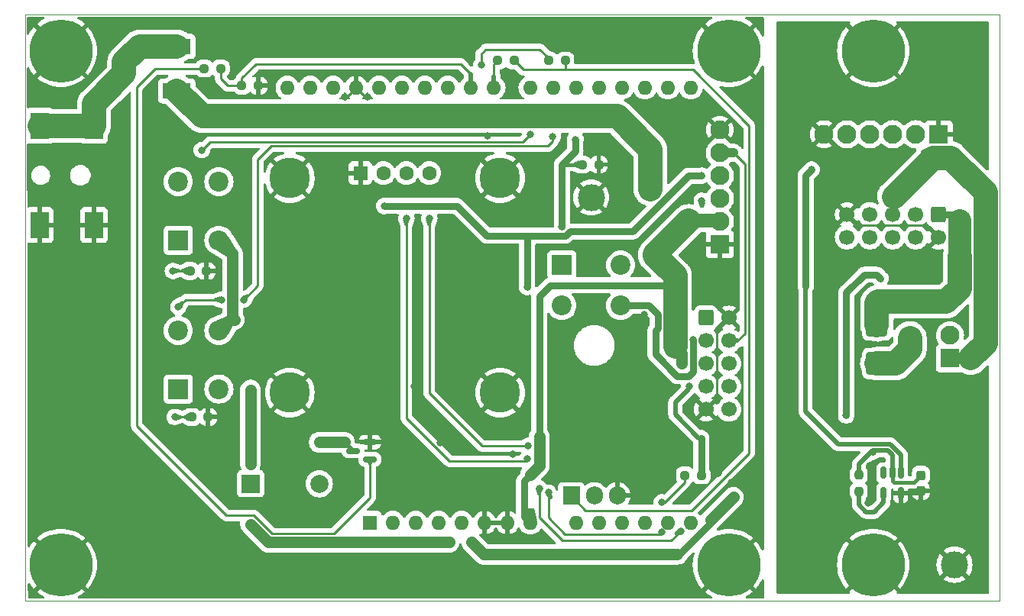
<source format=gbr>
%TF.GenerationSoftware,KiCad,Pcbnew,7.0.5*%
%TF.CreationDate,2024-03-02T19:22:20-05:00*%
%TF.ProjectId,moonratII,6d6f6f6e-7261-4744-9949-2e6b69636164,1.0*%
%TF.SameCoordinates,Original*%
%TF.FileFunction,Copper,L1,Top*%
%TF.FilePolarity,Positive*%
%FSLAX46Y46*%
G04 Gerber Fmt 4.6, Leading zero omitted, Abs format (unit mm)*
G04 Created by KiCad (PCBNEW 7.0.5) date 2024-03-02 19:22:20*
%MOMM*%
%LPD*%
G01*
G04 APERTURE LIST*
G04 Aperture macros list*
%AMRoundRect*
0 Rectangle with rounded corners*
0 $1 Rounding radius*
0 $2 $3 $4 $5 $6 $7 $8 $9 X,Y pos of 4 corners*
0 Add a 4 corners polygon primitive as box body*
4,1,4,$2,$3,$4,$5,$6,$7,$8,$9,$2,$3,0*
0 Add four circle primitives for the rounded corners*
1,1,$1+$1,$2,$3*
1,1,$1+$1,$4,$5*
1,1,$1+$1,$6,$7*
1,1,$1+$1,$8,$9*
0 Add four rect primitives between the rounded corners*
20,1,$1+$1,$2,$3,$4,$5,0*
20,1,$1+$1,$4,$5,$6,$7,0*
20,1,$1+$1,$6,$7,$8,$9,0*
20,1,$1+$1,$8,$9,$2,$3,0*%
G04 Aperture macros list end*
%TA.AperFunction,ComponentPad*%
%ADD10C,0.800000*%
%TD*%
%TA.AperFunction,ComponentPad*%
%ADD11C,7.000000*%
%TD*%
%TA.AperFunction,SMDPad,CuDef*%
%ADD12RoundRect,0.237500X0.250000X0.237500X-0.250000X0.237500X-0.250000X-0.237500X0.250000X-0.237500X0*%
%TD*%
%TA.AperFunction,ComponentPad*%
%ADD13C,3.000000*%
%TD*%
%TA.AperFunction,ComponentPad*%
%ADD14R,2.200000X2.200000*%
%TD*%
%TA.AperFunction,ComponentPad*%
%ADD15C,2.200000*%
%TD*%
%TA.AperFunction,ComponentPad*%
%ADD16R,2.100000X2.100000*%
%TD*%
%TA.AperFunction,ComponentPad*%
%ADD17C,2.100000*%
%TD*%
%TA.AperFunction,SMDPad,CuDef*%
%ADD18RoundRect,0.237500X0.237500X-0.250000X0.237500X0.250000X-0.237500X0.250000X-0.237500X-0.250000X0*%
%TD*%
%TA.AperFunction,ComponentPad*%
%ADD19RoundRect,0.250000X-0.600000X0.600000X-0.600000X-0.600000X0.600000X-0.600000X0.600000X0.600000X0*%
%TD*%
%TA.AperFunction,ComponentPad*%
%ADD20C,1.700000*%
%TD*%
%TA.AperFunction,SMDPad,CuDef*%
%ADD21R,2.000000X3.000000*%
%TD*%
%TA.AperFunction,SMDPad,CuDef*%
%ADD22R,2.000000X2.999999*%
%TD*%
%TA.AperFunction,SMDPad,CuDef*%
%ADD23RoundRect,0.237500X-0.250000X-0.237500X0.250000X-0.237500X0.250000X0.237500X-0.250000X0.237500X0*%
%TD*%
%TA.AperFunction,SMDPad,CuDef*%
%ADD24R,3.150000X1.780000*%
%TD*%
%TA.AperFunction,ComponentPad*%
%ADD25R,1.905000X2.000000*%
%TD*%
%TA.AperFunction,ComponentPad*%
%ADD26O,1.905000X2.000000*%
%TD*%
%TA.AperFunction,ComponentPad*%
%ADD27R,2.000000X2.000000*%
%TD*%
%TA.AperFunction,ComponentPad*%
%ADD28C,2.000000*%
%TD*%
%TA.AperFunction,ComponentPad*%
%ADD29R,1.600000X1.600000*%
%TD*%
%TA.AperFunction,ComponentPad*%
%ADD30C,1.600000*%
%TD*%
%TA.AperFunction,ComponentPad*%
%ADD31C,4.500000*%
%TD*%
%TA.AperFunction,SMDPad,CuDef*%
%ADD32RoundRect,0.250000X-0.900000X1.000000X-0.900000X-1.000000X0.900000X-1.000000X0.900000X1.000000X0*%
%TD*%
%TA.AperFunction,SMDPad,CuDef*%
%ADD33RoundRect,0.237500X-0.237500X0.300000X-0.237500X-0.300000X0.237500X-0.300000X0.237500X0.300000X0*%
%TD*%
%TA.AperFunction,SMDPad,CuDef*%
%ADD34RoundRect,0.150000X0.587500X0.150000X-0.587500X0.150000X-0.587500X-0.150000X0.587500X-0.150000X0*%
%TD*%
%TA.AperFunction,SMDPad,CuDef*%
%ADD35RoundRect,0.150000X-0.150000X0.512500X-0.150000X-0.512500X0.150000X-0.512500X0.150000X0.512500X0*%
%TD*%
%TA.AperFunction,ComponentPad*%
%ADD36RoundRect,0.250000X-0.600000X-0.600000X0.600000X-0.600000X0.600000X0.600000X-0.600000X0.600000X0*%
%TD*%
%TA.AperFunction,ComponentPad*%
%ADD37O,1.600000X1.600000*%
%TD*%
%TA.AperFunction,ViaPad*%
%ADD38C,0.800000*%
%TD*%
%TA.AperFunction,ViaPad*%
%ADD39C,1.200000*%
%TD*%
%TA.AperFunction,Conductor*%
%ADD40C,0.762000*%
%TD*%
%TA.AperFunction,Conductor*%
%ADD41C,1.270000*%
%TD*%
%TA.AperFunction,Conductor*%
%ADD42C,0.381000*%
%TD*%
%TA.AperFunction,Conductor*%
%ADD43C,0.250000*%
%TD*%
%TA.AperFunction,Conductor*%
%ADD44C,0.500000*%
%TD*%
%TA.AperFunction,Conductor*%
%ADD45C,2.700000*%
%TD*%
%TA.AperFunction,Conductor*%
%ADD46C,0.508000*%
%TD*%
%TA.AperFunction,Conductor*%
%ADD47C,1.500000*%
%TD*%
%TA.AperFunction,Conductor*%
%ADD48C,0.254000*%
%TD*%
%TA.AperFunction,Conductor*%
%ADD49C,1.000000*%
%TD*%
%TA.AperFunction,Conductor*%
%ADD50C,2.500000*%
%TD*%
%TA.AperFunction,Profile*%
%ADD51C,0.100000*%
%TD*%
G04 APERTURE END LIST*
D10*
%TO.P,H2,1,1*%
%TO.N,GND*%
X51375000Y-146000000D03*
X52143845Y-144143845D03*
X52143845Y-147856155D03*
X54000000Y-143375000D03*
D11*
X54000000Y-146000000D03*
D10*
X54000000Y-148625000D03*
X55856155Y-144143845D03*
X55856155Y-147856155D03*
X56625000Y-146000000D03*
%TD*%
D12*
%TO.P,R2,1*%
%TO.N,HEATER_ON*%
X104212500Y-90079714D03*
%TO.P,R2,2*%
%TO.N,Net-(A1-D8)*%
X102387500Y-90079714D03*
%TD*%
D13*
%TO.P,TP2,1,1*%
%TO.N,GND1*%
X153000000Y-146000000D03*
%TD*%
D14*
%TO.P,SW1,1,1*%
%TO.N,BTN_DOWN*%
X67000000Y-110000000D03*
D15*
%TO.P,SW1,2,2*%
X67000000Y-103500000D03*
%TO.P,SW1,3,K*%
%TO.N,+5V*%
X71500000Y-110000000D03*
%TO.P,SW1,4,A*%
X71500000Y-103500000D03*
%TD*%
D10*
%TO.P,H3,1,1*%
%TO.N,GND*%
X125375000Y-146000000D03*
X126143845Y-144143845D03*
X126143845Y-147856155D03*
X128000000Y-143375000D03*
D11*
X128000000Y-146000000D03*
D10*
X128000000Y-148625000D03*
X129856155Y-144143845D03*
X129856155Y-147856155D03*
X130625000Y-146000000D03*
%TD*%
D16*
%TO.P,J9,1,Pin_1*%
%TO.N,GND1*%
X151250000Y-98250000D03*
D17*
%TO.P,J9,2,Pin_2*%
%TO.N,VCCQ*%
X148710000Y-98250000D03*
%TO.P,J9,3,Pin_3*%
%TO.N,HeaterDrive_IB*%
X146170000Y-98250000D03*
%TO.P,J9,4,Pin_4*%
%TO.N,+5P*%
X143630000Y-98250000D03*
%TO.P,J9,5,Pin_5*%
%TO.N,TempOut_IB*%
X141090000Y-98250000D03*
%TO.P,J9,6,Pin_6*%
%TO.N,GND1*%
X138550000Y-98250000D03*
%TD*%
D18*
%TO.P,R7,1*%
%TO.N,Net-(U1-{slash}SHUTDOWN)*%
X142400000Y-137842214D03*
%TO.P,R7,2*%
%TO.N,+5P*%
X142400000Y-136017214D03*
%TD*%
D19*
%TO.P,J10,1,Pin_1*%
%TO.N,HeaterDrive_IB*%
X151250000Y-107125000D03*
D20*
%TO.P,J10,2,Pin_2*%
%TO.N,GND1*%
X151250000Y-109665000D03*
%TO.P,J10,3,Pin_3*%
%TO.N,+5P*%
X148710000Y-107125000D03*
%TO.P,J10,4,Pin_4*%
%TO.N,TempOut_IB*%
X148710000Y-109665000D03*
%TO.P,J10,5,Pin_5*%
%TO.N,VCCQ*%
X146170000Y-107125000D03*
%TO.P,J10,6,Pin_6*%
X146170000Y-109665000D03*
%TO.P,J10,7,Pin_7*%
%TO.N,TempOut_IB*%
X143630000Y-107125000D03*
%TO.P,J10,8,Pin_8*%
%TO.N,+5P*%
X143630000Y-109665000D03*
%TO.P,J10,9,Pin_9*%
%TO.N,GND1*%
X141090000Y-107125000D03*
%TO.P,J10,10,Pin_10*%
%TO.N,HeaterDrive_IB*%
X141090000Y-109665000D03*
%TD*%
D21*
%TO.P,J1,1*%
%TO.N,Net-(F1-Pad2)*%
X57650000Y-97300000D03*
%TO.P,J1,2*%
%TO.N,GND*%
X57650000Y-108300000D03*
%TO.P,J1,3*%
X51650000Y-108300000D03*
D22*
%TO.P,J1,4*%
%TO.N,Net-(F1-Pad2)*%
X51650000Y-97300000D03*
%TD*%
D23*
%TO.P,R10,1*%
%TO.N,BUZZER_ON*%
X74042000Y-92850714D03*
%TO.P,R10,2*%
%TO.N,GND*%
X75867000Y-92850714D03*
%TD*%
D12*
%TO.P,R3,1*%
%TO.N,GND*%
X113585000Y-101600000D03*
%TO.P,R3,2*%
%TO.N,BTN_SELECT*%
X111760000Y-101600000D03*
%TD*%
D14*
%TO.P,SW3,1,1*%
%TO.N,BTN_UP*%
X67000000Y-126500000D03*
D15*
%TO.P,SW3,2,2*%
X67000000Y-120000000D03*
%TO.P,SW3,3,K*%
%TO.N,+5V*%
X71500000Y-126500000D03*
%TO.P,SW3,4,A*%
X71500000Y-120000000D03*
%TD*%
D24*
%TO.P,F1,1*%
%TO.N,VCC*%
X66840707Y-93429293D03*
%TO.P,F1,2*%
%TO.N,Net-(F1-Pad2)*%
X66840707Y-88499293D03*
%TD*%
D16*
%TO.P,J6,1,Pin_1*%
%TO.N,GND*%
X127000000Y-110450000D03*
D17*
%TO.P,J6,2,Pin_2*%
%TO.N,VCC*%
X127000000Y-107910000D03*
%TO.P,J6,3,Pin_3*%
%TO.N,HeaterDrive*%
X127000000Y-105370000D03*
%TO.P,J6,4,Pin_4*%
%TO.N,+5V*%
X127000000Y-102830000D03*
%TO.P,J6,5,Pin_5*%
%TO.N,TempOut*%
X127000000Y-100290000D03*
%TO.P,J6,6,Pin_6*%
%TO.N,GND*%
X127000000Y-97750000D03*
%TD*%
D13*
%TO.P,TP1,1,1*%
%TO.N,GND*%
X112749993Y-105250005D03*
%TD*%
D16*
%TO.P,J11,1,Pin_1*%
%TO.N,VCCQ*%
X152500000Y-123099714D03*
D17*
%TO.P,J11,2,Pin_2*%
%TO.N,Net-(D1-A)*%
X152500000Y-120559714D03*
%TD*%
D10*
%TO.P,H6,1,1*%
%TO.N,GND1*%
X141375000Y-146000000D03*
X142143845Y-144143845D03*
X142143845Y-147856155D03*
X144000000Y-143375000D03*
D11*
X144000000Y-146000000D03*
D10*
X144000000Y-148625000D03*
X145856155Y-144143845D03*
X145856155Y-147856155D03*
X146625000Y-146000000D03*
%TD*%
D25*
%TO.P,Q1,1,G*%
%TO.N,HEATER_ON*%
X110550000Y-138329714D03*
D26*
%TO.P,Q1,2,D*%
%TO.N,HeaterDrive*%
X113090000Y-138329714D03*
%TO.P,Q1,3,S*%
%TO.N,GND*%
X115630000Y-138329714D03*
%TD*%
D10*
%TO.P,H4,1,1*%
%TO.N,GND*%
X125375000Y-89000000D03*
X126143845Y-87143845D03*
X126143845Y-90856155D03*
X128000000Y-86375000D03*
D11*
X128000000Y-89000000D03*
D10*
X128000000Y-91625000D03*
X129856155Y-87143845D03*
X129856155Y-90856155D03*
X130625000Y-89000000D03*
%TD*%
%TO.P,H1,1,1*%
%TO.N,GND*%
X51375000Y-89000000D03*
X52143845Y-87143845D03*
X52143845Y-90856155D03*
X54000000Y-86375000D03*
D11*
X54000000Y-89000000D03*
D10*
X54000000Y-91625000D03*
X55856155Y-87143845D03*
X55856155Y-90856155D03*
X56625000Y-89000000D03*
%TD*%
D27*
%TO.P,BZ1,1,-*%
%TO.N,+5V*%
X75000000Y-137000000D03*
D28*
%TO.P,BZ1,2,+*%
%TO.N,Net-(BZ1-+)*%
X82620000Y-137000000D03*
%TD*%
D12*
%TO.P,R4,1*%
%TO.N,GND*%
X70312500Y-129600000D03*
%TO.P,R4,2*%
%TO.N,BTN_UP*%
X68487500Y-129600000D03*
%TD*%
D29*
%TO.P,J2,1,Pin_1*%
%TO.N,GND*%
X87190000Y-102540000D03*
D30*
%TO.P,J2,2,Pin_2*%
%TO.N,+5V*%
X89730000Y-102540000D03*
%TO.P,J2,3,Pin_3*%
%TO.N,SCL*%
X92270000Y-102540000D03*
%TO.P,J2,4,Pin_4*%
%TO.N,SDA*%
X94810000Y-102540000D03*
D31*
%TO.P,J2,5,Pin_5*%
%TO.N,GND*%
X79350000Y-103100000D03*
%TO.P,J2,6,Pin_6*%
X102650000Y-103100000D03*
%TO.P,J2,7,Pin_7*%
X79350000Y-126900000D03*
%TO.P,J2,8,Pin_8*%
X102650000Y-126900000D03*
%TD*%
D14*
%TO.P,SW2,1,1*%
%TO.N,BTN_SELECT*%
X109500000Y-112750000D03*
D15*
%TO.P,SW2,2,2*%
X116000000Y-112750000D03*
%TO.P,SW2,3,K*%
%TO.N,+5V*%
X109500000Y-117250000D03*
%TO.P,SW2,4,A*%
X116000000Y-117250000D03*
%TD*%
D32*
%TO.P,D1,1,K*%
%TO.N,HeaterDrive_IB*%
X144400000Y-119380000D03*
%TO.P,D1,2,A*%
%TO.N,Net-(D1-A)*%
X144400000Y-123680000D03*
%TD*%
D12*
%TO.P,R5,1*%
%TO.N,GND*%
X70112500Y-113400000D03*
%TO.P,R5,2*%
%TO.N,BTN_DOWN*%
X68287500Y-113400000D03*
%TD*%
D23*
%TO.P,R1,1*%
%TO.N,TEMP_IN*%
X123137500Y-136079714D03*
%TO.P,R1,2*%
%TO.N,TempOut*%
X124962500Y-136079714D03*
%TD*%
D10*
%TO.P,H5,1,1*%
%TO.N,GND1*%
X141375000Y-89000000D03*
X142143845Y-87143845D03*
X142143845Y-90856155D03*
X144000000Y-86375000D03*
D11*
X144000000Y-89000000D03*
D10*
X144000000Y-91625000D03*
X145856155Y-87143845D03*
X145856155Y-90856155D03*
X146625000Y-89000000D03*
%TD*%
D12*
%TO.P,R9,1*%
%TO.N,HEATER_ON*%
X109875000Y-90079714D03*
%TO.P,R9,2*%
%TO.N,Net-(A1-D10)*%
X108050000Y-90079714D03*
%TD*%
D33*
%TO.P,C1,1*%
%TO.N,+5P*%
X149273000Y-136057214D03*
%TO.P,C1,2*%
%TO.N,GND1*%
X149273000Y-137782214D03*
%TD*%
D34*
%TO.P,Q2,1,G*%
%TO.N,Net-(Q2-G)*%
X88235000Y-134300000D03*
%TO.P,Q2,2,S*%
%TO.N,GND*%
X88235000Y-132400000D03*
%TO.P,Q2,3,D*%
%TO.N,Net-(BZ1-+)*%
X86360000Y-133350000D03*
%TD*%
D35*
%TO.P,U1,1,Vout*%
%TO.N,TempOut_IB*%
X147050000Y-135792214D03*
%TO.P,U1,2,+Vs*%
%TO.N,+5P*%
X146100000Y-135792214D03*
%TO.P,U1,3,NC*%
%TO.N,unconnected-(U1-NC-Pad3)*%
X145150000Y-135792214D03*
%TO.P,U1,4,/SHUTDOWN*%
%TO.N,Net-(U1-{slash}SHUTDOWN)*%
X145150000Y-138067214D03*
%TO.P,U1,5,V_{SS}*%
%TO.N,GND1*%
X147050000Y-138067214D03*
%TD*%
D36*
%TO.P,J5,1,Pin_1*%
%TO.N,HeaterDrive*%
X125460000Y-118600000D03*
D20*
%TO.P,J5,2,Pin_2*%
%TO.N,GND*%
X128000000Y-118600000D03*
%TO.P,J5,3,Pin_3*%
%TO.N,+5V*%
X125460000Y-121140000D03*
%TO.P,J5,4,Pin_4*%
%TO.N,TempOut*%
X128000000Y-121140000D03*
%TO.P,J5,5,Pin_5*%
%TO.N,VCC*%
X125460000Y-123680000D03*
%TO.P,J5,6,Pin_6*%
X128000000Y-123680000D03*
%TO.P,J5,7,Pin_7*%
%TO.N,TempOut*%
X125460000Y-126220000D03*
%TO.P,J5,8,Pin_8*%
%TO.N,+5V*%
X128000000Y-126220000D03*
%TO.P,J5,9,Pin_9*%
%TO.N,GND*%
X125460000Y-128760000D03*
%TO.P,J5,10,Pin_10*%
%TO.N,HeaterDrive*%
X128000000Y-128760000D03*
%TD*%
D12*
%TO.P,R6,1*%
%TO.N,BUZZER_ON*%
X71699500Y-90945714D03*
%TO.P,R6,2*%
%TO.N,Net-(Q2-G)*%
X69874500Y-90945714D03*
%TD*%
D29*
%TO.P,A1,1,NC*%
%TO.N,unconnected-(A1-NC-Pad1)*%
X88225000Y-141330000D03*
D37*
%TO.P,A1,2,IOREF*%
%TO.N,unconnected-(A1-IOREF-Pad2)*%
X90765000Y-141330000D03*
%TO.P,A1,3,~{RESET}*%
%TO.N,unconnected-(A1-~{RESET}-Pad3)*%
X93305000Y-141330000D03*
%TO.P,A1,4,3V3*%
%TO.N,unconnected-(A1-3V3-Pad4)*%
X95845000Y-141330000D03*
%TO.P,A1,5,+5V*%
%TO.N,+5V*%
X98385000Y-141330000D03*
%TO.P,A1,6,GND*%
%TO.N,GND*%
X100925000Y-141330000D03*
%TO.P,A1,7,GND*%
X103465000Y-141330000D03*
%TO.P,A1,8,VIN*%
%TO.N,VCC*%
X106005000Y-141330000D03*
%TO.P,A1,9,A0*%
%TO.N,TEMP_IN*%
X111085000Y-141330000D03*
%TO.P,A1,10,A1*%
%TO.N,unconnected-(A1-A1-Pad10)*%
X113625000Y-141330000D03*
%TO.P,A1,11,A2*%
%TO.N,unconnected-(A1-A2-Pad11)*%
X116165000Y-141330000D03*
%TO.P,A1,12,A3*%
%TO.N,unconnected-(A1-A3-Pad12)*%
X118705000Y-141330000D03*
%TO.P,A1,13,SDA/A4*%
%TO.N,SDA*%
X121245000Y-141330000D03*
%TO.P,A1,14,SCL/A5*%
%TO.N,SCL*%
X123785000Y-141330000D03*
%TO.P,A1,15,D0/RX*%
%TO.N,unconnected-(A1-D0{slash}RX-Pad15)*%
X123785000Y-93070000D03*
%TO.P,A1,16,D1/TX*%
%TO.N,unconnected-(A1-D1{slash}TX-Pad16)*%
X121245000Y-93070000D03*
%TO.P,A1,17,D2*%
%TO.N,unconnected-(A1-D2-Pad17)*%
X118705000Y-93070000D03*
%TO.P,A1,18,D3*%
%TO.N,unconnected-(A1-D3-Pad18)*%
X116165000Y-93070000D03*
%TO.P,A1,19,D4*%
%TO.N,unconnected-(A1-D4-Pad19)*%
X113625000Y-93070000D03*
%TO.P,A1,20,D5*%
%TO.N,BTN_SELECT*%
X111085000Y-93070000D03*
%TO.P,A1,21,D6*%
%TO.N,BTN_UP*%
X108545000Y-93070000D03*
%TO.P,A1,22,D7*%
%TO.N,BTN_DOWN*%
X106005000Y-93070000D03*
%TO.P,A1,23,D8*%
%TO.N,Net-(A1-D8)*%
X101945000Y-93070000D03*
%TO.P,A1,24,D9*%
%TO.N,BUZZER_ON*%
X99405000Y-93070000D03*
%TO.P,A1,25,D10*%
%TO.N,Net-(A1-D10)*%
X96865000Y-93070000D03*
%TO.P,A1,26,D11*%
%TO.N,unconnected-(A1-D11-Pad26)*%
X94325000Y-93070000D03*
%TO.P,A1,27,D12*%
%TO.N,unconnected-(A1-D12-Pad27)*%
X91785000Y-93070000D03*
%TO.P,A1,28,D13*%
%TO.N,unconnected-(A1-D13-Pad28)*%
X89245000Y-93070000D03*
%TO.P,A1,29,GND*%
%TO.N,GND*%
X86705000Y-93070000D03*
%TO.P,A1,30,AREF*%
%TO.N,unconnected-(A1-AREF-Pad30)*%
X84165000Y-93070000D03*
%TO.P,A1,31,SDA/A4*%
%TO.N,unconnected-(A1-SDA{slash}A4-Pad31)*%
X81625000Y-93070000D03*
%TO.P,A1,32,SCL/A5*%
%TO.N,unconnected-(A1-SCL{slash}A5-Pad32)*%
X79085000Y-93070000D03*
%TD*%
D38*
%TO.N,+5V*%
X75000000Y-126600000D03*
X128500000Y-138500000D03*
X124019000Y-121000951D03*
X75000000Y-134800000D03*
X125000000Y-102830000D03*
X99500000Y-143500000D03*
X105650000Y-115200000D03*
X89800000Y-106200000D03*
X97000000Y-143500000D03*
X75000000Y-141500000D03*
%TO.N,GND*%
X126700000Y-127800000D03*
X97800000Y-109200000D03*
X104050000Y-133725000D03*
X103934000Y-91707714D03*
X93120000Y-126229714D03*
X87931998Y-94120714D03*
X118616155Y-118231000D03*
X107000000Y-111000000D03*
X125000000Y-130500000D03*
X117800000Y-137829714D03*
X77264000Y-93739714D03*
X116200000Y-102200000D03*
X128300000Y-136829714D03*
X121550000Y-136829714D03*
X96040000Y-132419714D03*
X85392000Y-94120714D03*
X122550000Y-100079714D03*
X117400000Y-110400000D03*
X88059000Y-91834714D03*
X99200000Y-103329714D03*
X106100000Y-103600000D03*
X117300000Y-107200000D03*
X127800000Y-113829714D03*
X93600000Y-110200000D03*
X101250879Y-98384281D03*
X70406000Y-93231714D03*
X126800000Y-135829714D03*
X128050000Y-116329714D03*
X124050000Y-138079714D03*
X123489658Y-128574284D03*
D39*
%TO.N,VCC*%
X119800000Y-111579714D03*
D38*
X122784000Y-123680000D03*
D39*
X119309576Y-104339290D03*
D38*
%TO.N,TEMP_IN*%
X120550000Y-139079714D03*
%TO.N,SDA*%
X120550000Y-142329714D03*
X108000000Y-138000000D03*
X105765000Y-132799444D03*
X94810000Y-107600000D03*
%TO.N,SCL*%
X107000000Y-137500000D03*
X105680000Y-134229714D03*
X92270000Y-107600000D03*
X122660000Y-142265500D03*
%TO.N,BTN_SELECT*%
X110999997Y-98819717D03*
X109500000Y-108500000D03*
%TO.N,BTN_UP*%
X67000000Y-117400000D03*
X108500000Y-98519712D03*
X74234500Y-116600000D03*
X71765500Y-116600000D03*
X66600000Y-129600000D03*
%TO.N,BTN_DOWN*%
X69600000Y-100000000D03*
X66400000Y-113400000D03*
X105980000Y-98279714D03*
%TO.N,Net-(A1-D10)*%
X100550000Y-90579714D03*
%TO.N,HeaterDrive*%
X125000000Y-105600000D03*
%TO.N,Net-(BZ1-+)*%
X82600000Y-132400000D03*
%TO.N,TempOut*%
X123600000Y-126200000D03*
D39*
%TO.N,Net-(D1-A)*%
X148050000Y-120829714D03*
%TO.N,HeaterDrive_IB*%
X144400001Y-116929715D03*
D38*
%TO.N,GND1*%
X139800000Y-102579714D03*
X138430000Y-109220000D03*
X147100000Y-140429714D03*
X143403516Y-139126198D03*
X148590000Y-112395000D03*
X143600000Y-135029714D03*
X141951122Y-105005524D03*
X149146000Y-139078714D03*
X139065000Y-106045000D03*
D39*
%TO.N,VCCQ*%
X149800050Y-100450000D03*
X146304000Y-105156000D03*
D38*
%TO.N,+5P*%
X143900000Y-133475214D03*
X144800000Y-114229714D03*
X141000000Y-129429714D03*
%TO.N,TempOut_IB*%
X137160000Y-102158800D03*
%TD*%
D40*
%TO.N,+5V*%
X116000000Y-117250000D02*
X119129714Y-117250000D01*
D41*
X71500000Y-110000000D02*
X73000000Y-111500000D01*
X73200000Y-118800000D02*
X72700000Y-118800000D01*
D40*
X105650000Y-115200000D02*
X105650000Y-109531000D01*
X122550000Y-144829714D02*
X122300000Y-144829714D01*
X125000000Y-102830000D02*
X123549714Y-102830000D01*
X110376630Y-109010714D02*
X109906344Y-109481000D01*
D41*
X99500000Y-143500000D02*
X100829714Y-144829714D01*
D40*
X126000000Y-141379714D02*
X122550000Y-144829714D01*
D41*
X126000000Y-141000000D02*
X128500000Y-138500000D01*
D40*
X89800000Y-106200000D02*
X97870286Y-106200000D01*
X123549714Y-102830000D02*
X117369000Y-109010714D01*
X120119000Y-118239286D02*
X120119000Y-119779868D01*
D41*
X100829714Y-144829714D02*
X122300000Y-144829714D01*
D40*
X124019000Y-124610714D02*
X124019000Y-121000951D01*
X119869000Y-122648714D02*
X122300000Y-125079714D01*
X122300000Y-125079714D02*
X123550000Y-125079714D01*
D42*
X105650000Y-109531000D02*
X105600000Y-109481000D01*
D41*
X75000000Y-141500000D02*
X77000000Y-143500000D01*
X72700000Y-118800000D02*
X71500000Y-120000000D01*
D40*
X97870286Y-106200000D02*
X101151286Y-109481000D01*
X109906344Y-109481000D02*
X105600000Y-109481000D01*
X101151286Y-109481000D02*
X105600000Y-109481000D01*
X120119000Y-119779868D02*
X119869000Y-120029868D01*
D41*
X75000000Y-130000000D02*
X75000000Y-126600000D01*
D40*
X119869000Y-120029868D02*
X119869000Y-122648714D01*
X119129714Y-117250000D02*
X120119000Y-118239286D01*
D41*
X73000000Y-118600000D02*
X73200000Y-118800000D01*
D40*
X123550000Y-125079714D02*
X124019000Y-124610714D01*
X126000000Y-141000000D02*
X126000000Y-141379714D01*
D41*
X77000000Y-143500000D02*
X97000000Y-143500000D01*
D40*
X117369000Y-109010714D02*
X110376630Y-109010714D01*
D41*
X75000000Y-134800000D02*
X75000000Y-130000000D01*
X73000000Y-111500000D02*
X73000000Y-118600000D01*
D43*
%TO.N,GND*%
X85392000Y-94374714D02*
X85400286Y-94374714D01*
D44*
X128000000Y-118600000D02*
X126635000Y-119965000D01*
D43*
X126420000Y-127800000D02*
X125460000Y-128760000D01*
X86705000Y-93070000D02*
X87755714Y-94120714D01*
X126635000Y-127735000D02*
X126700000Y-127800000D01*
X85400286Y-94374714D02*
X86705000Y-93070000D01*
X87755714Y-94120714D02*
X87931998Y-94120714D01*
X126635000Y-119965000D02*
X126635000Y-127735000D01*
X126700000Y-127800000D02*
X126420000Y-127800000D01*
D41*
%TO.N,VCC*%
X107000000Y-135005000D02*
X107000000Y-131769714D01*
D45*
X119800000Y-111579714D02*
X123529714Y-107850000D01*
X122050000Y-113930934D02*
X122050000Y-121829714D01*
D40*
X107000000Y-132000000D02*
X107000000Y-116200000D01*
D41*
X126940000Y-107850000D02*
X127000000Y-107910000D01*
D45*
X119800000Y-111680934D02*
X122050000Y-113930934D01*
D40*
X108200000Y-115000000D02*
X121800000Y-115000000D01*
D46*
X122000000Y-114800000D02*
X121800000Y-115000000D01*
D47*
X123529714Y-107850000D02*
X126940000Y-107850000D01*
D40*
X105320000Y-136685000D02*
X105320000Y-140645000D01*
X106005000Y-136000000D02*
X105320000Y-136685000D01*
X107000000Y-116200000D02*
X108200000Y-115000000D01*
D45*
X115617284Y-96246998D02*
X119309576Y-99939290D01*
X66840707Y-93429293D02*
X69658412Y-96246998D01*
D40*
X105320000Y-140645000D02*
X106005000Y-141330000D01*
D45*
X69658412Y-96246998D02*
X115617284Y-96246998D01*
X119800000Y-111579714D02*
X119800000Y-111680934D01*
D41*
X106005000Y-136000000D02*
X107000000Y-135005000D01*
D45*
X119309576Y-99939290D02*
X119309576Y-104339290D01*
D41*
X122784000Y-123680000D02*
X122784000Y-122563714D01*
X122784000Y-122563714D02*
X122050000Y-121829714D01*
D43*
%TO.N,TEMP_IN*%
X120887500Y-139079714D02*
X120550000Y-139079714D01*
X123137500Y-136829714D02*
X120887500Y-139079714D01*
X123137500Y-136079714D02*
X123137500Y-136829714D01*
%TO.N,SDA*%
X109800000Y-142579714D02*
X120300000Y-142579714D01*
X108000000Y-138000000D02*
X108000000Y-139029714D01*
X94810000Y-126979714D02*
X100629730Y-132799444D01*
X94810000Y-107600000D02*
X94810000Y-126979714D01*
X120300000Y-142579714D02*
X120550000Y-142329714D01*
X108000000Y-140779714D02*
X109800000Y-142579714D01*
X108000000Y-139029714D02*
X108000000Y-140779714D01*
X100629730Y-132799444D02*
X105765000Y-132799444D01*
%TO.N,SCL*%
X122660000Y-142265500D02*
X121595786Y-143329714D01*
X109550000Y-143329714D02*
X107000000Y-140779714D01*
X105409714Y-134500000D02*
X105680000Y-134229714D01*
X97014981Y-134500000D02*
X105409714Y-134500000D01*
X107000000Y-140779714D02*
X107000000Y-137500000D01*
X121595786Y-143329714D02*
X109550000Y-143329714D01*
X92270000Y-129755019D02*
X97014981Y-134500000D01*
X92270000Y-107600000D02*
X92270000Y-129755019D01*
D42*
%TO.N,BTN_SELECT*%
X111760000Y-101600000D02*
X109500000Y-101600000D01*
D40*
X109500000Y-101600000D02*
X109500000Y-108500000D01*
X110999997Y-100100003D02*
X110999997Y-98819717D01*
X109500000Y-101600000D02*
X110999997Y-100100003D01*
D48*
%TO.N,BTN_UP*%
X108500000Y-99029714D02*
X108500000Y-98519712D01*
D43*
X67800000Y-116600000D02*
X71765500Y-116600000D01*
X77266433Y-99563281D02*
X75800000Y-101029714D01*
X107966433Y-99563281D02*
X77266433Y-99563281D01*
X108500000Y-99029714D02*
X107966433Y-99563281D01*
X67000000Y-117400000D02*
X67800000Y-116600000D01*
X68487500Y-129600000D02*
X66600000Y-129600000D01*
X75800000Y-115034500D02*
X74234500Y-116600000D01*
X75800000Y-101029714D02*
X75800000Y-115034500D01*
D48*
%TO.N,BTN_DOWN*%
X105148433Y-99111281D02*
X105980000Y-98279714D01*
D43*
X66400000Y-113400000D02*
X68287500Y-113400000D01*
D48*
X70488719Y-99111281D02*
X105148433Y-99111281D01*
X69600000Y-100000000D02*
X70488719Y-99111281D01*
D43*
%TO.N,HEATER_ON*%
X110550000Y-138329714D02*
X110550000Y-138377214D01*
X105212500Y-91079714D02*
X104212500Y-90079714D01*
X124050000Y-91079714D02*
X109800000Y-91079714D01*
X112140500Y-139967714D02*
X123886695Y-139967714D01*
X110550000Y-138377214D02*
X112140500Y-139967714D01*
X109875000Y-90079714D02*
X109875000Y-91004714D01*
X130252000Y-97281714D02*
X124050000Y-91079714D01*
X123886695Y-139967714D02*
X130252000Y-133602409D01*
X109800000Y-91079714D02*
X105212500Y-91079714D01*
X130252000Y-133602409D02*
X130252000Y-97281714D01*
X109875000Y-91004714D02*
X109800000Y-91079714D01*
%TO.N,BUZZER_ON*%
X74042000Y-92850714D02*
X74042000Y-92008714D01*
X71699500Y-92112214D02*
X72438000Y-92850714D01*
X98263000Y-90437714D02*
X99405000Y-91579714D01*
X74042000Y-92008714D02*
X75613000Y-90437714D01*
X75613000Y-90437714D02*
X98263000Y-90437714D01*
X72438000Y-92850714D02*
X74042000Y-92850714D01*
D46*
X99405000Y-93070000D02*
X99405000Y-91579714D01*
D43*
X71699500Y-90945714D02*
X71699500Y-92112214D01*
%TO.N,Net-(A1-D8)*%
X101945000Y-90522214D02*
X101945000Y-91829714D01*
D46*
X101945000Y-93070000D02*
X101945000Y-91829714D01*
D43*
X102387500Y-90079714D02*
X101945000Y-90522214D01*
%TO.N,Net-(A1-D10)*%
X101050000Y-88829714D02*
X107050000Y-88829714D01*
X100550000Y-90579714D02*
X100550000Y-89329714D01*
X100550000Y-89329714D02*
X101050000Y-88829714D01*
X107050000Y-88829714D02*
X107850000Y-89629714D01*
X107850000Y-89629714D02*
X108050000Y-89629714D01*
D41*
%TO.N,Net-(BZ1-+)*%
X82600000Y-132400000D02*
X85410000Y-132400000D01*
D46*
X85410000Y-132400000D02*
X86360000Y-133350000D01*
D45*
%TO.N,Net-(F1-Pad2)*%
X51650000Y-97300000D02*
X57650000Y-97300000D01*
X61000000Y-90200000D02*
X62700000Y-88500000D01*
X57650000Y-94850000D02*
X61000000Y-91500000D01*
X57650000Y-97300000D02*
X57650000Y-94850000D01*
X62700000Y-88500000D02*
X66840000Y-88500000D01*
X61000000Y-91500000D02*
X61000000Y-90200000D01*
D46*
%TO.N,TempOut*%
X122050000Y-129329714D02*
X124639286Y-131919000D01*
D49*
X128510286Y-100290000D02*
X127000000Y-100290000D01*
D46*
X122050000Y-127950000D02*
X122050000Y-129329714D01*
X128000000Y-121140000D02*
X128989714Y-121140000D01*
X123500000Y-126500000D02*
X122050000Y-127950000D01*
D48*
X129800000Y-120329714D02*
X129800000Y-101579714D01*
D40*
X124962498Y-131962498D02*
X124962498Y-136079712D01*
X124962498Y-136079712D02*
X124962500Y-136079714D01*
X124919000Y-131919000D02*
X124962498Y-131962498D01*
D48*
X128989714Y-121140000D02*
X129800000Y-120329714D01*
D46*
X124639286Y-131919000D02*
X124919000Y-131919000D01*
D48*
X129800000Y-101579714D02*
X128510286Y-100290000D01*
D45*
%TO.N,Net-(D1-A)*%
X146449714Y-123680000D02*
X148050000Y-122079714D01*
X148050000Y-122079714D02*
X148050000Y-120829714D01*
X144400000Y-123680000D02*
X146449714Y-123680000D01*
D43*
%TO.N,Net-(Q2-G)*%
X62400000Y-93000000D02*
X64400000Y-91000000D01*
X77397646Y-142540000D02*
X75397646Y-140540000D01*
X75397646Y-140540000D02*
X72340000Y-140540000D01*
X62400000Y-130600000D02*
X62400000Y-93000000D01*
X72340000Y-140540000D02*
X62400000Y-130600000D01*
X64400000Y-91000000D02*
X69820214Y-91000000D01*
X88235000Y-134300000D02*
X88235000Y-138565000D01*
X84260000Y-142540000D02*
X77397646Y-142540000D01*
X69820214Y-91000000D02*
X69874500Y-90945714D01*
X88235000Y-138565000D02*
X84260000Y-142540000D01*
D45*
%TO.N,HeaterDrive_IB*%
X153550000Y-115329714D02*
X153550000Y-111829714D01*
X144400001Y-116929715D02*
X144500002Y-116829714D01*
D40*
X152845286Y-107125000D02*
X153550000Y-107829714D01*
D45*
X144500002Y-116829714D02*
X152050000Y-116829714D01*
D50*
X153550000Y-107829714D02*
X153550000Y-111829714D01*
D40*
X151250000Y-107125000D02*
X152845286Y-107125000D01*
D45*
X144400000Y-119380000D02*
X144400000Y-116929714D01*
X152050000Y-116829714D02*
X153550000Y-115329714D01*
D48*
%TO.N,GND1*%
X142294714Y-108329714D02*
X141090000Y-107125000D01*
D42*
X148988000Y-138067214D02*
X149273000Y-137782214D01*
D48*
X149914714Y-108329714D02*
X142294714Y-108329714D01*
X151250000Y-109665000D02*
X149914714Y-108329714D01*
D42*
X147050000Y-138067214D02*
X148988000Y-138067214D01*
D41*
%TO.N,VCCQ*%
X152500000Y-123099714D02*
X154780000Y-123099714D01*
D45*
X146304000Y-105156000D02*
X150590143Y-100869857D01*
X156450000Y-121429714D02*
X154800000Y-123079714D01*
X150590143Y-100869857D02*
X152590143Y-100869857D01*
X156450000Y-104729714D02*
X156450000Y-121429714D01*
X152590143Y-100869857D02*
X156450000Y-104729714D01*
D41*
X154780000Y-123099714D02*
X154800000Y-123079714D01*
D42*
%TO.N,+5P*%
X148485000Y-136845214D02*
X146277500Y-136845214D01*
D46*
X146100000Y-135792214D02*
X146100000Y-133829714D01*
D40*
X144800000Y-114229714D02*
X144400000Y-113829714D01*
X143900000Y-133475214D02*
X143900000Y-133456714D01*
X142980316Y-113829714D02*
X141000000Y-115810030D01*
X141000000Y-115810030D02*
X141000000Y-129429714D01*
D42*
X149273000Y-136057214D02*
X148485000Y-136845214D01*
D46*
X143900000Y-133329714D02*
X142400000Y-134829714D01*
X145600000Y-133329714D02*
X143900000Y-133329714D01*
X146100000Y-133829714D02*
X145600000Y-133329714D01*
D40*
X144400000Y-113829714D02*
X142980316Y-113829714D01*
D46*
X142400000Y-134829714D02*
X142400000Y-136017214D01*
D42*
X146277500Y-136845214D02*
X146100000Y-136667714D01*
X146100000Y-136667714D02*
X146100000Y-135792214D01*
D40*
%TO.N,TempOut_IB*%
X137160000Y-102158800D02*
X136500000Y-102818800D01*
D46*
X136500000Y-129029714D02*
X136500000Y-115129714D01*
X140092000Y-132621714D02*
X136500000Y-129029714D01*
X145893263Y-132621714D02*
X140092000Y-132621714D01*
X147050000Y-135792214D02*
X147050000Y-133778451D01*
D40*
X136500000Y-102818800D02*
X136500000Y-115129714D01*
D46*
X147050000Y-133778451D02*
X145893263Y-132621714D01*
%TO.N,Net-(U1-{slash}SHUTDOWN)*%
X142400000Y-139329714D02*
X142400000Y-137842214D01*
X145150000Y-138067214D02*
X145150000Y-139079714D01*
X143200000Y-140129714D02*
X142400000Y-139329714D01*
X145150000Y-139079714D02*
X144100000Y-140129714D01*
X144100000Y-140129714D02*
X143200000Y-140129714D01*
%TD*%
%TA.AperFunction,Conductor*%
%TO.N,BTN_UP*%
G36*
X68152631Y-129151122D02*
G01*
X68483255Y-129592990D01*
X68485468Y-129601667D01*
X68483255Y-129607008D01*
X68152631Y-130048877D01*
X68144931Y-130053449D01*
X68137752Y-130052189D01*
X67531189Y-129728304D01*
X67525505Y-129721384D01*
X67525000Y-129717983D01*
X67525000Y-129482016D01*
X67528427Y-129473743D01*
X67531187Y-129471695D01*
X68137753Y-129147809D01*
X68146664Y-129146936D01*
X68152631Y-129151122D01*
G37*
%TD.AperFunction*%
%TD*%
%TA.AperFunction,Conductor*%
%TO.N,GND*%
G36*
X51908350Y-147758610D02*
G01*
X51888947Y-147856155D01*
X51908350Y-147953700D01*
X51963605Y-148036395D01*
X52046300Y-148091650D01*
X52119221Y-148106155D01*
X52168469Y-148106155D01*
X52241390Y-148091650D01*
X52303205Y-148050346D01*
X51353622Y-148999929D01*
X51353622Y-148999930D01*
X51459367Y-149095771D01*
X51775041Y-149329890D01*
X52086140Y-149516356D01*
X52133522Y-149567705D01*
X52145620Y-149636519D01*
X52118594Y-149700950D01*
X52061025Y-149740542D01*
X52022391Y-149746714D01*
X50463756Y-149746714D01*
X50396717Y-149727029D01*
X50350962Y-149674225D01*
X50339756Y-149622958D01*
X50339721Y-149605067D01*
X50336792Y-148117168D01*
X50356344Y-148050095D01*
X50409058Y-148004236D01*
X50478196Y-147994157D01*
X50541809Y-148023056D01*
X50567149Y-148053180D01*
X50670109Y-148224958D01*
X50904228Y-148540632D01*
X51000068Y-148646376D01*
X51000069Y-148646376D01*
X51949660Y-147696784D01*
X51908350Y-147758610D01*
G37*
%TD.AperFunction*%
%TA.AperFunction,Conductor*%
G36*
X61685833Y-93544995D02*
G01*
X61741766Y-93586867D01*
X61766183Y-93652331D01*
X61766499Y-93661177D01*
X61766500Y-130516366D01*
X61764761Y-130532113D01*
X61765032Y-130532139D01*
X61764297Y-130539906D01*
X61766469Y-130608990D01*
X61766500Y-130610938D01*
X61766500Y-130639859D01*
X61767384Y-130646856D01*
X61767842Y-130652679D01*
X61769326Y-130699889D01*
X61769327Y-130699891D01*
X61775022Y-130719495D01*
X61778967Y-130738542D01*
X61781526Y-130758797D01*
X61781527Y-130758800D01*
X61781528Y-130758803D01*
X61798914Y-130802716D01*
X61800806Y-130808244D01*
X61813981Y-130853592D01*
X61824372Y-130871162D01*
X61832932Y-130888635D01*
X61840447Y-130907617D01*
X61868209Y-130945827D01*
X61871416Y-130950710D01*
X61895458Y-130991362D01*
X61895462Y-130991366D01*
X61909889Y-131005793D01*
X61922526Y-131020588D01*
X61934528Y-131037107D01*
X61970931Y-131067222D01*
X61975231Y-131071135D01*
X69382065Y-138477970D01*
X71832912Y-140928817D01*
X71842816Y-140941178D01*
X71843026Y-140941005D01*
X71847997Y-140947013D01*
X71848000Y-140947018D01*
X71898418Y-140994363D01*
X71899727Y-140995632D01*
X71908550Y-141004455D01*
X71920225Y-141016131D01*
X71925813Y-141020466D01*
X71930245Y-141024252D01*
X71962159Y-141054220D01*
X71964680Y-141056587D01*
X71982562Y-141066417D01*
X71998829Y-141077102D01*
X72014960Y-141089615D01*
X72036838Y-141099081D01*
X72058307Y-141108371D01*
X72063533Y-141110931D01*
X72104940Y-141133695D01*
X72124716Y-141138772D01*
X72143124Y-141145075D01*
X72161850Y-141153179D01*
X72161852Y-141153180D01*
X72161853Y-141153180D01*
X72161855Y-141153181D01*
X72202784Y-141159663D01*
X72208503Y-141160569D01*
X72214212Y-141161751D01*
X72259970Y-141173500D01*
X72280384Y-141173500D01*
X72299783Y-141175027D01*
X72319943Y-141178220D01*
X72366965Y-141173775D01*
X72372804Y-141173500D01*
X73745542Y-141173500D01*
X73812581Y-141193185D01*
X73858336Y-141245989D01*
X73868280Y-141315147D01*
X73866248Y-141325890D01*
X73862614Y-141341338D01*
X73852827Y-141553040D01*
X73882104Y-141762927D01*
X73949451Y-141963862D01*
X73949452Y-141963866D01*
X74052572Y-142148998D01*
X74052580Y-142149011D01*
X74144772Y-142260032D01*
X74154040Y-142271193D01*
X74154048Y-142271201D01*
X76171727Y-144288880D01*
X76173697Y-144290943D01*
X76226329Y-144348677D01*
X76288671Y-144395755D01*
X76290901Y-144397522D01*
X76350998Y-144447426D01*
X76370458Y-144458265D01*
X76377661Y-144462958D01*
X76395446Y-144476389D01*
X76395447Y-144476389D01*
X76395451Y-144476392D01*
X76465390Y-144511217D01*
X76467907Y-144512544D01*
X76536138Y-144550548D01*
X76536141Y-144550549D01*
X76536143Y-144550550D01*
X76543528Y-144553024D01*
X76557269Y-144557630D01*
X76565195Y-144560913D01*
X76585150Y-144570850D01*
X76585152Y-144570850D01*
X76585153Y-144570851D01*
X76585160Y-144570853D01*
X76660284Y-144592228D01*
X76663020Y-144593075D01*
X76737070Y-144617894D01*
X76737073Y-144617895D01*
X76759154Y-144620974D01*
X76767543Y-144622745D01*
X76788982Y-144628845D01*
X76866794Y-144636054D01*
X76869560Y-144636375D01*
X76946963Y-144647173D01*
X77019240Y-144643831D01*
X77024987Y-144643566D01*
X77027850Y-144643500D01*
X97052865Y-144643500D01*
X97052868Y-144643500D01*
X97211018Y-144628845D01*
X97414850Y-144570850D01*
X97604554Y-144476389D01*
X97773671Y-144348677D01*
X97916442Y-144192065D01*
X98028005Y-144011885D01*
X98104560Y-143814274D01*
X98127923Y-143689290D01*
X98159588Y-143627014D01*
X98219900Y-143591740D01*
X98289709Y-143594673D01*
X98346849Y-143634882D01*
X98372621Y-143694947D01*
X98382104Y-143762927D01*
X98449451Y-143963862D01*
X98449452Y-143963866D01*
X98552572Y-144148998D01*
X98552580Y-144149011D01*
X98648643Y-144264694D01*
X98654040Y-144271193D01*
X98654048Y-144271201D01*
X100001441Y-145618594D01*
X100003411Y-145620657D01*
X100056043Y-145678391D01*
X100118382Y-145725467D01*
X100120625Y-145727244D01*
X100180713Y-145777141D01*
X100200181Y-145787984D01*
X100207369Y-145792667D01*
X100225160Y-145806103D01*
X100295094Y-145840926D01*
X100297591Y-145842241D01*
X100365852Y-145880263D01*
X100365856Y-145880264D01*
X100365857Y-145880265D01*
X100373230Y-145882735D01*
X100386989Y-145887347D01*
X100394915Y-145890630D01*
X100414864Y-145900564D01*
X100414866Y-145900564D01*
X100414867Y-145900565D01*
X100489971Y-145921933D01*
X100492709Y-145922781D01*
X100566787Y-145947610D01*
X100588875Y-145950690D01*
X100597264Y-145952461D01*
X100618696Y-145958559D01*
X100696487Y-145965766D01*
X100699253Y-145966087D01*
X100776677Y-145976888D01*
X100848965Y-145973546D01*
X100854723Y-145973280D01*
X100857586Y-145973214D01*
X122352865Y-145973214D01*
X122352868Y-145973214D01*
X122511018Y-145958559D01*
X122714850Y-145900564D01*
X122904554Y-145806103D01*
X123073671Y-145678391D01*
X123216442Y-145521779D01*
X123328005Y-145341599D01*
X123338759Y-145313838D01*
X123366703Y-145270952D01*
X123981880Y-144655775D01*
X124043199Y-144622293D01*
X124112890Y-144627277D01*
X124168824Y-144669148D01*
X124193241Y-144734613D01*
X124186309Y-144785232D01*
X124167623Y-144837456D01*
X124072129Y-145218691D01*
X124014461Y-145607449D01*
X123995176Y-145999999D01*
X124014461Y-146392550D01*
X124072129Y-146781308D01*
X124167625Y-147162549D01*
X124300016Y-147532559D01*
X124300023Y-147532575D01*
X124468062Y-147887864D01*
X124670109Y-148224958D01*
X124904228Y-148540632D01*
X125000068Y-148646376D01*
X125000069Y-148646376D01*
X125949659Y-147696786D01*
X125908350Y-147758610D01*
X125888947Y-147856155D01*
X125908350Y-147953700D01*
X125963605Y-148036395D01*
X126046300Y-148091650D01*
X126119221Y-148106155D01*
X126168469Y-148106155D01*
X126241390Y-148091650D01*
X126303205Y-148050346D01*
X125353622Y-148999929D01*
X125353622Y-148999930D01*
X125459367Y-149095771D01*
X125775041Y-149329890D01*
X126086140Y-149516356D01*
X126133522Y-149567705D01*
X126145620Y-149636519D01*
X126118594Y-149700950D01*
X126061025Y-149740542D01*
X126022391Y-149746714D01*
X55977609Y-149746714D01*
X55910570Y-149727029D01*
X55864815Y-149674225D01*
X55854871Y-149605067D01*
X55883896Y-149541511D01*
X55913860Y-149516356D01*
X56224958Y-149329890D01*
X56540632Y-149095770D01*
X56646376Y-148999929D01*
X55696790Y-148050343D01*
X55758610Y-148091650D01*
X55831531Y-148106155D01*
X55880779Y-148106155D01*
X55953700Y-148091650D01*
X56036395Y-148036395D01*
X56091650Y-147953700D01*
X56111053Y-147856155D01*
X56091650Y-147758610D01*
X56050344Y-147696791D01*
X56999929Y-148646376D01*
X57095770Y-148540632D01*
X57329890Y-148224958D01*
X57531937Y-147887864D01*
X57699976Y-147532575D01*
X57699983Y-147532559D01*
X57832374Y-147162549D01*
X57927870Y-146781308D01*
X57985538Y-146392550D01*
X58004823Y-146000000D01*
X57985538Y-145607449D01*
X57927870Y-145218691D01*
X57832374Y-144837450D01*
X57699983Y-144467440D01*
X57699976Y-144467424D01*
X57531937Y-144112135D01*
X57329890Y-143775041D01*
X57095771Y-143459367D01*
X56999930Y-143353622D01*
X56999929Y-143353622D01*
X56050346Y-144303204D01*
X56091650Y-144241390D01*
X56111053Y-144143845D01*
X56091650Y-144046300D01*
X56036395Y-143963605D01*
X55953700Y-143908350D01*
X55880779Y-143893845D01*
X55831531Y-143893845D01*
X55758610Y-143908350D01*
X55696787Y-143949658D01*
X56646376Y-143000069D01*
X56646376Y-143000068D01*
X56540632Y-142904228D01*
X56224958Y-142670109D01*
X55887864Y-142468062D01*
X55532575Y-142300023D01*
X55532559Y-142300016D01*
X55162549Y-142167625D01*
X54781308Y-142072129D01*
X54392550Y-142014461D01*
X53999999Y-141995176D01*
X53607449Y-142014461D01*
X53218691Y-142072129D01*
X52837450Y-142167625D01*
X52467440Y-142300016D01*
X52467424Y-142300023D01*
X52112135Y-142468062D01*
X51775041Y-142670109D01*
X51459368Y-142904228D01*
X51353622Y-143000069D01*
X52303209Y-143949656D01*
X52241390Y-143908350D01*
X52168469Y-143893845D01*
X52119221Y-143893845D01*
X52046300Y-143908350D01*
X51963605Y-143963605D01*
X51908350Y-144046300D01*
X51888947Y-144143845D01*
X51908350Y-144241390D01*
X51949656Y-144303209D01*
X51000069Y-143353622D01*
X50904228Y-143459368D01*
X50670109Y-143775041D01*
X50558843Y-143960678D01*
X50507494Y-144008060D01*
X50438680Y-144020158D01*
X50374249Y-143993132D01*
X50334657Y-143935563D01*
X50328485Y-143897173D01*
X50327516Y-143404736D01*
X50262482Y-110367943D01*
X50282034Y-110300871D01*
X50334748Y-110255012D01*
X50403886Y-110244933D01*
X50429814Y-110251523D01*
X50542620Y-110293596D01*
X50542627Y-110293598D01*
X50602155Y-110299999D01*
X50602172Y-110300000D01*
X51400000Y-110300000D01*
X51400000Y-108550000D01*
X51900000Y-108550000D01*
X51900000Y-110300000D01*
X52697828Y-110300000D01*
X52697844Y-110299999D01*
X52757372Y-110293598D01*
X52757379Y-110293596D01*
X52892086Y-110243354D01*
X52892093Y-110243350D01*
X53007187Y-110157190D01*
X53007190Y-110157187D01*
X53093350Y-110042093D01*
X53093354Y-110042086D01*
X53143596Y-109907379D01*
X53143598Y-109907372D01*
X53149999Y-109847844D01*
X53150000Y-109847827D01*
X53150000Y-108550000D01*
X56150000Y-108550000D01*
X56150000Y-109847844D01*
X56156401Y-109907372D01*
X56156403Y-109907379D01*
X56206645Y-110042086D01*
X56206649Y-110042093D01*
X56292809Y-110157187D01*
X56292812Y-110157190D01*
X56407906Y-110243350D01*
X56407913Y-110243354D01*
X56542620Y-110293596D01*
X56542627Y-110293598D01*
X56602155Y-110299999D01*
X56602172Y-110300000D01*
X57399999Y-110300000D01*
X57400000Y-108550000D01*
X57900000Y-108550000D01*
X57900000Y-110300000D01*
X58697828Y-110300000D01*
X58697844Y-110299999D01*
X58757372Y-110293598D01*
X58757379Y-110293596D01*
X58892086Y-110243354D01*
X58892093Y-110243350D01*
X59007187Y-110157190D01*
X59007190Y-110157187D01*
X59093350Y-110042093D01*
X59093354Y-110042086D01*
X59143596Y-109907379D01*
X59143598Y-109907372D01*
X59149999Y-109847844D01*
X59150000Y-109847827D01*
X59150000Y-108550000D01*
X57900000Y-108550000D01*
X57400000Y-108550000D01*
X56150000Y-108550000D01*
X53150000Y-108550000D01*
X51900000Y-108550000D01*
X51400000Y-108550000D01*
X51400000Y-106300000D01*
X51900000Y-106300000D01*
X51900000Y-108050000D01*
X53150000Y-108050000D01*
X56150000Y-108050000D01*
X57399999Y-108050000D01*
X57400000Y-106300000D01*
X57900000Y-106300000D01*
X57900000Y-108050000D01*
X59150000Y-108050000D01*
X59150000Y-106752172D01*
X59149999Y-106752155D01*
X59143598Y-106692627D01*
X59143596Y-106692620D01*
X59093354Y-106557913D01*
X59093350Y-106557906D01*
X59007190Y-106442812D01*
X59007187Y-106442809D01*
X58892093Y-106356649D01*
X58892086Y-106356645D01*
X58757379Y-106306403D01*
X58757372Y-106306401D01*
X58697844Y-106300000D01*
X57900000Y-106300000D01*
X57400000Y-106300000D01*
X56602155Y-106300000D01*
X56542627Y-106306401D01*
X56542620Y-106306403D01*
X56407913Y-106356645D01*
X56407906Y-106356649D01*
X56292812Y-106442809D01*
X56292809Y-106442812D01*
X56206649Y-106557906D01*
X56206645Y-106557913D01*
X56156403Y-106692620D01*
X56156401Y-106692627D01*
X56150000Y-106752155D01*
X56150000Y-108050000D01*
X53150000Y-108050000D01*
X53150000Y-106752172D01*
X53149999Y-106752155D01*
X53143598Y-106692627D01*
X53143596Y-106692620D01*
X53093354Y-106557913D01*
X53093350Y-106557906D01*
X53007190Y-106442812D01*
X53007187Y-106442809D01*
X52892093Y-106356649D01*
X52892086Y-106356645D01*
X52757379Y-106306403D01*
X52757372Y-106306401D01*
X52697844Y-106300000D01*
X51900000Y-106300000D01*
X51400000Y-106300000D01*
X50602155Y-106300000D01*
X50542627Y-106306401D01*
X50542616Y-106306403D01*
X50421679Y-106351510D01*
X50351988Y-106356494D01*
X50290665Y-106323008D01*
X50257180Y-106261685D01*
X50254348Y-106235582D01*
X50247585Y-102800000D01*
X50694417Y-102800000D01*
X50714699Y-103005932D01*
X50735515Y-103074554D01*
X50774768Y-103203954D01*
X50872315Y-103386450D01*
X50872317Y-103386452D01*
X51003589Y-103546410D01*
X51100209Y-103625702D01*
X51163550Y-103677685D01*
X51346046Y-103775232D01*
X51544066Y-103835300D01*
X51544065Y-103835300D01*
X51582647Y-103839100D01*
X51698392Y-103850500D01*
X51698395Y-103850500D01*
X51801605Y-103850500D01*
X51801608Y-103850500D01*
X51955934Y-103835300D01*
X52153954Y-103775232D01*
X52336450Y-103677685D01*
X52496410Y-103546410D01*
X52627685Y-103386450D01*
X52725232Y-103203954D01*
X52785300Y-103005934D01*
X52795083Y-102906610D01*
X54999500Y-102906610D01*
X55038679Y-103116198D01*
X55038680Y-103116200D01*
X55114953Y-103313087D01*
X55115702Y-103315019D01*
X55227948Y-103496302D01*
X55316344Y-103593267D01*
X55371593Y-103653872D01*
X55541746Y-103782367D01*
X55732606Y-103877403D01*
X55732608Y-103877403D01*
X55732611Y-103877405D01*
X55937690Y-103935756D01*
X56096806Y-103950500D01*
X56096810Y-103950500D01*
X56203190Y-103950500D01*
X56203194Y-103950500D01*
X56362310Y-103935756D01*
X56567389Y-103877405D01*
X56567393Y-103877403D01*
X56567394Y-103877403D01*
X56758253Y-103782367D01*
X56758253Y-103782366D01*
X56758255Y-103782366D01*
X56928407Y-103653872D01*
X57072052Y-103496302D01*
X57184298Y-103315019D01*
X57261321Y-103116198D01*
X57300500Y-102906610D01*
X57300500Y-102693390D01*
X57261321Y-102483802D01*
X57184298Y-102284981D01*
X57072052Y-102103698D01*
X56928407Y-101946128D01*
X56924294Y-101943022D01*
X56758253Y-101817632D01*
X56567393Y-101722596D01*
X56362310Y-101664244D01*
X56362309Y-101664244D01*
X56203194Y-101649500D01*
X56096806Y-101649500D01*
X55969513Y-101661295D01*
X55937689Y-101664244D01*
X55732607Y-101722596D01*
X55732605Y-101722596D01*
X55541746Y-101817632D01*
X55371593Y-101946127D01*
X55227947Y-102103699D01*
X55115702Y-102284980D01*
X55115701Y-102284982D01*
X55038680Y-102483799D01*
X55038679Y-102483802D01*
X54999500Y-102693390D01*
X54999500Y-102906610D01*
X52795083Y-102906610D01*
X52805583Y-102800000D01*
X52785300Y-102594066D01*
X52725232Y-102396046D01*
X52627685Y-102213550D01*
X52568686Y-102141659D01*
X52496410Y-102053589D01*
X52361372Y-101942768D01*
X52336450Y-101922315D01*
X52153954Y-101824768D01*
X51955934Y-101764700D01*
X51955932Y-101764699D01*
X51955934Y-101764699D01*
X51836805Y-101752966D01*
X51801608Y-101749500D01*
X51698392Y-101749500D01*
X51660298Y-101753251D01*
X51544067Y-101764699D01*
X51346043Y-101824769D01*
X51236633Y-101883251D01*
X51163550Y-101922315D01*
X51163548Y-101922316D01*
X51163547Y-101922317D01*
X51003589Y-102053589D01*
X50873292Y-102212359D01*
X50872315Y-102213550D01*
X50862704Y-102231531D01*
X50774769Y-102396043D01*
X50714699Y-102594067D01*
X50694417Y-102800000D01*
X50247585Y-102800000D01*
X50240831Y-99368939D01*
X50260383Y-99301865D01*
X50313097Y-99256006D01*
X50382235Y-99245927D01*
X50408160Y-99252516D01*
X50511902Y-99291211D01*
X50540466Y-99301865D01*
X50540799Y-99301989D01*
X50568050Y-99304918D01*
X50601345Y-99308499D01*
X50601362Y-99308500D01*
X52698638Y-99308500D01*
X52698654Y-99308499D01*
X52725692Y-99305591D01*
X52759201Y-99301989D01*
X52759534Y-99301865D01*
X52788076Y-99291219D01*
X52896204Y-99250889D01*
X52986582Y-99183232D01*
X53052045Y-99158816D01*
X53060892Y-99158500D01*
X56239108Y-99158500D01*
X56306147Y-99178185D01*
X56313410Y-99183227D01*
X56403796Y-99250889D01*
X56511902Y-99291211D01*
X56540466Y-99301865D01*
X56540799Y-99301989D01*
X56568050Y-99304918D01*
X56601345Y-99308499D01*
X56601362Y-99308500D01*
X58698638Y-99308500D01*
X58698654Y-99308499D01*
X58725692Y-99305591D01*
X58759201Y-99301989D01*
X58759534Y-99301865D01*
X58788076Y-99291219D01*
X58896204Y-99250889D01*
X59013261Y-99163261D01*
X59100889Y-99046204D01*
X59151989Y-98909201D01*
X59157570Y-98857292D01*
X59158499Y-98848654D01*
X59158500Y-98848637D01*
X59158500Y-98425468D01*
X59178185Y-98358429D01*
X59179014Y-98357154D01*
X59180650Y-98354681D01*
X59181853Y-98352932D01*
X59240646Y-98270757D01*
X59254676Y-98243466D01*
X59258101Y-98237615D01*
X59275039Y-98212016D01*
X59317897Y-98120588D01*
X59318873Y-98118600D01*
X59365038Y-98028812D01*
X59374944Y-97999773D01*
X59377486Y-97993474D01*
X59390508Y-97965698D01*
X59390508Y-97965695D01*
X59390512Y-97965689D01*
X59417017Y-97877588D01*
X59419593Y-97869025D01*
X59420273Y-97866902D01*
X59452878Y-97771334D01*
X59458451Y-97741153D01*
X59460050Y-97734552D01*
X59468888Y-97705178D01*
X59468887Y-97705178D01*
X59468889Y-97705175D01*
X59483595Y-97605245D01*
X59483946Y-97603130D01*
X59502292Y-97503810D01*
X59503412Y-97473142D01*
X59504029Y-97466395D01*
X59508500Y-97436025D01*
X59508500Y-97335072D01*
X59508540Y-97332842D01*
X59512228Y-97231942D01*
X59508871Y-97201439D01*
X59508500Y-97194657D01*
X59508500Y-95671177D01*
X59528185Y-95604138D01*
X59544819Y-95583496D01*
X60549303Y-94579012D01*
X61554822Y-93573493D01*
X61616141Y-93540011D01*
X61685833Y-93544995D01*
G37*
%TD.AperFunction*%
%TA.AperFunction,Conductor*%
G36*
X131818430Y-147613422D02*
G01*
X131863474Y-147666834D01*
X131874000Y-147716831D01*
X131874000Y-149622714D01*
X131854315Y-149689753D01*
X131801511Y-149735508D01*
X131750000Y-149746714D01*
X129977609Y-149746714D01*
X129910570Y-149727029D01*
X129864815Y-149674225D01*
X129854871Y-149605067D01*
X129883896Y-149541511D01*
X129913860Y-149516356D01*
X130224958Y-149329890D01*
X130540632Y-149095770D01*
X130646376Y-148999929D01*
X129696790Y-148050343D01*
X129758610Y-148091650D01*
X129831531Y-148106155D01*
X129880779Y-148106155D01*
X129953700Y-148091650D01*
X130036395Y-148036395D01*
X130091650Y-147953700D01*
X130111053Y-147856155D01*
X130091650Y-147758610D01*
X130050343Y-147696790D01*
X130999929Y-148646376D01*
X131095770Y-148540632D01*
X131329890Y-148224958D01*
X131531937Y-147887864D01*
X131637905Y-147663814D01*
X131684363Y-147611627D01*
X131751660Y-147592842D01*
X131818430Y-147613422D01*
G37*
%TD.AperFunction*%
%TA.AperFunction,Conductor*%
G36*
X56015518Y-147661965D02*
G01*
X55953700Y-147620660D01*
X55880779Y-147606155D01*
X55831531Y-147606155D01*
X55758610Y-147620660D01*
X55675915Y-147675915D01*
X55620660Y-147758610D01*
X55601257Y-147856155D01*
X55620660Y-147953700D01*
X55661966Y-148015519D01*
X55048572Y-147402125D01*
X55193640Y-147286438D01*
X55372042Y-147094167D01*
X55402721Y-147049168D01*
X56015518Y-147661965D01*
G37*
%TD.AperFunction*%
%TA.AperFunction,Conductor*%
G36*
X130015519Y-147661966D02*
G01*
X129953700Y-147620660D01*
X129880779Y-147606155D01*
X129831531Y-147606155D01*
X129758610Y-147620660D01*
X129675915Y-147675915D01*
X129620660Y-147758610D01*
X129601257Y-147856155D01*
X129620660Y-147953700D01*
X129661966Y-148015519D01*
X129048572Y-147402125D01*
X129193640Y-147286438D01*
X129372042Y-147094167D01*
X129402721Y-147049168D01*
X130015519Y-147661966D01*
G37*
%TD.AperFunction*%
%TA.AperFunction,Conductor*%
G36*
X52627958Y-147094167D02*
G01*
X52806360Y-147286438D01*
X52951427Y-147402124D01*
X52338036Y-148015515D01*
X52379340Y-147953700D01*
X52398743Y-147856155D01*
X52379340Y-147758610D01*
X52324085Y-147675915D01*
X52241390Y-147620660D01*
X52168469Y-147606155D01*
X52119221Y-147606155D01*
X52046300Y-147620660D01*
X51984474Y-147661970D01*
X52597277Y-147049167D01*
X52627958Y-147094167D01*
G37*
%TD.AperFunction*%
%TA.AperFunction,Conductor*%
G36*
X126627958Y-147094167D02*
G01*
X126806360Y-147286438D01*
X126951427Y-147402124D01*
X126338036Y-148015515D01*
X126379340Y-147953700D01*
X126398743Y-147856155D01*
X126379340Y-147758610D01*
X126324085Y-147675915D01*
X126241390Y-147620660D01*
X126168469Y-147606155D01*
X126119221Y-147606155D01*
X126046300Y-147620660D01*
X125984476Y-147661969D01*
X126597278Y-147049167D01*
X126627958Y-147094167D01*
G37*
%TD.AperFunction*%
%TA.AperFunction,Conductor*%
G36*
X52951427Y-144597874D02*
G01*
X52806360Y-144713562D01*
X52627958Y-144905833D01*
X52597278Y-144950831D01*
X51984480Y-144338033D01*
X52046300Y-144379340D01*
X52119221Y-144393845D01*
X52168469Y-144393845D01*
X52241390Y-144379340D01*
X52324085Y-144324085D01*
X52379340Y-144241390D01*
X52398743Y-144143845D01*
X52379340Y-144046300D01*
X52338033Y-143984480D01*
X52951427Y-144597874D01*
G37*
%TD.AperFunction*%
%TA.AperFunction,Conductor*%
G36*
X55620660Y-144046300D02*
G01*
X55601257Y-144143845D01*
X55620660Y-144241390D01*
X55675915Y-144324085D01*
X55758610Y-144379340D01*
X55831531Y-144393845D01*
X55880779Y-144393845D01*
X55953700Y-144379340D01*
X56015514Y-144338036D01*
X55402720Y-144950830D01*
X55372042Y-144905833D01*
X55193640Y-144713562D01*
X55048572Y-144597874D01*
X55661968Y-143984478D01*
X55620660Y-144046300D01*
G37*
%TD.AperFunction*%
%TA.AperFunction,Conductor*%
G36*
X129620660Y-144046300D02*
G01*
X129601257Y-144143845D01*
X129620660Y-144241390D01*
X129675915Y-144324085D01*
X129758610Y-144379340D01*
X129831531Y-144393845D01*
X129880779Y-144393845D01*
X129953700Y-144379340D01*
X130015514Y-144338036D01*
X129402720Y-144950830D01*
X129372042Y-144905833D01*
X129193640Y-144713562D01*
X129048571Y-144597874D01*
X129661968Y-143984476D01*
X129620660Y-144046300D01*
G37*
%TD.AperFunction*%
%TA.AperFunction,Conductor*%
G36*
X131818430Y-90613422D02*
G01*
X131863474Y-90666834D01*
X131874000Y-90716831D01*
X131874000Y-144283168D01*
X131854315Y-144350207D01*
X131801511Y-144395962D01*
X131732353Y-144405906D01*
X131668797Y-144376881D01*
X131637905Y-144336185D01*
X131531937Y-144112135D01*
X131329890Y-143775041D01*
X131095771Y-143459367D01*
X130999930Y-143353622D01*
X130999929Y-143353622D01*
X130050346Y-144303204D01*
X130091650Y-144241390D01*
X130111053Y-144143845D01*
X130091650Y-144046300D01*
X130036395Y-143963605D01*
X129953700Y-143908350D01*
X129880779Y-143893845D01*
X129831531Y-143893845D01*
X129758610Y-143908350D01*
X129696786Y-143949658D01*
X130646376Y-143000069D01*
X130646376Y-143000068D01*
X130540632Y-142904228D01*
X130224958Y-142670109D01*
X129887864Y-142468062D01*
X129532575Y-142300023D01*
X129532559Y-142300016D01*
X129162549Y-142167625D01*
X128781308Y-142072129D01*
X128392550Y-142014461D01*
X128000000Y-141995176D01*
X127607449Y-142014461D01*
X127218691Y-142072129D01*
X126837456Y-142167623D01*
X126785235Y-142186308D01*
X126715483Y-142190358D01*
X126654614Y-142156054D01*
X126621953Y-142094288D01*
X126627871Y-142024669D01*
X126655787Y-141981868D01*
X126661937Y-141975720D01*
X126675611Y-141958832D01*
X126677662Y-141956430D01*
X126723585Y-141905429D01*
X126730451Y-141893535D01*
X126741466Y-141877508D01*
X126750107Y-141866839D01*
X126750109Y-141866834D01*
X126750722Y-141866078D01*
X126767881Y-141848709D01*
X126771193Y-141845960D01*
X129345960Y-139271193D01*
X129447426Y-139149002D01*
X129550549Y-138963862D01*
X129617896Y-138762927D01*
X129647173Y-138553037D01*
X129637386Y-138341341D01*
X129588867Y-138135048D01*
X129560132Y-138069969D01*
X129503273Y-137941195D01*
X129503266Y-137941182D01*
X129491556Y-137924088D01*
X129383502Y-137766349D01*
X129383497Y-137766343D01*
X129233656Y-137616502D01*
X129233650Y-137616497D01*
X129058817Y-137496733D01*
X129058804Y-137496726D01*
X128864960Y-137411136D01*
X128864955Y-137411134D01*
X128864952Y-137411133D01*
X128864948Y-137411132D01*
X128864942Y-137411130D01*
X128658663Y-137362614D01*
X128552810Y-137357720D01*
X128446963Y-137352827D01*
X128446962Y-137352827D01*
X128446959Y-137352827D01*
X128237072Y-137382104D01*
X128036137Y-137449451D01*
X128036133Y-137449452D01*
X127851001Y-137552572D01*
X127850988Y-137552580D01*
X127728818Y-137654030D01*
X127728798Y-137654048D01*
X125154048Y-140228798D01*
X125154030Y-140228818D01*
X125052580Y-140350988D01*
X125052574Y-140350997D01*
X124990783Y-140461933D01*
X124940964Y-140510921D01*
X124872568Y-140525198D01*
X124807312Y-140500232D01*
X124794773Y-140489274D01*
X124629303Y-140323805D01*
X124629300Y-140323802D01*
X124629296Y-140323799D01*
X124625150Y-140320320D01*
X124626251Y-140319007D01*
X124587454Y-140270474D01*
X124580259Y-140200976D01*
X124611779Y-140138620D01*
X124614488Y-140135823D01*
X130640815Y-134109496D01*
X130653180Y-134099592D01*
X130653006Y-134099382D01*
X130659012Y-134094412D01*
X130659018Y-134094409D01*
X130706364Y-134043989D01*
X130707635Y-134042676D01*
X130728135Y-134022178D01*
X130732458Y-134016604D01*
X130736257Y-134012156D01*
X130768585Y-133977731D01*
X130778420Y-133959841D01*
X130789098Y-133943583D01*
X130801614Y-133927449D01*
X130820374Y-133884095D01*
X130822935Y-133878867D01*
X130845695Y-133837469D01*
X130850774Y-133817683D01*
X130857072Y-133799291D01*
X130865181Y-133780554D01*
X130872569Y-133733906D01*
X130873751Y-133728195D01*
X130885500Y-133682439D01*
X130885500Y-133662023D01*
X130887027Y-133642623D01*
X130887736Y-133638147D01*
X130890220Y-133622466D01*
X130885775Y-133575442D01*
X130885500Y-133569604D01*
X130885500Y-97365346D01*
X130887239Y-97349594D01*
X130886968Y-97349569D01*
X130887702Y-97341807D01*
X130885531Y-97272709D01*
X130885500Y-97270761D01*
X130885500Y-97241861D01*
X130885365Y-97240791D01*
X130884614Y-97234855D01*
X130884157Y-97229036D01*
X130882674Y-97181827D01*
X130882674Y-97181825D01*
X130876974Y-97162206D01*
X130873031Y-97143160D01*
X130870474Y-97122918D01*
X130870474Y-97122917D01*
X130853081Y-97078988D01*
X130851204Y-97073506D01*
X130838019Y-97028121D01*
X130827620Y-97010538D01*
X130819066Y-96993077D01*
X130811552Y-96974097D01*
X130783793Y-96935890D01*
X130780586Y-96931008D01*
X130756544Y-96890355D01*
X130756543Y-96890354D01*
X130756542Y-96890352D01*
X130742108Y-96875918D01*
X130729471Y-96861123D01*
X130717472Y-96844607D01*
X130717470Y-96844604D01*
X130681073Y-96814495D01*
X130676751Y-96810561D01*
X126968989Y-93102798D01*
X126935504Y-93041475D01*
X126940488Y-92971783D01*
X126982360Y-92915850D01*
X127047824Y-92891433D01*
X127086800Y-92894833D01*
X127218691Y-92927870D01*
X127607449Y-92985538D01*
X128000000Y-93004823D01*
X128392550Y-92985538D01*
X128781308Y-92927870D01*
X129162549Y-92832374D01*
X129532559Y-92699983D01*
X129532575Y-92699976D01*
X129887864Y-92531937D01*
X130224958Y-92329890D01*
X130540632Y-92095770D01*
X130646376Y-91999929D01*
X129696790Y-91050343D01*
X129758610Y-91091650D01*
X129831531Y-91106155D01*
X129880779Y-91106155D01*
X129953700Y-91091650D01*
X130036395Y-91036395D01*
X130091650Y-90953700D01*
X130111053Y-90856155D01*
X130091650Y-90758610D01*
X130050343Y-90696790D01*
X130999929Y-91646376D01*
X131095770Y-91540632D01*
X131329890Y-91224958D01*
X131531937Y-90887864D01*
X131637905Y-90663814D01*
X131684363Y-90611627D01*
X131751660Y-90592842D01*
X131818430Y-90613422D01*
G37*
%TD.AperFunction*%
%TA.AperFunction,Conductor*%
G36*
X103715000Y-142608872D02*
G01*
X103911317Y-142556269D01*
X103911326Y-142556265D01*
X104117482Y-142460134D01*
X104303820Y-142329657D01*
X104464657Y-142168820D01*
X104595133Y-141982483D01*
X104617927Y-141933600D01*
X104664098Y-141881160D01*
X104731292Y-141862007D01*
X104798173Y-141882221D01*
X104842691Y-141933596D01*
X104867477Y-141986749D01*
X104998802Y-142174300D01*
X105160700Y-142336198D01*
X105348251Y-142467523D01*
X105468533Y-142523611D01*
X105555750Y-142564281D01*
X105555752Y-142564281D01*
X105555757Y-142564284D01*
X105776913Y-142623543D01*
X105930613Y-142636990D01*
X106004998Y-142643498D01*
X106005000Y-142643498D01*
X106005002Y-142643498D01*
X106062021Y-142638509D01*
X106233087Y-142623543D01*
X106454243Y-142564284D01*
X106661749Y-142467523D01*
X106849300Y-142336198D01*
X107011198Y-142174300D01*
X107127202Y-142008629D01*
X107181777Y-141965007D01*
X107251276Y-141957814D01*
X107313630Y-141989336D01*
X107316456Y-141992074D01*
X108798915Y-143474533D01*
X108832400Y-143535856D01*
X108827416Y-143605548D01*
X108785544Y-143661481D01*
X108720080Y-143685898D01*
X108711234Y-143686214D01*
X101354729Y-143686214D01*
X101287690Y-143666529D01*
X101267048Y-143649895D01*
X100388919Y-142771766D01*
X100355434Y-142710443D01*
X100360418Y-142640751D01*
X100402290Y-142584818D01*
X100467754Y-142560401D01*
X100508694Y-142564310D01*
X100674999Y-142608871D01*
X100675000Y-142608871D01*
X100675000Y-141765501D01*
X100782685Y-141814680D01*
X100889237Y-141830000D01*
X100960763Y-141830000D01*
X101067315Y-141814680D01*
X101175000Y-141765501D01*
X101175000Y-142608872D01*
X101371317Y-142556269D01*
X101371326Y-142556265D01*
X101577482Y-142460134D01*
X101763820Y-142329657D01*
X101924657Y-142168820D01*
X102055134Y-141982481D01*
X102055135Y-141982479D01*
X102082618Y-141923543D01*
X102128790Y-141871103D01*
X102195983Y-141851951D01*
X102262864Y-141872166D01*
X102307382Y-141923543D01*
X102334864Y-141982479D01*
X102334865Y-141982481D01*
X102465342Y-142168820D01*
X102626179Y-142329657D01*
X102812517Y-142460134D01*
X103018673Y-142556265D01*
X103018682Y-142556269D01*
X103214999Y-142608872D01*
X103215000Y-142608871D01*
X103215000Y-141765501D01*
X103322685Y-141814680D01*
X103429237Y-141830000D01*
X103500763Y-141830000D01*
X103607315Y-141814680D01*
X103715000Y-141765501D01*
X103715000Y-142608872D01*
G37*
%TD.AperFunction*%
%TA.AperFunction,Conductor*%
G36*
X65840009Y-91653185D02*
G01*
X65885764Y-91705989D01*
X65895708Y-91775147D01*
X65866683Y-91838703D01*
X65843266Y-91859649D01*
X65675061Y-91975403D01*
X65675051Y-91975410D01*
X65651160Y-91997618D01*
X65588655Y-92028841D01*
X65566740Y-92030793D01*
X65217052Y-92030793D01*
X65156504Y-92037304D01*
X65156502Y-92037304D01*
X65019502Y-92088404D01*
X64902446Y-92176032D01*
X64814818Y-92293088D01*
X64763718Y-92430088D01*
X64763718Y-92430090D01*
X64757207Y-92490638D01*
X64757207Y-94367947D01*
X64763718Y-94428495D01*
X64763718Y-94428497D01*
X64802957Y-94533697D01*
X64814818Y-94565497D01*
X64902446Y-94682554D01*
X65019503Y-94770182D01*
X65156506Y-94821282D01*
X65183757Y-94824211D01*
X65217052Y-94827792D01*
X65217069Y-94827793D01*
X65559529Y-94827793D01*
X65626568Y-94847478D01*
X65647210Y-94864112D01*
X68282199Y-97499101D01*
X68286016Y-97503283D01*
X68316890Y-97540382D01*
X68316897Y-97540389D01*
X68379006Y-97596039D01*
X68381473Y-97598375D01*
X68392281Y-97609183D01*
X68392289Y-97609190D01*
X68392301Y-97609201D01*
X68430856Y-97642496D01*
X68519506Y-97721927D01*
X68519513Y-97721933D01*
X68530405Y-97729138D01*
X68536722Y-97733923D01*
X68546636Y-97742485D01*
X68546638Y-97742486D01*
X68546639Y-97742487D01*
X68647118Y-97806356D01*
X68694983Y-97838022D01*
X68746396Y-97872037D01*
X68746397Y-97872037D01*
X68746397Y-97872038D01*
X68753778Y-97875497D01*
X68758241Y-97877590D01*
X68765192Y-97881408D01*
X68776223Y-97888421D01*
X68776227Y-97888423D01*
X68884910Y-97936970D01*
X68946175Y-97965689D01*
X68992723Y-97987510D01*
X69005245Y-97991276D01*
X69012678Y-97994043D01*
X69024623Y-97999379D01*
X69024625Y-97999379D01*
X69024626Y-97999380D01*
X69026053Y-97999781D01*
X69139269Y-98031599D01*
X69253237Y-98065887D01*
X69266180Y-98067791D01*
X69273922Y-98069441D01*
X69286525Y-98072984D01*
X69404599Y-98088163D01*
X69522387Y-98105498D01*
X69535469Y-98105498D01*
X69543383Y-98106005D01*
X69547659Y-98106554D01*
X69556354Y-98107672D01*
X69675383Y-98105498D01*
X104947091Y-98105498D01*
X105014130Y-98125183D01*
X105059885Y-98177987D01*
X105070411Y-98242466D01*
X105069350Y-98252556D01*
X105042763Y-98317169D01*
X105033719Y-98327261D01*
X104921517Y-98439463D01*
X104860197Y-98472947D01*
X104833838Y-98475781D01*
X70572570Y-98475781D01*
X70556795Y-98474039D01*
X70556770Y-98474307D01*
X70549002Y-98473572D01*
X70479716Y-98475750D01*
X70477768Y-98475781D01*
X70448733Y-98475781D01*
X70441695Y-98476669D01*
X70435878Y-98477127D01*
X70388519Y-98478616D01*
X70388508Y-98478618D01*
X70368817Y-98484338D01*
X70349775Y-98488281D01*
X70347846Y-98488525D01*
X70329422Y-98490853D01*
X70329415Y-98490855D01*
X70285350Y-98508301D01*
X70279825Y-98510192D01*
X70234326Y-98523413D01*
X70216669Y-98533854D01*
X70199207Y-98542408D01*
X70180134Y-98549960D01*
X70180125Y-98549965D01*
X70141785Y-98577820D01*
X70136903Y-98581027D01*
X70096121Y-98605145D01*
X70081617Y-98619649D01*
X70066827Y-98632281D01*
X70050234Y-98644336D01*
X70050231Y-98644339D01*
X70020020Y-98680857D01*
X70016088Y-98685178D01*
X69646086Y-99055181D01*
X69584763Y-99088666D01*
X69558405Y-99091500D01*
X69504513Y-99091500D01*
X69317714Y-99131205D01*
X69143246Y-99208883D01*
X68988745Y-99321135D01*
X68860959Y-99463057D01*
X68765473Y-99628443D01*
X68765470Y-99628450D01*
X68706459Y-99810068D01*
X68706458Y-99810072D01*
X68686496Y-100000000D01*
X68706458Y-100189928D01*
X68706459Y-100189931D01*
X68765470Y-100371549D01*
X68765473Y-100371556D01*
X68860960Y-100536944D01*
X68988747Y-100678866D01*
X69143248Y-100791118D01*
X69317712Y-100868794D01*
X69504513Y-100908500D01*
X69695487Y-100908500D01*
X69882288Y-100868794D01*
X70056752Y-100791118D01*
X70211253Y-100678866D01*
X70339040Y-100536944D01*
X70434527Y-100371556D01*
X70493542Y-100189928D01*
X70510649Y-100027158D01*
X70537232Y-99962547D01*
X70546269Y-99952461D01*
X70715633Y-99783097D01*
X70776956Y-99749615D01*
X70803313Y-99746781D01*
X75887666Y-99746781D01*
X75954705Y-99766466D01*
X76000460Y-99819270D01*
X76010404Y-99888428D01*
X75981379Y-99951984D01*
X75975347Y-99958462D01*
X75411179Y-100522628D01*
X75398820Y-100532532D01*
X75398993Y-100532741D01*
X75392981Y-100537714D01*
X75345673Y-100588091D01*
X75344320Y-100589487D01*
X75323873Y-100609935D01*
X75323857Y-100609953D01*
X75319531Y-100615528D01*
X75315747Y-100619958D01*
X75283419Y-100654385D01*
X75283412Y-100654395D01*
X75273579Y-100672281D01*
X75262903Y-100688534D01*
X75250386Y-100704671D01*
X75250385Y-100704673D01*
X75231625Y-100748024D01*
X75229055Y-100753270D01*
X75206303Y-100794655D01*
X75206303Y-100794656D01*
X75201225Y-100814434D01*
X75194925Y-100832836D01*
X75186818Y-100851571D01*
X75179431Y-100898209D01*
X75178246Y-100903930D01*
X75166500Y-100949679D01*
X75166500Y-100970098D01*
X75164973Y-100989497D01*
X75161780Y-101009655D01*
X75161780Y-101009656D01*
X75166225Y-101056680D01*
X75166500Y-101062518D01*
X75166500Y-114720732D01*
X75146815Y-114787771D01*
X75130181Y-114808413D01*
X74443946Y-115494647D01*
X74407278Y-115519987D01*
X74318513Y-115560052D01*
X74249311Y-115569690D01*
X74185884Y-115540385D01*
X74148370Y-115481440D01*
X74143500Y-115447031D01*
X74143500Y-111527849D01*
X74143566Y-111524986D01*
X74145314Y-111487163D01*
X74147173Y-111446963D01*
X74136375Y-111369560D01*
X74136054Y-111366794D01*
X74128845Y-111288982D01*
X74122745Y-111267543D01*
X74120974Y-111259154D01*
X74117895Y-111237073D01*
X74108554Y-111209204D01*
X74093075Y-111163020D01*
X74092228Y-111160284D01*
X74070853Y-111085160D01*
X74070851Y-111085153D01*
X74070850Y-111085150D01*
X74060913Y-111065195D01*
X74057630Y-111057269D01*
X74050548Y-111036138D01*
X74012544Y-110967907D01*
X74011217Y-110965390D01*
X73976392Y-110895451D01*
X73976386Y-110895442D01*
X73962959Y-110877662D01*
X73958265Y-110870458D01*
X73947426Y-110850998D01*
X73897518Y-110790895D01*
X73895750Y-110788665D01*
X73853339Y-110732502D01*
X73848677Y-110726328D01*
X73845277Y-110722600D01*
X73832393Y-110705786D01*
X73828698Y-110700000D01*
X73115605Y-109583278D01*
X72987163Y-109382135D01*
X72977112Y-109362851D01*
X72937618Y-109267503D01*
X72937612Y-109267491D01*
X72805331Y-109051629D01*
X72805330Y-109051627D01*
X72805329Y-109051626D01*
X72805328Y-109051624D01*
X72640898Y-108859102D01*
X72448376Y-108694672D01*
X72448374Y-108694670D01*
X72448372Y-108694669D01*
X72448370Y-108694668D01*
X72232502Y-108562383D01*
X71998593Y-108465495D01*
X71752406Y-108406391D01*
X71563100Y-108391492D01*
X71500000Y-108386526D01*
X71499999Y-108386526D01*
X71247593Y-108406391D01*
X71001406Y-108465495D01*
X70767497Y-108562383D01*
X70551629Y-108694668D01*
X70551627Y-108694669D01*
X70359102Y-108859102D01*
X70194669Y-109051627D01*
X70194668Y-109051629D01*
X70062383Y-109267497D01*
X69965495Y-109501406D01*
X69906391Y-109747593D01*
X69886526Y-110000000D01*
X69906391Y-110252406D01*
X69965495Y-110498593D01*
X70062383Y-110732502D01*
X70194668Y-110948370D01*
X70194669Y-110948372D01*
X70194670Y-110948374D01*
X70194672Y-110948376D01*
X70359102Y-111140898D01*
X70551624Y-111305328D01*
X70767498Y-111437616D01*
X70767503Y-111437618D01*
X70862851Y-111477112D01*
X70882135Y-111487163D01*
X70977163Y-111547844D01*
X71799237Y-112072787D01*
X71845144Y-112125457D01*
X71856500Y-112177296D01*
X71856500Y-115567500D01*
X71836815Y-115634539D01*
X71784011Y-115680294D01*
X71732500Y-115691500D01*
X71670013Y-115691500D01*
X71483215Y-115731205D01*
X71483211Y-115731206D01*
X71454544Y-115743969D01*
X71431008Y-115751736D01*
X71420278Y-115754119D01*
X71420264Y-115754124D01*
X70879648Y-115958489D01*
X70835802Y-115966500D01*
X67883631Y-115966500D01*
X67867879Y-115964760D01*
X67867854Y-115965032D01*
X67860092Y-115964297D01*
X67790996Y-115966469D01*
X67789048Y-115966500D01*
X67760144Y-115966500D01*
X67760141Y-115966500D01*
X67760129Y-115966501D01*
X67753137Y-115967384D01*
X67747320Y-115967841D01*
X67700114Y-115969325D01*
X67700107Y-115969326D01*
X67680500Y-115975022D01*
X67661461Y-115978965D01*
X67641211Y-115981524D01*
X67641201Y-115981526D01*
X67597291Y-115998911D01*
X67591765Y-116000803D01*
X67546412Y-116013979D01*
X67546407Y-116013981D01*
X67528833Y-116024374D01*
X67511372Y-116032928D01*
X67492386Y-116040446D01*
X67492384Y-116040447D01*
X67454172Y-116068208D01*
X67449290Y-116071415D01*
X67408637Y-116095457D01*
X67394201Y-116109894D01*
X67379415Y-116122523D01*
X67362893Y-116134528D01*
X67362891Y-116134529D01*
X67362891Y-116134530D01*
X67362888Y-116134532D01*
X67332780Y-116170925D01*
X67328849Y-116175246D01*
X67209448Y-116294646D01*
X67172780Y-116319986D01*
X66645978Y-116557763D01*
X66604596Y-116578742D01*
X66599668Y-116581854D01*
X66599343Y-116581339D01*
X66582381Y-116591458D01*
X66543250Y-116608880D01*
X66388745Y-116721135D01*
X66260959Y-116863057D01*
X66165473Y-117028443D01*
X66165470Y-117028450D01*
X66106459Y-117210068D01*
X66106458Y-117210072D01*
X66094214Y-117326566D01*
X66087430Y-117391118D01*
X66086496Y-117400000D01*
X66106458Y-117589928D01*
X66106459Y-117589931D01*
X66165470Y-117771549D01*
X66165473Y-117771556D01*
X66260960Y-117936944D01*
X66388747Y-118078866D01*
X66543248Y-118191118D01*
X66595251Y-118214271D01*
X66648487Y-118259520D01*
X66668809Y-118326369D01*
X66649764Y-118393593D01*
X66597398Y-118439849D01*
X66573763Y-118448124D01*
X66501405Y-118465495D01*
X66267497Y-118562383D01*
X66051629Y-118694668D01*
X66051627Y-118694669D01*
X65859102Y-118859102D01*
X65694669Y-119051627D01*
X65694668Y-119051629D01*
X65562383Y-119267497D01*
X65465495Y-119501406D01*
X65406391Y-119747593D01*
X65386526Y-120000000D01*
X65406391Y-120252406D01*
X65465495Y-120498593D01*
X65562383Y-120732502D01*
X65694668Y-120948370D01*
X65694669Y-120948372D01*
X65694670Y-120948374D01*
X65694672Y-120948376D01*
X65859102Y-121140898D01*
X66051624Y-121305328D01*
X66051626Y-121305329D01*
X66051627Y-121305330D01*
X66051629Y-121305331D01*
X66267497Y-121437616D01*
X66501406Y-121534504D01*
X66501407Y-121534504D01*
X66501409Y-121534505D01*
X66747597Y-121593609D01*
X67000000Y-121613474D01*
X67252403Y-121593609D01*
X67498591Y-121534505D01*
X67732502Y-121437616D01*
X67948376Y-121305328D01*
X68140898Y-121140898D01*
X68305328Y-120948376D01*
X68437616Y-120732502D01*
X68534505Y-120498591D01*
X68593609Y-120252403D01*
X68613474Y-120000000D01*
X68593609Y-119747597D01*
X68534505Y-119501409D01*
X68528364Y-119486583D01*
X68437616Y-119267497D01*
X68305331Y-119051629D01*
X68305330Y-119051627D01*
X68305329Y-119051626D01*
X68305328Y-119051624D01*
X68140898Y-118859102D01*
X67948376Y-118694672D01*
X67948374Y-118694670D01*
X67948372Y-118694669D01*
X67948370Y-118694668D01*
X67732502Y-118562383D01*
X67498593Y-118465495D01*
X67426237Y-118448124D01*
X67365645Y-118413333D01*
X67333481Y-118351307D01*
X67339957Y-118281738D01*
X67383017Y-118226714D01*
X67404744Y-118214273D01*
X67456752Y-118191118D01*
X67611253Y-118078866D01*
X67739040Y-117936944D01*
X67834527Y-117771556D01*
X67834528Y-117771551D01*
X67837172Y-117765615D01*
X67837308Y-117765675D01*
X67840550Y-117758109D01*
X67840417Y-117758049D01*
X68044232Y-117306487D01*
X68089753Y-117253482D01*
X68156705Y-117233501D01*
X68157253Y-117233500D01*
X70835805Y-117233500D01*
X70879649Y-117241510D01*
X71055236Y-117307886D01*
X71420277Y-117445880D01*
X71440810Y-117452599D01*
X71460545Y-117459058D01*
X71466468Y-117461339D01*
X71483212Y-117468794D01*
X71670013Y-117508500D01*
X71732500Y-117508500D01*
X71799539Y-117528185D01*
X71845294Y-117580989D01*
X71856500Y-117632500D01*
X71856500Y-117974984D01*
X71836815Y-118042023D01*
X71820181Y-118062666D01*
X71690566Y-118192280D01*
X71650981Y-118218890D01*
X71158711Y-118426045D01*
X71139562Y-118432327D01*
X71001408Y-118465494D01*
X70767497Y-118562383D01*
X70551629Y-118694668D01*
X70551627Y-118694669D01*
X70359102Y-118859102D01*
X70194669Y-119051627D01*
X70194668Y-119051629D01*
X70062383Y-119267497D01*
X69965495Y-119501406D01*
X69906391Y-119747593D01*
X69886526Y-120000000D01*
X69906391Y-120252406D01*
X69965495Y-120498593D01*
X70062383Y-120732502D01*
X70194668Y-120948370D01*
X70194669Y-120948372D01*
X70194670Y-120948374D01*
X70194672Y-120948376D01*
X70359102Y-121140898D01*
X70551624Y-121305328D01*
X70551626Y-121305329D01*
X70551627Y-121305330D01*
X70551629Y-121305331D01*
X70767497Y-121437616D01*
X71001406Y-121534504D01*
X71001407Y-121534504D01*
X71001409Y-121534505D01*
X71247597Y-121593609D01*
X71500000Y-121613474D01*
X71752403Y-121593609D01*
X71998591Y-121534505D01*
X72232502Y-121437616D01*
X72448376Y-121305328D01*
X72640898Y-121140898D01*
X72805328Y-120948376D01*
X72937616Y-120732502D01*
X72955272Y-120689872D01*
X72963263Y-120673934D01*
X73380512Y-119972717D01*
X73431710Y-119925172D01*
X73453137Y-119916861D01*
X73460937Y-119914641D01*
X73486164Y-119907463D01*
X73488869Y-119906760D01*
X73564952Y-119888867D01*
X73585348Y-119879860D01*
X73593419Y-119876946D01*
X73614850Y-119870850D01*
X73684776Y-119836029D01*
X73687336Y-119834827D01*
X73758817Y-119803267D01*
X73777201Y-119790673D01*
X73784599Y-119786324D01*
X73804554Y-119776389D01*
X73866911Y-119729297D01*
X73869170Y-119727672D01*
X73933651Y-119683503D01*
X73949417Y-119667735D01*
X73955888Y-119662105D01*
X73973671Y-119648677D01*
X74026293Y-119590953D01*
X74028229Y-119588923D01*
X74083503Y-119533651D01*
X74096103Y-119515256D01*
X74101426Y-119508535D01*
X74116442Y-119492065D01*
X74157576Y-119425630D01*
X74159092Y-119423302D01*
X74203267Y-119358817D01*
X74212271Y-119338421D01*
X74216268Y-119330839D01*
X74228005Y-119311885D01*
X74256232Y-119239018D01*
X74257295Y-119236452D01*
X74288867Y-119164952D01*
X74293968Y-119143257D01*
X74296510Y-119135051D01*
X74296620Y-119134764D01*
X74304560Y-119114274D01*
X74318918Y-119037461D01*
X74319506Y-119034678D01*
X74337386Y-118958659D01*
X74338414Y-118936403D01*
X74339403Y-118927869D01*
X74343500Y-118905961D01*
X74343500Y-118827850D01*
X74343566Y-118824987D01*
X74345437Y-118784504D01*
X74347173Y-118746963D01*
X74344094Y-118724893D01*
X74343500Y-118716322D01*
X74343500Y-118694040D01*
X74336967Y-118659090D01*
X74329142Y-118617232D01*
X74328688Y-118614447D01*
X74317896Y-118537073D01*
X74310812Y-118515937D01*
X74308655Y-118507634D01*
X74304560Y-118485726D01*
X74276338Y-118412879D01*
X74275371Y-118410199D01*
X74274095Y-118406391D01*
X74250549Y-118336138D01*
X74239708Y-118316676D01*
X74236055Y-118308896D01*
X74228005Y-118288115D01*
X74186872Y-118221683D01*
X74185435Y-118219239D01*
X74159170Y-118172083D01*
X74143500Y-118111745D01*
X74143500Y-117632500D01*
X74163185Y-117565461D01*
X74215989Y-117519706D01*
X74267500Y-117508500D01*
X74329987Y-117508500D01*
X74516788Y-117468794D01*
X74691252Y-117391118D01*
X74845753Y-117278866D01*
X74973540Y-117136944D01*
X75069027Y-116971556D01*
X75069028Y-116971551D01*
X75071672Y-116965615D01*
X75071808Y-116965675D01*
X75075050Y-116958110D01*
X75074917Y-116958050D01*
X75234988Y-116603403D01*
X75314508Y-116427222D01*
X75339844Y-116390558D01*
X76188815Y-115541587D01*
X76201180Y-115531683D01*
X76201006Y-115531473D01*
X76207014Y-115526502D01*
X76207018Y-115526500D01*
X76254393Y-115476049D01*
X76255665Y-115474737D01*
X76276134Y-115454270D01*
X76280463Y-115448687D01*
X76284242Y-115444263D01*
X76316586Y-115409821D01*
X76326423Y-115391924D01*
X76337097Y-115375674D01*
X76349613Y-115359541D01*
X76368372Y-115316189D01*
X76370933Y-115310962D01*
X76393695Y-115269560D01*
X76398774Y-115249774D01*
X76405072Y-115231382D01*
X76413181Y-115212645D01*
X76420568Y-115166001D01*
X76421748Y-115160294D01*
X76433500Y-115114530D01*
X76433500Y-115094109D01*
X76435027Y-115074709D01*
X76438219Y-115054557D01*
X76433775Y-115007540D01*
X76433500Y-115001703D01*
X76433500Y-103798955D01*
X76453185Y-103731916D01*
X76505989Y-103686161D01*
X76575147Y-103676217D01*
X76638703Y-103705242D01*
X76675885Y-103762065D01*
X76773999Y-104076928D01*
X76774005Y-104076943D01*
X76910543Y-104380319D01*
X76910545Y-104380321D01*
X77082656Y-104665030D01*
X77235862Y-104860582D01*
X78303664Y-103792780D01*
X78442855Y-103967320D01*
X78612299Y-104115358D01*
X78659808Y-104143743D01*
X77589416Y-105214136D01*
X77589416Y-105214137D01*
X77784969Y-105367343D01*
X78069678Y-105539454D01*
X78069680Y-105539456D01*
X78373056Y-105675994D01*
X78373071Y-105676000D01*
X78690670Y-105774967D01*
X79017923Y-105834939D01*
X79350000Y-105855025D01*
X79682076Y-105834939D01*
X80009329Y-105774967D01*
X80326928Y-105676000D01*
X80326943Y-105675994D01*
X80630319Y-105539456D01*
X80630321Y-105539454D01*
X80915031Y-105367342D01*
X80915039Y-105367336D01*
X81110582Y-105214137D01*
X81110582Y-105214136D01*
X80040125Y-104143678D01*
X80175747Y-104045144D01*
X80331239Y-103882512D01*
X80392801Y-103789248D01*
X81464136Y-104860582D01*
X81464137Y-104860582D01*
X81617336Y-104665039D01*
X81617342Y-104665031D01*
X81789454Y-104380321D01*
X81789456Y-104380319D01*
X81925994Y-104076943D01*
X81926000Y-104076928D01*
X82024967Y-103759329D01*
X82084939Y-103432076D01*
X82087614Y-103387844D01*
X85890000Y-103387844D01*
X85896401Y-103447372D01*
X85896403Y-103447379D01*
X85946645Y-103582086D01*
X85946649Y-103582093D01*
X86032809Y-103697187D01*
X86032812Y-103697190D01*
X86147906Y-103783350D01*
X86147913Y-103783354D01*
X86282620Y-103833596D01*
X86282627Y-103833598D01*
X86342155Y-103839999D01*
X86342172Y-103840000D01*
X86940000Y-103840000D01*
X86940000Y-102855686D01*
X86951955Y-102867641D01*
X87064852Y-102925165D01*
X87158519Y-102940000D01*
X87221481Y-102940000D01*
X87315148Y-102925165D01*
X87428045Y-102867641D01*
X87440000Y-102855686D01*
X87440000Y-103840000D01*
X88037828Y-103840000D01*
X88037844Y-103839999D01*
X88097372Y-103833598D01*
X88097379Y-103833596D01*
X88232086Y-103783354D01*
X88232093Y-103783350D01*
X88347187Y-103697190D01*
X88347190Y-103697187D01*
X88433350Y-103582093D01*
X88433354Y-103582086D01*
X88483596Y-103447379D01*
X88486124Y-103423871D01*
X88512861Y-103359319D01*
X88570253Y-103319470D01*
X88640079Y-103316975D01*
X88700168Y-103352627D01*
X88710984Y-103365994D01*
X88723802Y-103384300D01*
X88885700Y-103546198D01*
X89073251Y-103677523D01*
X89132695Y-103705242D01*
X89280750Y-103774281D01*
X89280752Y-103774281D01*
X89280757Y-103774284D01*
X89501913Y-103833543D01*
X89664832Y-103847796D01*
X89729998Y-103853498D01*
X89730000Y-103853498D01*
X89730002Y-103853498D01*
X89787021Y-103848509D01*
X89958087Y-103833543D01*
X90179243Y-103774284D01*
X90386749Y-103677523D01*
X90574300Y-103546198D01*
X90736198Y-103384300D01*
X90867523Y-103196749D01*
X90887617Y-103153655D01*
X90933790Y-103101215D01*
X91000983Y-103082063D01*
X91067864Y-103102278D01*
X91112382Y-103153655D01*
X91132477Y-103196749D01*
X91263802Y-103384300D01*
X91425700Y-103546198D01*
X91613251Y-103677523D01*
X91672695Y-103705242D01*
X91820750Y-103774281D01*
X91820752Y-103774281D01*
X91820757Y-103774284D01*
X92041913Y-103833543D01*
X92204832Y-103847796D01*
X92269998Y-103853498D01*
X92270000Y-103853498D01*
X92270002Y-103853498D01*
X92327021Y-103848509D01*
X92498087Y-103833543D01*
X92719243Y-103774284D01*
X92926749Y-103677523D01*
X93114300Y-103546198D01*
X93276198Y-103384300D01*
X93407523Y-103196749D01*
X93427617Y-103153655D01*
X93473790Y-103101215D01*
X93540983Y-103082063D01*
X93607864Y-103102278D01*
X93652382Y-103153655D01*
X93672477Y-103196749D01*
X93803802Y-103384300D01*
X93965700Y-103546198D01*
X94153251Y-103677523D01*
X94212695Y-103705242D01*
X94360750Y-103774281D01*
X94360752Y-103774281D01*
X94360757Y-103774284D01*
X94581913Y-103833543D01*
X94744832Y-103847796D01*
X94809998Y-103853498D01*
X94810000Y-103853498D01*
X94810002Y-103853498D01*
X94867021Y-103848509D01*
X95038087Y-103833543D01*
X95259243Y-103774284D01*
X95466749Y-103677523D01*
X95654300Y-103546198D01*
X95816198Y-103384300D01*
X95947523Y-103196749D01*
X96044284Y-102989243D01*
X96103543Y-102768087D01*
X96123498Y-102540000D01*
X96123028Y-102534632D01*
X96112549Y-102414852D01*
X96103543Y-102311913D01*
X96044284Y-102090757D01*
X96026952Y-102053589D01*
X95983873Y-101961205D01*
X95947523Y-101883251D01*
X95816198Y-101695700D01*
X95654300Y-101533802D01*
X95466749Y-101402477D01*
X95451641Y-101395432D01*
X95259249Y-101305718D01*
X95259238Y-101305714D01*
X95038089Y-101246457D01*
X95038081Y-101246456D01*
X94810002Y-101226502D01*
X94809998Y-101226502D01*
X94581918Y-101246456D01*
X94581910Y-101246457D01*
X94360761Y-101305714D01*
X94360750Y-101305718D01*
X94153254Y-101402475D01*
X94153252Y-101402476D01*
X94136727Y-101414047D01*
X93965700Y-101533802D01*
X93965698Y-101533803D01*
X93965695Y-101533806D01*
X93803806Y-101695695D01*
X93803803Y-101695698D01*
X93803802Y-101695700D01*
X93766131Y-101749500D01*
X93672476Y-101883251D01*
X93652382Y-101926345D01*
X93606209Y-101978784D01*
X93539016Y-101997936D01*
X93472135Y-101977720D01*
X93427618Y-101926345D01*
X93407523Y-101883251D01*
X93366573Y-101824769D01*
X93276198Y-101695700D01*
X93114300Y-101533802D01*
X92926749Y-101402477D01*
X92911641Y-101395432D01*
X92719249Y-101305718D01*
X92719238Y-101305714D01*
X92498089Y-101246457D01*
X92498081Y-101246456D01*
X92270002Y-101226502D01*
X92269998Y-101226502D01*
X92041918Y-101246456D01*
X92041910Y-101246457D01*
X91820761Y-101305714D01*
X91820750Y-101305718D01*
X91613254Y-101402475D01*
X91613252Y-101402476D01*
X91596727Y-101414047D01*
X91425700Y-101533802D01*
X91425698Y-101533803D01*
X91425695Y-101533806D01*
X91263806Y-101695695D01*
X91263803Y-101695698D01*
X91263802Y-101695700D01*
X91226131Y-101749500D01*
X91132476Y-101883251D01*
X91112382Y-101926345D01*
X91066209Y-101978784D01*
X90999016Y-101997936D01*
X90932135Y-101977720D01*
X90887618Y-101926345D01*
X90867523Y-101883251D01*
X90826573Y-101824769D01*
X90736198Y-101695700D01*
X90574300Y-101533802D01*
X90386749Y-101402477D01*
X90371641Y-101395432D01*
X90179249Y-101305718D01*
X90179238Y-101305714D01*
X89958089Y-101246457D01*
X89958081Y-101246456D01*
X89730002Y-101226502D01*
X89729998Y-101226502D01*
X89501918Y-101246456D01*
X89501910Y-101246457D01*
X89280761Y-101305714D01*
X89280750Y-101305718D01*
X89073254Y-101402475D01*
X89073252Y-101402476D01*
X89056727Y-101414047D01*
X88885700Y-101533802D01*
X88885698Y-101533803D01*
X88885695Y-101533806D01*
X88723802Y-101695699D01*
X88710986Y-101714002D01*
X88656408Y-101757625D01*
X88586909Y-101764816D01*
X88524556Y-101733291D01*
X88489144Y-101673060D01*
X88486124Y-101656129D01*
X88483596Y-101632620D01*
X88433354Y-101497913D01*
X88433350Y-101497906D01*
X88347190Y-101382812D01*
X88347187Y-101382809D01*
X88232093Y-101296649D01*
X88232086Y-101296645D01*
X88097379Y-101246403D01*
X88097372Y-101246401D01*
X88037844Y-101240000D01*
X87440000Y-101240000D01*
X87440000Y-102224314D01*
X87428045Y-102212359D01*
X87315148Y-102154835D01*
X87221481Y-102140000D01*
X87158519Y-102140000D01*
X87064852Y-102154835D01*
X86951955Y-102212359D01*
X86940000Y-102224314D01*
X86940000Y-101240000D01*
X86342155Y-101240000D01*
X86282627Y-101246401D01*
X86282620Y-101246403D01*
X86147913Y-101296645D01*
X86147906Y-101296649D01*
X86032812Y-101382809D01*
X86032809Y-101382812D01*
X85946649Y-101497906D01*
X85946645Y-101497913D01*
X85896403Y-101632620D01*
X85896401Y-101632627D01*
X85890000Y-101692155D01*
X85890000Y-102290000D01*
X86874314Y-102290000D01*
X86862359Y-102301955D01*
X86804835Y-102414852D01*
X86785014Y-102540000D01*
X86804835Y-102665148D01*
X86862359Y-102778045D01*
X86874314Y-102790000D01*
X85890000Y-102790000D01*
X85890000Y-103387844D01*
X82087614Y-103387844D01*
X82105025Y-103100000D01*
X82084939Y-102767923D01*
X82024967Y-102440670D01*
X81926000Y-102123071D01*
X81925994Y-102123056D01*
X81789456Y-101819680D01*
X81789454Y-101819678D01*
X81617343Y-101534969D01*
X81464136Y-101339416D01*
X80396334Y-102407218D01*
X80257145Y-102232680D01*
X80087701Y-102084642D01*
X80040190Y-102056255D01*
X81110582Y-100985862D01*
X81110582Y-100985861D01*
X80915030Y-100832656D01*
X80630321Y-100660545D01*
X80630319Y-100660543D01*
X80326943Y-100524005D01*
X80326928Y-100523999D01*
X80054686Y-100439166D01*
X79996538Y-100400429D01*
X79968564Y-100336404D01*
X79979646Y-100267418D01*
X80026264Y-100215375D01*
X80091576Y-100196781D01*
X101908424Y-100196781D01*
X101975463Y-100216466D01*
X102021218Y-100269270D01*
X102031162Y-100338428D01*
X102002137Y-100401984D01*
X101945314Y-100439166D01*
X101673071Y-100523999D01*
X101673056Y-100524005D01*
X101369680Y-100660543D01*
X101369678Y-100660545D01*
X101084968Y-100832657D01*
X101084960Y-100832662D01*
X100889416Y-100985861D01*
X100889416Y-100985862D01*
X101959874Y-102056320D01*
X101824253Y-102154856D01*
X101668761Y-102317488D01*
X101607197Y-102410751D01*
X100535862Y-101339416D01*
X100535861Y-101339416D01*
X100382662Y-101534960D01*
X100382657Y-101534968D01*
X100210545Y-101819678D01*
X100210543Y-101819680D01*
X100074005Y-102123056D01*
X100073999Y-102123071D01*
X99975032Y-102440670D01*
X99915060Y-102767923D01*
X99894974Y-103099999D01*
X99915060Y-103432076D01*
X99975032Y-103759329D01*
X100073999Y-104076928D01*
X100074005Y-104076943D01*
X100210543Y-104380319D01*
X100210545Y-104380321D01*
X100382656Y-104665030D01*
X100535862Y-104860582D01*
X101603664Y-103792780D01*
X101742855Y-103967320D01*
X101912299Y-104115358D01*
X101959808Y-104143743D01*
X100889416Y-105214136D01*
X100889416Y-105214137D01*
X101084969Y-105367343D01*
X101369678Y-105539454D01*
X101369680Y-105539456D01*
X101673056Y-105675994D01*
X101673071Y-105676000D01*
X101990670Y-105774967D01*
X102317923Y-105834939D01*
X102649999Y-105855025D01*
X102982076Y-105834939D01*
X103309329Y-105774967D01*
X103626928Y-105676000D01*
X103626943Y-105675994D01*
X103930319Y-105539456D01*
X103930321Y-105539454D01*
X104215031Y-105367342D01*
X104215039Y-105367336D01*
X104410582Y-105214137D01*
X104410582Y-105214136D01*
X103340125Y-104143678D01*
X103475747Y-104045144D01*
X103631239Y-103882512D01*
X103692801Y-103789248D01*
X104764136Y-104860582D01*
X104764137Y-104860582D01*
X104917336Y-104665039D01*
X104917342Y-104665031D01*
X105089454Y-104380321D01*
X105089456Y-104380319D01*
X105225994Y-104076943D01*
X105226000Y-104076928D01*
X105324967Y-103759329D01*
X105384939Y-103432076D01*
X105405025Y-103099999D01*
X105384939Y-102767923D01*
X105324967Y-102440670D01*
X105226000Y-102123071D01*
X105225994Y-102123056D01*
X105089456Y-101819680D01*
X105089454Y-101819678D01*
X104917343Y-101534969D01*
X104764136Y-101339416D01*
X103696334Y-102407217D01*
X103557145Y-102232680D01*
X103387701Y-102084642D01*
X103340190Y-102056255D01*
X104410582Y-100985862D01*
X104410582Y-100985861D01*
X104215030Y-100832656D01*
X103930321Y-100660545D01*
X103930319Y-100660543D01*
X103626943Y-100524005D01*
X103626928Y-100523999D01*
X103354686Y-100439166D01*
X103296538Y-100400429D01*
X103268564Y-100336404D01*
X103279646Y-100267418D01*
X103326264Y-100215375D01*
X103391576Y-100196781D01*
X107882799Y-100196781D01*
X107898546Y-100198519D01*
X107898572Y-100198249D01*
X107906339Y-100198983D01*
X107906341Y-100198982D01*
X107906342Y-100198983D01*
X107915692Y-100198689D01*
X107975424Y-100196812D01*
X107977372Y-100196781D01*
X108006290Y-100196781D01*
X108007655Y-100196608D01*
X108013295Y-100195895D01*
X108019118Y-100195437D01*
X108045141Y-100194619D01*
X108066323Y-100193954D01*
X108076114Y-100191108D01*
X108085914Y-100188261D01*
X108104971Y-100184313D01*
X108125230Y-100181755D01*
X108169154Y-100164363D01*
X108174654Y-100162480D01*
X108220026Y-100149299D01*
X108237598Y-100138906D01*
X108255065Y-100130349D01*
X108274050Y-100122833D01*
X108312259Y-100095071D01*
X108317137Y-100091866D01*
X108357795Y-100067823D01*
X108372235Y-100053381D01*
X108387025Y-100040751D01*
X108403540Y-100028753D01*
X108433655Y-99992348D01*
X108437559Y-99988057D01*
X108882335Y-99543281D01*
X108903574Y-99526267D01*
X108908303Y-99523267D01*
X109018217Y-99406220D01*
X109034257Y-99377042D01*
X109044940Y-99360780D01*
X109049614Y-99354755D01*
X109059935Y-99330902D01*
X109062499Y-99325670D01*
X109095569Y-99265517D01*
X109103851Y-99233257D01*
X109110150Y-99214860D01*
X109113181Y-99207859D01*
X109113181Y-99207858D01*
X109114640Y-99204488D01*
X109136283Y-99170778D01*
X109239040Y-99056656D01*
X109334527Y-98891268D01*
X109393542Y-98709640D01*
X109413504Y-98519712D01*
X109393542Y-98329784D01*
X109373406Y-98267815D01*
X109371412Y-98197976D01*
X109407492Y-98138143D01*
X109470193Y-98107314D01*
X109491338Y-98105498D01*
X110148532Y-98105498D01*
X110215571Y-98125183D01*
X110261326Y-98177987D01*
X110271270Y-98247145D01*
X110255919Y-98291498D01*
X110165470Y-98448160D01*
X110165467Y-98448167D01*
X110107508Y-98626548D01*
X110106455Y-98629789D01*
X110086493Y-98819717D01*
X110094012Y-98891261D01*
X110106456Y-99009654D01*
X110107788Y-99015919D01*
X110110497Y-99041695D01*
X110110497Y-99680197D01*
X110090812Y-99747236D01*
X110074178Y-99767878D01*
X108927433Y-100914622D01*
X108912644Y-100927254D01*
X108901531Y-100935328D01*
X108901527Y-100935332D01*
X108855646Y-100986288D01*
X108853416Y-100988639D01*
X108838071Y-101003984D01*
X108838056Y-101004001D01*
X108824402Y-101020862D01*
X108822297Y-101023326D01*
X108776416Y-101074283D01*
X108776410Y-101074291D01*
X108769547Y-101086178D01*
X108758533Y-101102204D01*
X108749891Y-101112876D01*
X108718761Y-101173973D01*
X108717213Y-101176823D01*
X108682925Y-101236214D01*
X108682924Y-101236216D01*
X108678681Y-101249275D01*
X108671241Y-101267237D01*
X108666553Y-101276440D01*
X108665006Y-101279476D01*
X108647251Y-101345735D01*
X108646335Y-101348827D01*
X108625145Y-101414040D01*
X108625144Y-101414047D01*
X108623709Y-101427697D01*
X108620166Y-101446815D01*
X108616610Y-101460085D01*
X108613022Y-101528564D01*
X108612768Y-101531798D01*
X108610500Y-101553375D01*
X108610500Y-101575077D01*
X108610415Y-101578320D01*
X108606826Y-101646810D01*
X108608302Y-101656129D01*
X108608973Y-101660367D01*
X108610499Y-101679761D01*
X108610499Y-108278023D01*
X108607792Y-108303790D01*
X108606460Y-108310059D01*
X108606458Y-108310069D01*
X108606458Y-108310072D01*
X108596335Y-108406391D01*
X108588550Y-108480462D01*
X108561965Y-108545076D01*
X108504668Y-108585061D01*
X108465229Y-108591500D01*
X101571091Y-108591500D01*
X101504052Y-108571815D01*
X101483410Y-108555181D01*
X98555661Y-105627432D01*
X98543029Y-105612643D01*
X98534955Y-105601530D01*
X98533256Y-105600000D01*
X98483987Y-105555637D01*
X98481632Y-105553403D01*
X98466299Y-105538069D01*
X98466286Y-105538058D01*
X98462963Y-105535367D01*
X98449410Y-105524392D01*
X98446974Y-105522311D01*
X98396001Y-105476415D01*
X98395998Y-105476412D01*
X98384110Y-105469549D01*
X98368075Y-105458529D01*
X98357411Y-105449893D01*
X98357410Y-105449892D01*
X98332713Y-105437308D01*
X98296291Y-105418751D01*
X98293481Y-105417225D01*
X98234071Y-105382925D01*
X98221010Y-105378681D01*
X98203037Y-105371236D01*
X98200611Y-105370000D01*
X98190810Y-105365006D01*
X98190809Y-105365005D01*
X98190806Y-105365004D01*
X98124557Y-105347252D01*
X98121454Y-105346333D01*
X98103709Y-105340568D01*
X98056244Y-105325145D01*
X98053271Y-105324832D01*
X98042584Y-105323709D01*
X98023470Y-105320166D01*
X98013495Y-105317493D01*
X98010198Y-105316610D01*
X97941720Y-105313022D01*
X97938485Y-105312768D01*
X97916907Y-105310500D01*
X97916906Y-105310500D01*
X97895208Y-105310500D01*
X97891964Y-105310415D01*
X97823476Y-105306826D01*
X97823475Y-105306826D01*
X97817389Y-105307790D01*
X97809919Y-105308973D01*
X97790522Y-105310500D01*
X89997906Y-105310500D01*
X89972125Y-105307790D01*
X89895487Y-105291500D01*
X89704513Y-105291500D01*
X89517714Y-105331205D01*
X89482606Y-105346836D01*
X89417851Y-105375667D01*
X89343246Y-105408883D01*
X89188745Y-105521135D01*
X89060959Y-105663057D01*
X88965473Y-105828443D01*
X88965470Y-105828450D01*
X88909165Y-106001740D01*
X88906458Y-106010072D01*
X88886496Y-106200000D01*
X88906458Y-106389928D01*
X88906459Y-106389931D01*
X88965470Y-106571549D01*
X88965473Y-106571556D01*
X89060960Y-106736944D01*
X89188747Y-106878866D01*
X89343248Y-106991118D01*
X89517712Y-107068794D01*
X89704513Y-107108500D01*
X89895487Y-107108500D01*
X89972125Y-107092210D01*
X89997906Y-107089500D01*
X91309947Y-107089500D01*
X91376986Y-107109185D01*
X91422741Y-107161989D01*
X91432685Y-107231147D01*
X91427878Y-107251818D01*
X91376458Y-107410072D01*
X91356496Y-107600000D01*
X91376458Y-107789928D01*
X91415471Y-107910000D01*
X91417157Y-107915187D01*
X91418716Y-107920900D01*
X91424119Y-107945219D01*
X91424125Y-107945239D01*
X91549925Y-108278023D01*
X91614600Y-108449111D01*
X91628489Y-108485850D01*
X91636500Y-108529697D01*
X91636500Y-129671385D01*
X91634761Y-129687132D01*
X91635032Y-129687158D01*
X91634297Y-129694925D01*
X91636469Y-129764009D01*
X91636500Y-129765957D01*
X91636500Y-129794878D01*
X91637384Y-129801875D01*
X91637842Y-129807698D01*
X91639326Y-129854908D01*
X91639327Y-129854910D01*
X91645022Y-129874514D01*
X91648967Y-129893561D01*
X91651526Y-129913816D01*
X91651527Y-129913819D01*
X91651528Y-129913822D01*
X91668914Y-129957735D01*
X91670806Y-129963263D01*
X91683981Y-130008611D01*
X91694372Y-130026181D01*
X91702932Y-130043654D01*
X91710447Y-130062636D01*
X91738209Y-130100846D01*
X91741416Y-130105729D01*
X91765458Y-130146381D01*
X91765462Y-130146385D01*
X91779889Y-130160812D01*
X91792526Y-130175607D01*
X91804528Y-130192126D01*
X91840931Y-130222241D01*
X91845231Y-130226154D01*
X94209930Y-132590853D01*
X96507891Y-134888814D01*
X96517797Y-134901178D01*
X96518007Y-134901005D01*
X96522981Y-134907018D01*
X96573383Y-134954348D01*
X96574757Y-134955680D01*
X96595211Y-134976134D01*
X96600783Y-134980456D01*
X96605223Y-134984249D01*
X96639659Y-135016586D01*
X96657548Y-135026420D01*
X96673812Y-135037103D01*
X96689940Y-135049613D01*
X96709409Y-135058038D01*
X96733279Y-135068367D01*
X96738526Y-135070937D01*
X96779921Y-135093695D01*
X96799699Y-135098773D01*
X96818100Y-135105073D01*
X96821748Y-135106652D01*
X96836833Y-135113180D01*
X96836834Y-135113180D01*
X96836836Y-135113181D01*
X96864231Y-135117519D01*
X96883478Y-135120568D01*
X96889194Y-135121751D01*
X96934951Y-135133500D01*
X96955371Y-135133500D01*
X96974770Y-135135027D01*
X96994922Y-135138218D01*
X96994923Y-135138219D01*
X96994923Y-135138218D01*
X96994924Y-135138219D01*
X97041939Y-135133775D01*
X97047777Y-135133500D01*
X104974035Y-135133500D01*
X105041074Y-135153185D01*
X105086829Y-135205989D01*
X105096773Y-135275147D01*
X105069432Y-135336718D01*
X105057576Y-135350994D01*
X105057572Y-135351001D01*
X104954452Y-135536133D01*
X104954452Y-135536134D01*
X104887104Y-135737072D01*
X104872926Y-135838710D01*
X104844168Y-135902387D01*
X104837796Y-135909259D01*
X104747433Y-135999622D01*
X104732644Y-136012254D01*
X104721531Y-136020328D01*
X104721527Y-136020332D01*
X104675646Y-136071288D01*
X104673416Y-136073639D01*
X104658071Y-136088984D01*
X104658056Y-136089001D01*
X104644402Y-136105862D01*
X104642297Y-136108326D01*
X104596416Y-136159283D01*
X104596410Y-136159291D01*
X104589547Y-136171178D01*
X104578533Y-136187204D01*
X104569891Y-136197876D01*
X104538761Y-136258973D01*
X104537213Y-136261823D01*
X104502925Y-136321214D01*
X104502924Y-136321216D01*
X104498681Y-136334275D01*
X104491241Y-136352237D01*
X104485006Y-136364476D01*
X104467251Y-136430735D01*
X104466335Y-136433827D01*
X104445145Y-136499040D01*
X104445144Y-136499047D01*
X104443709Y-136512697D01*
X104440166Y-136531815D01*
X104436610Y-136545085D01*
X104433022Y-136613564D01*
X104432768Y-136616798D01*
X104430500Y-136638375D01*
X104430500Y-136660077D01*
X104430415Y-136663320D01*
X104428027Y-136708883D01*
X104426826Y-136731810D01*
X104428973Y-136745364D01*
X104430500Y-136764764D01*
X104430500Y-140180841D01*
X104410815Y-140247880D01*
X104358011Y-140293635D01*
X104288853Y-140303579D01*
X104235377Y-140282416D01*
X104117487Y-140199868D01*
X104117483Y-140199866D01*
X103911328Y-140103734D01*
X103715000Y-140051127D01*
X103715000Y-140894498D01*
X103607315Y-140845320D01*
X103500763Y-140830000D01*
X103429237Y-140830000D01*
X103322685Y-140845320D01*
X103215000Y-140894498D01*
X103215000Y-140051127D01*
X103018671Y-140103734D01*
X102812517Y-140199865D01*
X102626179Y-140330342D01*
X102465342Y-140491179D01*
X102334865Y-140677517D01*
X102307382Y-140736457D01*
X102261210Y-140788896D01*
X102194016Y-140808048D01*
X102127135Y-140787832D01*
X102082618Y-140736457D01*
X102055134Y-140677517D01*
X101924657Y-140491179D01*
X101763820Y-140330342D01*
X101577482Y-140199865D01*
X101371328Y-140103734D01*
X101175000Y-140051127D01*
X101175000Y-140894498D01*
X101067315Y-140845320D01*
X100960763Y-140830000D01*
X100889237Y-140830000D01*
X100782685Y-140845320D01*
X100675000Y-140894498D01*
X100675000Y-140051127D01*
X100478671Y-140103734D01*
X100272517Y-140199865D01*
X100086179Y-140330342D01*
X99925342Y-140491179D01*
X99794865Y-140677517D01*
X99772071Y-140726401D01*
X99725898Y-140778840D01*
X99658705Y-140797992D01*
X99591824Y-140777776D01*
X99547307Y-140726401D01*
X99522523Y-140673251D01*
X99519056Y-140668300D01*
X99391198Y-140485700D01*
X99229300Y-140323802D01*
X99041749Y-140192477D01*
X99041745Y-140192475D01*
X98834249Y-140095718D01*
X98834238Y-140095714D01*
X98613089Y-140036457D01*
X98613081Y-140036456D01*
X98385002Y-140016502D01*
X98384998Y-140016502D01*
X98156918Y-140036456D01*
X98156910Y-140036457D01*
X97935761Y-140095714D01*
X97935750Y-140095718D01*
X97728254Y-140192475D01*
X97728252Y-140192476D01*
X97676351Y-140228818D01*
X97540700Y-140323802D01*
X97540698Y-140323803D01*
X97540695Y-140323806D01*
X97378806Y-140485695D01*
X97378803Y-140485698D01*
X97378802Y-140485700D01*
X97373429Y-140493374D01*
X97247476Y-140673251D01*
X97227382Y-140716345D01*
X97181209Y-140768784D01*
X97114016Y-140787936D01*
X97047135Y-140767720D01*
X97002618Y-140716345D01*
X96982523Y-140673251D01*
X96979056Y-140668300D01*
X96851198Y-140485700D01*
X96689300Y-140323802D01*
X96501749Y-140192477D01*
X96501745Y-140192475D01*
X96294249Y-140095718D01*
X96294238Y-140095714D01*
X96073089Y-140036457D01*
X96073081Y-140036456D01*
X95845002Y-140016502D01*
X95844998Y-140016502D01*
X95616918Y-140036456D01*
X95616910Y-140036457D01*
X95395761Y-140095714D01*
X95395750Y-140095718D01*
X95188254Y-140192475D01*
X95188252Y-140192476D01*
X95136351Y-140228818D01*
X95000700Y-140323802D01*
X95000698Y-140323803D01*
X95000695Y-140323806D01*
X94838806Y-140485695D01*
X94838803Y-140485698D01*
X94838802Y-140485700D01*
X94833429Y-140493374D01*
X94707476Y-140673251D01*
X94687382Y-140716345D01*
X94641209Y-140768784D01*
X94574016Y-140787936D01*
X94507135Y-140767720D01*
X94462618Y-140716345D01*
X94442523Y-140673251D01*
X94439056Y-140668300D01*
X94311198Y-140485700D01*
X94149300Y-140323802D01*
X93961749Y-140192477D01*
X93961745Y-140192475D01*
X93754249Y-140095718D01*
X93754238Y-140095714D01*
X93533089Y-140036457D01*
X93533081Y-140036456D01*
X93305002Y-140016502D01*
X93304998Y-140016502D01*
X93076918Y-140036456D01*
X93076910Y-140036457D01*
X92855761Y-140095714D01*
X92855750Y-140095718D01*
X92648254Y-140192475D01*
X92648252Y-140192476D01*
X92596351Y-140228818D01*
X92460700Y-140323802D01*
X92460698Y-140323803D01*
X92460695Y-140323806D01*
X92298806Y-140485695D01*
X92298803Y-140485698D01*
X92298802Y-140485700D01*
X92293429Y-140493374D01*
X92167476Y-140673251D01*
X92147382Y-140716345D01*
X92101209Y-140768784D01*
X92034016Y-140787936D01*
X91967135Y-140767720D01*
X91922618Y-140716345D01*
X91902523Y-140673251D01*
X91899056Y-140668300D01*
X91771198Y-140485700D01*
X91609300Y-140323802D01*
X91421749Y-140192477D01*
X91421745Y-140192475D01*
X91214249Y-140095718D01*
X91214238Y-140095714D01*
X90993089Y-140036457D01*
X90993081Y-140036456D01*
X90765002Y-140016502D01*
X90764998Y-140016502D01*
X90536918Y-140036456D01*
X90536910Y-140036457D01*
X90315761Y-140095714D01*
X90315750Y-140095718D01*
X90108254Y-140192475D01*
X90108252Y-140192476D01*
X90056351Y-140228818D01*
X89920700Y-140323802D01*
X89920698Y-140323803D01*
X89920695Y-140323806D01*
X89758805Y-140485696D01*
X89758802Y-140485699D01*
X89758802Y-140485700D01*
X89756300Y-140489274D01*
X89753429Y-140493374D01*
X89698849Y-140536995D01*
X89629350Y-140544184D01*
X89566997Y-140512658D01*
X89531587Y-140452426D01*
X89528570Y-140435510D01*
X89526989Y-140420799D01*
X89475889Y-140283796D01*
X89388261Y-140166739D01*
X89271204Y-140079111D01*
X89271204Y-140079110D01*
X89134203Y-140028011D01*
X89073654Y-140021500D01*
X89073638Y-140021500D01*
X87973767Y-140021500D01*
X87906728Y-140001815D01*
X87860973Y-139949011D01*
X87851029Y-139879853D01*
X87880054Y-139816297D01*
X87886086Y-139809819D01*
X88018375Y-139677529D01*
X88623817Y-139072086D01*
X88636178Y-139062185D01*
X88636004Y-139061975D01*
X88642013Y-139057002D01*
X88642018Y-139057000D01*
X88689348Y-139006597D01*
X88690619Y-139005284D01*
X88711135Y-138984770D01*
X88715461Y-138979192D01*
X88719250Y-138974755D01*
X88751586Y-138940321D01*
X88761419Y-138922432D01*
X88772102Y-138906169D01*
X88784614Y-138890041D01*
X88803371Y-138846691D01*
X88805941Y-138841447D01*
X88828693Y-138800064D01*
X88828693Y-138800063D01*
X88828695Y-138800060D01*
X88833774Y-138780273D01*
X88840070Y-138761885D01*
X88848181Y-138743145D01*
X88855569Y-138696497D01*
X88856751Y-138690786D01*
X88868500Y-138645030D01*
X88868500Y-138624615D01*
X88870027Y-138605214D01*
X88873220Y-138585057D01*
X88868775Y-138538033D01*
X88868500Y-138532195D01*
X88868500Y-135215465D01*
X88888185Y-135148426D01*
X88940989Y-135102671D01*
X88957897Y-135096391D01*
X89086101Y-135059145D01*
X89229307Y-134974453D01*
X89346953Y-134856807D01*
X89431645Y-134713601D01*
X89478062Y-134553831D01*
X89481000Y-134516502D01*
X89481000Y-134083498D01*
X89478062Y-134046169D01*
X89477232Y-134043313D01*
X89431646Y-133886403D01*
X89431645Y-133886399D01*
X89346953Y-133743193D01*
X89346951Y-133743191D01*
X89346948Y-133743187D01*
X89229312Y-133625551D01*
X89229303Y-133625544D01*
X89086101Y-133540855D01*
X89086096Y-133540853D01*
X88926335Y-133494438D01*
X88926329Y-133494437D01*
X88889007Y-133491500D01*
X88889002Y-133491500D01*
X87730000Y-133491500D01*
X87662961Y-133471815D01*
X87617206Y-133419011D01*
X87606000Y-133367500D01*
X87606000Y-133324000D01*
X87625685Y-133256961D01*
X87678489Y-133211206D01*
X87730000Y-133200000D01*
X87985000Y-133200000D01*
X87985000Y-132650000D01*
X88485000Y-132650000D01*
X88485000Y-133200000D01*
X88888134Y-133200000D01*
X88888149Y-133199999D01*
X88924989Y-133197100D01*
X88924995Y-133197099D01*
X89082693Y-133151283D01*
X89082696Y-133151282D01*
X89224052Y-133067685D01*
X89224061Y-133067678D01*
X89340178Y-132951561D01*
X89340185Y-132951552D01*
X89423781Y-132810198D01*
X89469600Y-132652486D01*
X89469795Y-132650001D01*
X89469795Y-132650000D01*
X88485000Y-132650000D01*
X87985000Y-132650000D01*
X87345031Y-132650000D01*
X87281912Y-132632733D01*
X87211101Y-132590855D01*
X87211099Y-132590854D01*
X87211097Y-132590853D01*
X87051335Y-132544438D01*
X87051329Y-132544437D01*
X87014007Y-132541500D01*
X87014002Y-132541500D01*
X86726013Y-132541500D01*
X86658974Y-132521815D01*
X86645290Y-132511626D01*
X86596777Y-132470021D01*
X86558703Y-132411437D01*
X86553500Y-132375895D01*
X86553500Y-132294041D01*
X86553500Y-132294039D01*
X86526574Y-132149998D01*
X87000204Y-132149998D01*
X87000205Y-132150000D01*
X87985000Y-132150000D01*
X87985000Y-131600000D01*
X88485000Y-131600000D01*
X88485000Y-132150000D01*
X89469795Y-132150000D01*
X89469795Y-132149998D01*
X89469600Y-132147513D01*
X89423781Y-131989801D01*
X89340185Y-131848447D01*
X89340178Y-131848438D01*
X89224061Y-131732321D01*
X89224052Y-131732314D01*
X89082696Y-131648717D01*
X89082693Y-131648716D01*
X88924995Y-131602900D01*
X88924989Y-131602899D01*
X88888149Y-131600000D01*
X88485000Y-131600000D01*
X87985000Y-131600000D01*
X87581850Y-131600000D01*
X87545010Y-131602899D01*
X87545004Y-131602900D01*
X87387306Y-131648716D01*
X87387303Y-131648717D01*
X87245947Y-131732314D01*
X87245938Y-131732321D01*
X87129821Y-131848438D01*
X87129814Y-131848447D01*
X87046218Y-131989801D01*
X87000399Y-132147513D01*
X87000204Y-132149998D01*
X86526574Y-132149998D01*
X86514560Y-132085726D01*
X86438005Y-131888115D01*
X86326442Y-131707935D01*
X86272457Y-131648716D01*
X86183673Y-131551324D01*
X86014554Y-131423611D01*
X85824853Y-131329151D01*
X85824850Y-131329150D01*
X85621018Y-131271155D01*
X85621015Y-131271154D01*
X85621013Y-131271154D01*
X85516830Y-131261500D01*
X85462868Y-131256500D01*
X82547132Y-131256500D01*
X82498680Y-131260989D01*
X82388986Y-131271154D01*
X82388982Y-131271154D01*
X82388982Y-131271155D01*
X82343756Y-131284023D01*
X82185146Y-131329151D01*
X81995445Y-131423611D01*
X81826326Y-131551324D01*
X81683559Y-131707933D01*
X81571995Y-131888113D01*
X81571994Y-131888115D01*
X81512278Y-132042261D01*
X81495440Y-132085726D01*
X81456500Y-132294039D01*
X81456500Y-132505961D01*
X81495440Y-132714274D01*
X81495441Y-132714276D01*
X81571994Y-132911884D01*
X81571995Y-132911886D01*
X81683559Y-133092066D01*
X81826326Y-133248675D01*
X81914311Y-133315118D01*
X81995446Y-133376389D01*
X82185150Y-133470850D01*
X82388982Y-133528845D01*
X82547132Y-133543500D01*
X85006308Y-133543500D01*
X85073347Y-133563185D01*
X85119102Y-133615989D01*
X85125384Y-133632905D01*
X85163353Y-133763596D01*
X85163355Y-133763601D01*
X85248044Y-133906803D01*
X85248051Y-133906812D01*
X85365687Y-134024448D01*
X85365691Y-134024451D01*
X85365693Y-134024453D01*
X85508899Y-134109145D01*
X85551030Y-134121385D01*
X85668664Y-134155561D01*
X85668667Y-134155561D01*
X85668669Y-134155562D01*
X85705998Y-134158500D01*
X86865000Y-134158500D01*
X86932039Y-134178185D01*
X86977794Y-134230989D01*
X86989000Y-134282500D01*
X86989000Y-134516507D01*
X86991937Y-134553829D01*
X86991938Y-134553835D01*
X87038353Y-134713596D01*
X87038355Y-134713601D01*
X87123044Y-134856803D01*
X87123051Y-134856812D01*
X87240687Y-134974448D01*
X87240696Y-134974455D01*
X87250843Y-134980456D01*
X87383899Y-135059145D01*
X87512096Y-135096389D01*
X87570980Y-135133995D01*
X87600187Y-135197467D01*
X87601500Y-135215465D01*
X87601500Y-138251233D01*
X87581815Y-138318272D01*
X87565181Y-138338914D01*
X84033914Y-141870181D01*
X83972591Y-141903666D01*
X83946233Y-141906500D01*
X77711412Y-141906500D01*
X77644373Y-141886815D01*
X77623731Y-141870181D01*
X76775805Y-141022255D01*
X75904734Y-140151183D01*
X75894833Y-140138823D01*
X75894623Y-140138998D01*
X75889648Y-140132986D01*
X75889646Y-140132982D01*
X75839267Y-140085673D01*
X75837899Y-140084348D01*
X75817416Y-140063865D01*
X75817415Y-140063864D01*
X75817413Y-140063862D01*
X75814896Y-140061910D01*
X75811829Y-140059531D01*
X75807396Y-140055744D01*
X75772967Y-140023414D01*
X75772965Y-140023412D01*
X75755077Y-140013578D01*
X75738816Y-140002897D01*
X75722685Y-139990384D01*
X75679339Y-139971627D01*
X75674091Y-139969056D01*
X75637628Y-139949011D01*
X75632706Y-139946305D01*
X75629306Y-139945432D01*
X75612933Y-139941228D01*
X75594527Y-139934926D01*
X75575790Y-139926818D01*
X75575792Y-139926818D01*
X75529142Y-139919430D01*
X75523427Y-139918246D01*
X75503258Y-139913068D01*
X75477678Y-139906500D01*
X75477676Y-139906500D01*
X75457262Y-139906500D01*
X75437863Y-139904973D01*
X75417704Y-139901780D01*
X75417703Y-139901780D01*
X75370680Y-139906225D01*
X75364842Y-139906500D01*
X72653766Y-139906500D01*
X72586727Y-139886815D01*
X72566085Y-139870181D01*
X70744558Y-138048654D01*
X73491500Y-138048654D01*
X73498011Y-138109202D01*
X73498011Y-138109204D01*
X73540896Y-138224179D01*
X73549111Y-138246204D01*
X73636739Y-138363261D01*
X73753796Y-138450889D01*
X73890799Y-138501989D01*
X73918050Y-138504918D01*
X73951345Y-138508499D01*
X73951362Y-138508500D01*
X76048638Y-138508500D01*
X76048654Y-138508499D01*
X76075692Y-138505591D01*
X76109201Y-138501989D01*
X76246204Y-138450889D01*
X76363261Y-138363261D01*
X76450889Y-138246204D01*
X76501989Y-138109201D01*
X76506207Y-138069968D01*
X76508499Y-138048654D01*
X76508500Y-138048637D01*
X76508500Y-137000000D01*
X81106835Y-137000000D01*
X81125465Y-137236714D01*
X81180895Y-137467595D01*
X81180895Y-137467597D01*
X81271757Y-137686959D01*
X81271759Y-137686962D01*
X81395820Y-137889410D01*
X81395821Y-137889413D01*
X81415798Y-137912803D01*
X81550031Y-138069969D01*
X81636475Y-138143799D01*
X81730586Y-138224178D01*
X81730588Y-138224178D01*
X81858552Y-138302595D01*
X81933037Y-138348240D01*
X81933040Y-138348242D01*
X82152403Y-138439104D01*
X82152404Y-138439104D01*
X82152406Y-138439105D01*
X82383289Y-138494535D01*
X82620000Y-138513165D01*
X82856711Y-138494535D01*
X83087594Y-138439105D01*
X83087596Y-138439104D01*
X83087597Y-138439104D01*
X83306959Y-138348242D01*
X83306960Y-138348241D01*
X83306963Y-138348240D01*
X83509416Y-138224176D01*
X83689969Y-138069969D01*
X83844176Y-137889416D01*
X83968240Y-137686963D01*
X83981882Y-137654030D01*
X84059104Y-137467597D01*
X84059104Y-137467596D01*
X84059105Y-137467594D01*
X84114535Y-137236711D01*
X84133165Y-137000000D01*
X84114535Y-136763289D01*
X84059105Y-136532406D01*
X84059104Y-136532403D01*
X84059104Y-136532402D01*
X83968242Y-136313040D01*
X83968240Y-136313037D01*
X83844179Y-136110589D01*
X83844178Y-136110586D01*
X83767093Y-136020332D01*
X83689969Y-135930031D01*
X83570596Y-135828076D01*
X83509413Y-135775821D01*
X83509410Y-135775820D01*
X83306962Y-135651759D01*
X83306959Y-135651757D01*
X83087596Y-135560895D01*
X82856714Y-135505465D01*
X82620000Y-135486835D01*
X82383285Y-135505465D01*
X82152404Y-135560895D01*
X82152402Y-135560895D01*
X81933040Y-135651757D01*
X81933037Y-135651759D01*
X81730589Y-135775820D01*
X81730586Y-135775821D01*
X81550031Y-135930031D01*
X81395821Y-136110586D01*
X81395820Y-136110589D01*
X81271759Y-136313037D01*
X81271757Y-136313040D01*
X81180895Y-136532402D01*
X81180895Y-136532404D01*
X81125465Y-136763285D01*
X81106835Y-137000000D01*
X76508500Y-137000000D01*
X76508500Y-135951362D01*
X76508499Y-135951345D01*
X76505157Y-135920270D01*
X76501989Y-135890799D01*
X76450889Y-135753796D01*
X76363261Y-135636739D01*
X76246204Y-135549111D01*
X76217321Y-135538338D01*
X76109204Y-135498011D01*
X76101659Y-135496229D01*
X76102401Y-135493087D01*
X76051491Y-135471940D01*
X76011700Y-135414508D01*
X76009277Y-135344680D01*
X76018392Y-135320199D01*
X76070850Y-135214850D01*
X76128845Y-135011018D01*
X76143500Y-134852868D01*
X76143500Y-129947132D01*
X76143500Y-126900000D01*
X76594974Y-126900000D01*
X76615060Y-127232076D01*
X76675032Y-127559329D01*
X76773999Y-127876928D01*
X76774005Y-127876943D01*
X76910543Y-128180319D01*
X76910545Y-128180321D01*
X77082656Y-128465030D01*
X77235862Y-128660582D01*
X78303664Y-127592780D01*
X78442855Y-127767320D01*
X78612299Y-127915358D01*
X78659808Y-127943743D01*
X77589416Y-129014136D01*
X77589416Y-129014137D01*
X77784969Y-129167343D01*
X78069678Y-129339454D01*
X78069680Y-129339456D01*
X78373056Y-129475994D01*
X78373071Y-129476000D01*
X78690670Y-129574967D01*
X79017923Y-129634939D01*
X79350000Y-129655025D01*
X79682076Y-129634939D01*
X80009329Y-129574967D01*
X80326928Y-129476000D01*
X80326943Y-129475994D01*
X80630319Y-129339456D01*
X80630321Y-129339454D01*
X80915031Y-129167342D01*
X80915039Y-129167336D01*
X81110582Y-129014137D01*
X81110582Y-129014136D01*
X80040125Y-127943678D01*
X80175747Y-127845144D01*
X80331239Y-127682512D01*
X80392801Y-127589248D01*
X81464136Y-128660582D01*
X81464137Y-128660582D01*
X81617336Y-128465039D01*
X81617342Y-128465031D01*
X81789454Y-128180321D01*
X81789456Y-128180319D01*
X81925994Y-127876943D01*
X81926000Y-127876928D01*
X82024967Y-127559329D01*
X82084939Y-127232076D01*
X82105025Y-126899999D01*
X82084939Y-126567923D01*
X82024967Y-126240670D01*
X81926000Y-125923071D01*
X81925994Y-125923056D01*
X81789456Y-125619680D01*
X81789454Y-125619678D01*
X81617343Y-125334969D01*
X81464136Y-125139416D01*
X80396334Y-126207217D01*
X80257145Y-126032680D01*
X80087701Y-125884642D01*
X80040190Y-125856255D01*
X81110582Y-124785862D01*
X81110582Y-124785861D01*
X80915030Y-124632656D01*
X80630321Y-124460545D01*
X80630319Y-124460543D01*
X80326943Y-124324005D01*
X80326928Y-124323999D01*
X80009329Y-124225032D01*
X79682076Y-124165060D01*
X79349999Y-124144974D01*
X79017923Y-124165060D01*
X78690670Y-124225032D01*
X78373071Y-124323999D01*
X78373056Y-124324005D01*
X78069680Y-124460543D01*
X78069678Y-124460545D01*
X77784968Y-124632657D01*
X77784960Y-124632662D01*
X77589416Y-124785861D01*
X77589416Y-124785862D01*
X78659874Y-125856320D01*
X78524253Y-125954856D01*
X78368761Y-126117488D01*
X78307197Y-126210751D01*
X77235862Y-125139416D01*
X77235861Y-125139416D01*
X77082662Y-125334960D01*
X77082657Y-125334968D01*
X76910545Y-125619678D01*
X76910543Y-125619680D01*
X76774005Y-125923056D01*
X76773999Y-125923071D01*
X76675032Y-126240670D01*
X76615060Y-126567923D01*
X76594974Y-126900000D01*
X76143500Y-126900000D01*
X76143500Y-126547132D01*
X76128845Y-126388982D01*
X76070850Y-126185150D01*
X75976389Y-125995446D01*
X75875381Y-125861690D01*
X75848675Y-125826326D01*
X75692066Y-125683559D01*
X75692065Y-125683558D01*
X75588896Y-125619678D01*
X75511886Y-125571995D01*
X75511884Y-125571994D01*
X75367392Y-125516018D01*
X75314274Y-125495440D01*
X75105961Y-125456500D01*
X74894039Y-125456500D01*
X74685726Y-125495440D01*
X74685723Y-125495440D01*
X74685723Y-125495441D01*
X74488115Y-125571994D01*
X74488113Y-125571995D01*
X74307933Y-125683559D01*
X74151324Y-125826326D01*
X74023611Y-125995445D01*
X73929151Y-126185146D01*
X73871154Y-126388986D01*
X73866022Y-126444371D01*
X73856500Y-126547132D01*
X73856500Y-129947132D01*
X73856500Y-134852868D01*
X73859831Y-134888814D01*
X73871154Y-135011013D01*
X73871154Y-135011015D01*
X73871155Y-135011018D01*
X73910251Y-135148426D01*
X73929151Y-135214853D01*
X73981605Y-135320195D01*
X73993866Y-135388981D01*
X73966993Y-135453476D01*
X73909517Y-135493203D01*
X73898206Y-135495657D01*
X73898341Y-135496229D01*
X73890795Y-135498011D01*
X73753795Y-135549111D01*
X73636739Y-135636739D01*
X73549111Y-135753795D01*
X73498011Y-135890795D01*
X73498011Y-135890797D01*
X73491500Y-135951345D01*
X73491500Y-138048654D01*
X70744558Y-138048654D01*
X63069819Y-130373914D01*
X63036334Y-130312591D01*
X63033500Y-130286233D01*
X63033500Y-129600000D01*
X65686496Y-129600000D01*
X65706458Y-129789928D01*
X65706459Y-129789931D01*
X65765470Y-129971549D01*
X65765473Y-129971556D01*
X65860960Y-130136944D01*
X65988747Y-130278866D01*
X66143248Y-130391118D01*
X66317712Y-130468794D01*
X66504513Y-130508500D01*
X66695487Y-130508500D01*
X66882288Y-130468794D01*
X66910953Y-130456030D01*
X66934500Y-130448260D01*
X66945229Y-130445877D01*
X67384207Y-130279932D01*
X67453874Y-130274640D01*
X67486454Y-130286537D01*
X67736295Y-130419944D01*
X67895884Y-130505160D01*
X67911994Y-130513442D01*
X67916194Y-130515812D01*
X67920080Y-130518209D01*
X67920082Y-130518209D01*
X67920085Y-130518211D01*
X68060323Y-130564680D01*
X68085619Y-130573062D01*
X68187787Y-130583500D01*
X68787212Y-130583499D01*
X68889381Y-130573062D01*
X69054920Y-130518209D01*
X69203346Y-130426658D01*
X69318332Y-130311671D01*
X69379651Y-130278189D01*
X69449343Y-130283173D01*
X69493691Y-130311674D01*
X69601961Y-130419944D01*
X69601965Y-130419947D01*
X69748688Y-130510448D01*
X69748699Y-130510453D01*
X69912347Y-130564680D01*
X70013351Y-130574999D01*
X70062499Y-130574998D01*
X70062500Y-130574998D01*
X70062500Y-129850000D01*
X70562500Y-129850000D01*
X70562500Y-130574999D01*
X70611640Y-130574999D01*
X70611654Y-130574998D01*
X70712652Y-130564680D01*
X70876300Y-130510453D01*
X70876311Y-130510448D01*
X71023034Y-130419947D01*
X71023038Y-130419944D01*
X71144944Y-130298038D01*
X71144947Y-130298034D01*
X71235448Y-130151311D01*
X71235453Y-130151300D01*
X71289680Y-129987652D01*
X71299999Y-129886654D01*
X71300000Y-129886641D01*
X71300000Y-129850000D01*
X70562500Y-129850000D01*
X70062500Y-129850000D01*
X70062500Y-128625000D01*
X70562500Y-128625000D01*
X70562500Y-129350000D01*
X71299999Y-129350000D01*
X71299999Y-129313360D01*
X71299998Y-129313345D01*
X71289680Y-129212347D01*
X71235453Y-129048699D01*
X71235448Y-129048688D01*
X71144947Y-128901965D01*
X71144944Y-128901961D01*
X71023038Y-128780055D01*
X71023034Y-128780052D01*
X70876311Y-128689551D01*
X70876300Y-128689546D01*
X70712652Y-128635319D01*
X70611654Y-128625000D01*
X70562500Y-128625000D01*
X70062500Y-128625000D01*
X70062499Y-128624999D01*
X70013361Y-128625000D01*
X70013343Y-128625001D01*
X69912347Y-128635319D01*
X69748699Y-128689546D01*
X69748688Y-128689551D01*
X69601965Y-128780052D01*
X69493691Y-128888326D01*
X69432368Y-128921810D01*
X69362676Y-128916826D01*
X69318329Y-128888325D01*
X69203346Y-128773342D01*
X69203342Y-128773339D01*
X69054928Y-128681795D01*
X69054922Y-128681792D01*
X69054920Y-128681791D01*
X68990914Y-128660582D01*
X68889382Y-128626938D01*
X68787214Y-128616500D01*
X68187794Y-128616500D01*
X68187778Y-128616501D01*
X68085616Y-128626938D01*
X67920087Y-128681787D01*
X67920074Y-128681794D01*
X67910358Y-128687786D01*
X67903041Y-128691650D01*
X67895893Y-128694834D01*
X67486458Y-128913458D01*
X67418049Y-128927671D01*
X67384205Y-128920064D01*
X66962272Y-128760564D01*
X66962272Y-128760565D01*
X66962267Y-128760563D01*
X66945222Y-128754120D01*
X66945213Y-128754117D01*
X66945183Y-128754107D01*
X66904957Y-128740941D01*
X66899022Y-128738656D01*
X66882295Y-128731208D01*
X66882288Y-128731206D01*
X66695487Y-128691500D01*
X66504513Y-128691500D01*
X66317714Y-128731205D01*
X66143246Y-128808883D01*
X65988745Y-128921135D01*
X65860959Y-129063057D01*
X65765473Y-129228443D01*
X65765470Y-129228450D01*
X65709980Y-129399231D01*
X65706458Y-129410072D01*
X65686496Y-129600000D01*
X63033500Y-129600000D01*
X63033500Y-127648654D01*
X65391500Y-127648654D01*
X65398011Y-127709202D01*
X65398011Y-127709204D01*
X65433866Y-127805331D01*
X65449111Y-127846204D01*
X65536739Y-127963261D01*
X65653796Y-128050889D01*
X65790799Y-128101989D01*
X65818050Y-128104918D01*
X65851345Y-128108499D01*
X65851362Y-128108500D01*
X68148638Y-128108500D01*
X68148654Y-128108499D01*
X68175692Y-128105591D01*
X68209201Y-128101989D01*
X68346204Y-128050889D01*
X68463261Y-127963261D01*
X68550889Y-127846204D01*
X68601989Y-127709201D01*
X68605591Y-127675692D01*
X68608499Y-127648654D01*
X68608500Y-127648637D01*
X68608500Y-126500000D01*
X69886526Y-126500000D01*
X69906391Y-126752406D01*
X69965495Y-126998593D01*
X70062383Y-127232502D01*
X70194668Y-127448370D01*
X70194669Y-127448372D01*
X70194670Y-127448374D01*
X70194672Y-127448376D01*
X70359102Y-127640898D01*
X70551624Y-127805328D01*
X70551626Y-127805329D01*
X70551627Y-127805330D01*
X70551629Y-127805331D01*
X70767497Y-127937616D01*
X71001406Y-128034504D01*
X71001407Y-128034504D01*
X71001409Y-128034505D01*
X71247597Y-128093609D01*
X71500000Y-128113474D01*
X71752403Y-128093609D01*
X71998591Y-128034505D01*
X72232502Y-127937616D01*
X72448376Y-127805328D01*
X72640898Y-127640898D01*
X72805328Y-127448376D01*
X72937616Y-127232502D01*
X73034505Y-126998591D01*
X73093609Y-126752403D01*
X73113474Y-126500000D01*
X73093609Y-126247597D01*
X73034505Y-126001409D01*
X73034504Y-126001406D01*
X72937616Y-125767497D01*
X72805331Y-125551629D01*
X72805330Y-125551627D01*
X72805329Y-125551626D01*
X72805328Y-125551624D01*
X72640898Y-125359102D01*
X72448376Y-125194672D01*
X72448374Y-125194670D01*
X72448372Y-125194669D01*
X72448370Y-125194668D01*
X72232502Y-125062383D01*
X71998593Y-124965495D01*
X71752406Y-124906391D01*
X71546237Y-124890165D01*
X71500000Y-124886526D01*
X71499999Y-124886526D01*
X71247593Y-124906391D01*
X71001406Y-124965495D01*
X70767497Y-125062383D01*
X70551629Y-125194668D01*
X70551627Y-125194669D01*
X70359102Y-125359102D01*
X70194669Y-125551627D01*
X70194668Y-125551629D01*
X70062383Y-125767497D01*
X69965495Y-126001406D01*
X69906391Y-126247593D01*
X69886526Y-126500000D01*
X68608500Y-126500000D01*
X68608500Y-125351362D01*
X68608499Y-125351345D01*
X68605157Y-125320270D01*
X68601989Y-125290799D01*
X68550889Y-125153796D01*
X68463261Y-125036739D01*
X68346204Y-124949111D01*
X68346203Y-124949110D01*
X68209203Y-124898011D01*
X68148654Y-124891500D01*
X68148638Y-124891500D01*
X65851362Y-124891500D01*
X65851345Y-124891500D01*
X65790797Y-124898011D01*
X65790795Y-124898011D01*
X65653795Y-124949111D01*
X65536739Y-125036739D01*
X65449111Y-125153795D01*
X65398011Y-125290795D01*
X65398011Y-125290797D01*
X65391500Y-125351345D01*
X65391500Y-127648654D01*
X63033500Y-127648654D01*
X63033500Y-113400000D01*
X65486496Y-113400000D01*
X65506458Y-113589928D01*
X65506459Y-113589931D01*
X65565470Y-113771549D01*
X65565473Y-113771556D01*
X65660960Y-113936944D01*
X65788747Y-114078866D01*
X65943248Y-114191118D01*
X66117712Y-114268794D01*
X66304513Y-114308500D01*
X66495487Y-114308500D01*
X66682288Y-114268794D01*
X66710953Y-114256030D01*
X66734500Y-114248260D01*
X66745229Y-114245877D01*
X67184207Y-114079932D01*
X67253874Y-114074640D01*
X67286454Y-114086537D01*
X67534083Y-114218763D01*
X67695884Y-114305160D01*
X67711994Y-114313442D01*
X67716194Y-114315812D01*
X67720080Y-114318209D01*
X67720082Y-114318209D01*
X67720085Y-114318211D01*
X67826327Y-114353415D01*
X67885619Y-114373062D01*
X67987787Y-114383500D01*
X68587212Y-114383499D01*
X68689381Y-114373062D01*
X68854920Y-114318209D01*
X69003346Y-114226658D01*
X69118332Y-114111671D01*
X69179651Y-114078189D01*
X69249343Y-114083173D01*
X69293691Y-114111674D01*
X69401961Y-114219944D01*
X69401965Y-114219947D01*
X69548688Y-114310448D01*
X69548699Y-114310453D01*
X69712347Y-114364680D01*
X69813351Y-114374999D01*
X69862499Y-114374998D01*
X69862500Y-114374998D01*
X69862500Y-113650000D01*
X70362500Y-113650000D01*
X70362500Y-114374999D01*
X70411640Y-114374999D01*
X70411654Y-114374998D01*
X70512652Y-114364680D01*
X70676300Y-114310453D01*
X70676311Y-114310448D01*
X70823034Y-114219947D01*
X70823038Y-114219944D01*
X70944944Y-114098038D01*
X70944947Y-114098034D01*
X71035448Y-113951311D01*
X71035453Y-113951300D01*
X71089680Y-113787652D01*
X71099999Y-113686654D01*
X71100000Y-113686641D01*
X71100000Y-113650000D01*
X70362500Y-113650000D01*
X69862500Y-113650000D01*
X69862500Y-112425000D01*
X70362500Y-112425000D01*
X70362500Y-113150000D01*
X71099999Y-113150000D01*
X71099999Y-113113360D01*
X71099998Y-113113345D01*
X71089680Y-113012347D01*
X71035453Y-112848699D01*
X71035448Y-112848688D01*
X70944947Y-112701965D01*
X70944944Y-112701961D01*
X70823038Y-112580055D01*
X70823034Y-112580052D01*
X70676311Y-112489551D01*
X70676300Y-112489546D01*
X70512652Y-112435319D01*
X70411654Y-112425000D01*
X70362500Y-112425000D01*
X69862500Y-112425000D01*
X69862499Y-112424999D01*
X69813361Y-112425000D01*
X69813343Y-112425001D01*
X69712347Y-112435319D01*
X69548699Y-112489546D01*
X69548688Y-112489551D01*
X69401965Y-112580052D01*
X69293691Y-112688326D01*
X69232368Y-112721810D01*
X69162676Y-112716826D01*
X69118329Y-112688325D01*
X69003346Y-112573342D01*
X69003342Y-112573339D01*
X68854928Y-112481795D01*
X68854922Y-112481792D01*
X68854920Y-112481791D01*
X68776984Y-112455966D01*
X68689382Y-112426938D01*
X68587214Y-112416500D01*
X67987794Y-112416500D01*
X67987778Y-112416501D01*
X67885616Y-112426938D01*
X67720087Y-112481787D01*
X67720074Y-112481794D01*
X67710358Y-112487786D01*
X67703041Y-112491650D01*
X67695893Y-112494834D01*
X67286458Y-112713458D01*
X67218049Y-112727671D01*
X67184205Y-112720064D01*
X66762272Y-112560564D01*
X66762272Y-112560565D01*
X66762267Y-112560563D01*
X66745222Y-112554120D01*
X66745213Y-112554117D01*
X66745183Y-112554107D01*
X66704957Y-112540941D01*
X66699022Y-112538656D01*
X66682295Y-112531208D01*
X66682288Y-112531206D01*
X66495487Y-112491500D01*
X66304513Y-112491500D01*
X66117714Y-112531205D01*
X65943246Y-112608883D01*
X65788745Y-112721135D01*
X65660959Y-112863057D01*
X65565473Y-113028443D01*
X65565470Y-113028450D01*
X65519179Y-113170920D01*
X65506458Y-113210072D01*
X65486496Y-113400000D01*
X63033500Y-113400000D01*
X63033500Y-111148654D01*
X65391500Y-111148654D01*
X65398011Y-111209202D01*
X65398011Y-111209204D01*
X65441537Y-111325897D01*
X65449111Y-111346204D01*
X65536739Y-111463261D01*
X65653796Y-111550889D01*
X65790799Y-111601989D01*
X65818050Y-111604918D01*
X65851345Y-111608499D01*
X65851362Y-111608500D01*
X68148638Y-111608500D01*
X68148654Y-111608499D01*
X68175692Y-111605591D01*
X68209201Y-111601989D01*
X68346204Y-111550889D01*
X68463261Y-111463261D01*
X68550889Y-111346204D01*
X68596555Y-111223768D01*
X68601988Y-111209204D01*
X68601988Y-111209203D01*
X68601989Y-111209201D01*
X68606954Y-111163020D01*
X68608499Y-111148654D01*
X68608500Y-111148637D01*
X68608500Y-108851362D01*
X68608499Y-108851345D01*
X68603634Y-108806101D01*
X68601989Y-108790799D01*
X68550889Y-108653796D01*
X68463261Y-108536739D01*
X68346204Y-108449111D01*
X68346204Y-108449110D01*
X68209203Y-108398011D01*
X68148654Y-108391500D01*
X68148638Y-108391500D01*
X65851362Y-108391500D01*
X65851345Y-108391500D01*
X65790797Y-108398011D01*
X65790795Y-108398011D01*
X65653795Y-108449111D01*
X65536739Y-108536739D01*
X65449111Y-108653795D01*
X65398011Y-108790795D01*
X65398011Y-108790797D01*
X65391500Y-108851345D01*
X65391500Y-111148654D01*
X63033500Y-111148654D01*
X63033500Y-103500000D01*
X65386526Y-103500000D01*
X65406391Y-103752406D01*
X65465495Y-103998593D01*
X65562383Y-104232502D01*
X65694668Y-104448370D01*
X65694669Y-104448372D01*
X65694670Y-104448374D01*
X65694672Y-104448376D01*
X65859102Y-104640898D01*
X66051624Y-104805328D01*
X66051626Y-104805329D01*
X66051627Y-104805330D01*
X66051629Y-104805331D01*
X66267497Y-104937616D01*
X66501406Y-105034504D01*
X66501407Y-105034504D01*
X66501409Y-105034505D01*
X66747597Y-105093609D01*
X67000000Y-105113474D01*
X67252403Y-105093609D01*
X67498591Y-105034505D01*
X67732502Y-104937616D01*
X67948376Y-104805328D01*
X68140898Y-104640898D01*
X68305328Y-104448376D01*
X68437616Y-104232502D01*
X68534505Y-103998591D01*
X68593609Y-103752403D01*
X68613474Y-103500000D01*
X68613474Y-103499999D01*
X69886526Y-103499999D01*
X69906391Y-103752406D01*
X69965495Y-103998593D01*
X70062383Y-104232502D01*
X70194668Y-104448370D01*
X70194669Y-104448372D01*
X70194670Y-104448374D01*
X70194672Y-104448376D01*
X70359102Y-104640898D01*
X70551624Y-104805328D01*
X70551626Y-104805329D01*
X70551627Y-104805330D01*
X70551629Y-104805331D01*
X70767497Y-104937616D01*
X71001406Y-105034504D01*
X71001407Y-105034504D01*
X71001409Y-105034505D01*
X71247597Y-105093609D01*
X71500000Y-105113474D01*
X71752403Y-105093609D01*
X71998591Y-105034505D01*
X72232502Y-104937616D01*
X72448376Y-104805328D01*
X72640898Y-104640898D01*
X72805328Y-104448376D01*
X72937616Y-104232502D01*
X73034505Y-103998591D01*
X73093609Y-103752403D01*
X73113474Y-103500000D01*
X73093609Y-103247597D01*
X73034505Y-103001409D01*
X72974254Y-102855950D01*
X72937616Y-102767497D01*
X72805331Y-102551629D01*
X72805330Y-102551627D01*
X72805329Y-102551626D01*
X72805328Y-102551624D01*
X72640898Y-102359102D01*
X72448376Y-102194672D01*
X72448374Y-102194670D01*
X72448372Y-102194669D01*
X72448370Y-102194668D01*
X72232502Y-102062383D01*
X71998593Y-101965495D01*
X71752406Y-101906391D01*
X71563100Y-101891492D01*
X71500000Y-101886526D01*
X71499999Y-101886526D01*
X71247593Y-101906391D01*
X71001406Y-101965495D01*
X70767497Y-102062383D01*
X70551629Y-102194668D01*
X70551627Y-102194669D01*
X70359102Y-102359102D01*
X70194669Y-102551627D01*
X70194668Y-102551629D01*
X70062383Y-102767497D01*
X69965495Y-103001406D01*
X69906391Y-103247593D01*
X69886526Y-103499999D01*
X68613474Y-103499999D01*
X68593609Y-103247597D01*
X68534505Y-103001409D01*
X68474254Y-102855950D01*
X68437616Y-102767497D01*
X68305331Y-102551629D01*
X68305330Y-102551627D01*
X68305329Y-102551626D01*
X68305328Y-102551624D01*
X68140898Y-102359102D01*
X67948376Y-102194672D01*
X67948374Y-102194670D01*
X67948372Y-102194669D01*
X67948370Y-102194668D01*
X67732502Y-102062383D01*
X67498593Y-101965495D01*
X67252406Y-101906391D01*
X67063100Y-101891492D01*
X67000000Y-101886526D01*
X66999999Y-101886526D01*
X66747593Y-101906391D01*
X66501406Y-101965495D01*
X66267497Y-102062383D01*
X66051629Y-102194668D01*
X66051627Y-102194669D01*
X65859102Y-102359102D01*
X65694669Y-102551627D01*
X65694668Y-102551629D01*
X65562383Y-102767497D01*
X65465495Y-103001406D01*
X65406391Y-103247593D01*
X65386526Y-103500000D01*
X63033500Y-103500000D01*
X63033500Y-93313766D01*
X63053185Y-93246727D01*
X63069819Y-93226085D01*
X64626086Y-91669819D01*
X64687409Y-91636334D01*
X64713767Y-91633500D01*
X65772970Y-91633500D01*
X65840009Y-91653185D01*
G37*
%TD.AperFunction*%
%TA.AperFunction,Conductor*%
G36*
X103005507Y-141120156D02*
G01*
X102965000Y-141258111D01*
X102965000Y-141401889D01*
X103005507Y-141539844D01*
X103031314Y-141580000D01*
X101358686Y-141580000D01*
X101384493Y-141539844D01*
X101425000Y-141401889D01*
X101425000Y-141258111D01*
X101384493Y-141120156D01*
X101358686Y-141080000D01*
X103031314Y-141080000D01*
X103005507Y-141120156D01*
G37*
%TD.AperFunction*%
%TA.AperFunction,Conductor*%
G36*
X114847146Y-115909185D02*
G01*
X114892901Y-115961989D01*
X114902845Y-116031147D01*
X114873820Y-116094703D01*
X114860636Y-116107792D01*
X114859103Y-116109100D01*
X114694669Y-116301627D01*
X114694668Y-116301629D01*
X114562383Y-116517497D01*
X114465495Y-116751406D01*
X114406391Y-116997593D01*
X114386526Y-117249999D01*
X114406391Y-117502406D01*
X114465495Y-117748593D01*
X114562383Y-117982502D01*
X114694668Y-118198370D01*
X114694669Y-118198372D01*
X114694670Y-118198374D01*
X114694672Y-118198376D01*
X114859102Y-118390898D01*
X115051624Y-118555328D01*
X115051626Y-118555329D01*
X115051627Y-118555330D01*
X115051629Y-118555331D01*
X115267497Y-118687616D01*
X115501406Y-118784504D01*
X115501407Y-118784504D01*
X115501409Y-118784505D01*
X115747597Y-118843609D01*
X116000000Y-118863474D01*
X116252403Y-118843609D01*
X116498591Y-118784505D01*
X116732502Y-118687616D01*
X116948376Y-118555328D01*
X117140898Y-118390898D01*
X117305328Y-118198376D01*
X117305332Y-118198368D01*
X117308196Y-118194429D01*
X117309115Y-118195097D01*
X117356938Y-118151834D01*
X117410851Y-118139500D01*
X118709909Y-118139500D01*
X118776948Y-118159185D01*
X118797590Y-118175819D01*
X119193180Y-118571409D01*
X119226665Y-118632732D01*
X119229499Y-118659090D01*
X119229500Y-119362243D01*
X119209816Y-119429282D01*
X119201860Y-119440286D01*
X119193401Y-119450730D01*
X119191297Y-119453194D01*
X119145416Y-119504151D01*
X119145410Y-119504159D01*
X119138547Y-119516046D01*
X119127533Y-119532072D01*
X119118891Y-119542744D01*
X119087761Y-119603841D01*
X119086213Y-119606691D01*
X119051925Y-119666082D01*
X119051924Y-119666084D01*
X119047681Y-119679143D01*
X119040241Y-119697105D01*
X119034006Y-119709344D01*
X119016251Y-119775603D01*
X119015338Y-119778683D01*
X119012858Y-119786318D01*
X118994145Y-119843908D01*
X118994144Y-119843915D01*
X118992709Y-119857565D01*
X118989166Y-119876683D01*
X118985610Y-119889953D01*
X118982022Y-119958432D01*
X118981768Y-119961666D01*
X118979500Y-119983243D01*
X118979500Y-120004945D01*
X118979415Y-120008188D01*
X118975826Y-120076678D01*
X118977103Y-120084741D01*
X118977973Y-120090235D01*
X118979499Y-120109629D01*
X118979499Y-122568952D01*
X118977973Y-122588344D01*
X118975826Y-122601903D01*
X118975826Y-122601904D01*
X118979415Y-122670390D01*
X118979500Y-122673635D01*
X118979500Y-122695335D01*
X118981768Y-122716913D01*
X118982022Y-122720148D01*
X118985610Y-122788626D01*
X118985611Y-122788629D01*
X118989166Y-122801898D01*
X118992709Y-122821012D01*
X118993832Y-122831699D01*
X118994145Y-122834672D01*
X119015331Y-122899874D01*
X119016252Y-122902985D01*
X119034004Y-122969234D01*
X119040236Y-122981465D01*
X119047681Y-122999438D01*
X119051894Y-123012405D01*
X119051925Y-123012499D01*
X119086225Y-123071909D01*
X119087751Y-123074719D01*
X119118893Y-123135839D01*
X119125072Y-123143469D01*
X119127529Y-123146503D01*
X119138549Y-123162538D01*
X119145412Y-123174426D01*
X119145415Y-123174429D01*
X119191311Y-123225402D01*
X119193392Y-123227838D01*
X119201123Y-123237385D01*
X119207058Y-123244714D01*
X119207069Y-123244727D01*
X119222403Y-123260060D01*
X119224637Y-123262415D01*
X119270527Y-123313380D01*
X119270530Y-123313383D01*
X119281643Y-123321457D01*
X119296432Y-123334089D01*
X121614622Y-125652279D01*
X121627257Y-125667072D01*
X121635329Y-125678182D01*
X121635331Y-125678184D01*
X121686298Y-125724075D01*
X121688653Y-125726310D01*
X121703989Y-125741646D01*
X121704000Y-125741656D01*
X121720856Y-125755306D01*
X121723324Y-125757414D01*
X121774282Y-125803297D01*
X121774283Y-125803297D01*
X121774285Y-125803299D01*
X121785152Y-125809572D01*
X121786171Y-125810161D01*
X121802209Y-125821184D01*
X121812868Y-125829816D01*
X121812871Y-125829818D01*
X121812875Y-125829821D01*
X121873994Y-125860962D01*
X121876792Y-125862481D01*
X121936215Y-125896789D01*
X121936217Y-125896789D01*
X121936218Y-125896790D01*
X121949260Y-125901027D01*
X121967241Y-125908474D01*
X121979475Y-125914708D01*
X122045716Y-125932456D01*
X122048807Y-125933372D01*
X122114044Y-125954569D01*
X122127702Y-125956004D01*
X122146822Y-125959548D01*
X122160085Y-125963102D01*
X122228567Y-125966690D01*
X122231785Y-125966943D01*
X122249014Y-125968755D01*
X122253379Y-125969214D01*
X122253380Y-125969214D01*
X122275084Y-125969214D01*
X122278327Y-125969298D01*
X122346810Y-125972888D01*
X122360366Y-125970740D01*
X122379764Y-125969214D01*
X122573037Y-125969214D01*
X122640076Y-125988899D01*
X122685831Y-126041703D01*
X122696357Y-126106172D01*
X122688057Y-126185146D01*
X122686956Y-126195625D01*
X122660371Y-126260240D01*
X122651316Y-126270344D01*
X121556499Y-127365161D01*
X121542872Y-127376939D01*
X121523176Y-127391603D01*
X121489027Y-127432300D01*
X121485379Y-127436281D01*
X121479425Y-127442236D01*
X121479422Y-127442239D01*
X121459301Y-127467685D01*
X121458165Y-127469080D01*
X121408603Y-127528147D01*
X121404637Y-127534178D01*
X121404603Y-127534156D01*
X121400361Y-127540815D01*
X121400395Y-127540836D01*
X121396604Y-127546981D01*
X121364011Y-127616874D01*
X121363227Y-127618495D01*
X121328605Y-127687433D01*
X121326135Y-127694221D01*
X121326097Y-127694207D01*
X121323506Y-127701661D01*
X121323546Y-127701674D01*
X121321274Y-127708529D01*
X121305682Y-127784040D01*
X121305292Y-127785799D01*
X121287499Y-127860877D01*
X121286661Y-127868052D01*
X121286619Y-127868047D01*
X121285818Y-127875893D01*
X121285860Y-127875897D01*
X121285230Y-127883086D01*
X121287474Y-127960188D01*
X121287500Y-127961991D01*
X121287500Y-129265131D01*
X121286191Y-129283100D01*
X121282633Y-129307388D01*
X121287264Y-129360304D01*
X121287500Y-129365711D01*
X121287500Y-129374135D01*
X121291264Y-129406339D01*
X121291447Y-129408130D01*
X121298168Y-129484956D01*
X121299628Y-129492023D01*
X121299589Y-129492031D01*
X121301299Y-129499742D01*
X121301337Y-129499734D01*
X121303000Y-129506754D01*
X121329376Y-129579221D01*
X121329968Y-129580923D01*
X121354233Y-129654149D01*
X121357288Y-129660701D01*
X121357250Y-129660718D01*
X121360686Y-129667815D01*
X121360723Y-129667797D01*
X121363964Y-129674250D01*
X121406357Y-129738707D01*
X121407325Y-129740226D01*
X121447812Y-129805863D01*
X121452294Y-129811532D01*
X121452261Y-129811557D01*
X121457245Y-129817675D01*
X121457278Y-129817649D01*
X121461919Y-129823181D01*
X121518030Y-129876118D01*
X121519323Y-129877374D01*
X124036680Y-132394732D01*
X124070164Y-132456053D01*
X124072998Y-132482411D01*
X124072997Y-135173346D01*
X124053312Y-135240386D01*
X124000508Y-135286140D01*
X123931350Y-135296084D01*
X123867794Y-135267059D01*
X123861341Y-135261051D01*
X123853346Y-135253056D01*
X123841688Y-135245865D01*
X123704928Y-135161509D01*
X123704922Y-135161506D01*
X123704920Y-135161505D01*
X123704917Y-135161504D01*
X123539382Y-135106652D01*
X123437214Y-135096214D01*
X122837794Y-135096214D01*
X122837778Y-135096215D01*
X122735617Y-135106652D01*
X122570082Y-135161504D01*
X122570071Y-135161509D01*
X122421657Y-135253053D01*
X122421653Y-135253056D01*
X122298342Y-135376367D01*
X122298339Y-135376371D01*
X122206795Y-135524785D01*
X122206790Y-135524796D01*
X122151938Y-135690331D01*
X122141500Y-135792493D01*
X122141500Y-136366919D01*
X122141501Y-136366935D01*
X122151938Y-136469097D01*
X122206788Y-136634629D01*
X122206790Y-136634633D01*
X122206791Y-136634634D01*
X122209098Y-136638375D01*
X122243019Y-136693368D01*
X122261459Y-136760761D01*
X122240537Y-136827424D01*
X122225161Y-136846146D01*
X120903070Y-138168238D01*
X120841747Y-138201723D01*
X120789609Y-138201847D01*
X120645488Y-138171214D01*
X120645487Y-138171214D01*
X120454513Y-138171214D01*
X120267714Y-138210919D01*
X120093246Y-138288597D01*
X119938745Y-138400849D01*
X119810959Y-138542771D01*
X119715473Y-138708157D01*
X119715470Y-138708164D01*
X119659181Y-138881406D01*
X119656458Y-138889786D01*
X119636496Y-139079714D01*
X119643778Y-139149002D01*
X119648850Y-139197253D01*
X119636280Y-139265982D01*
X119588548Y-139317006D01*
X119525529Y-139334214D01*
X116968913Y-139334214D01*
X116901874Y-139314529D01*
X116856119Y-139261725D01*
X116846175Y-139192567D01*
X116865104Y-139142393D01*
X116911814Y-139070896D01*
X117008508Y-138850454D01*
X117067599Y-138617109D01*
X117067599Y-138617108D01*
X117070697Y-138579714D01*
X116124852Y-138579714D01*
X116173559Y-138442667D01*
X116183877Y-138291828D01*
X116153116Y-138143799D01*
X116119910Y-138079714D01*
X117070697Y-138079714D01*
X117067599Y-138042319D01*
X117067599Y-138042318D01*
X117008508Y-137808973D01*
X116911813Y-137588529D01*
X116780156Y-137387014D01*
X116780148Y-137387003D01*
X116617126Y-137209916D01*
X116617116Y-137209907D01*
X116427168Y-137062064D01*
X116427159Y-137062058D01*
X116215468Y-136947498D01*
X116215454Y-136947492D01*
X115987791Y-136869333D01*
X115880000Y-136851347D01*
X115880000Y-137838030D01*
X115851181Y-137820505D01*
X115705596Y-137779714D01*
X115592378Y-137779714D01*
X115480217Y-137795130D01*
X115379999Y-137838660D01*
X115379999Y-136851347D01*
X115379998Y-136851347D01*
X115272213Y-136869333D01*
X115044545Y-136947492D01*
X115044531Y-136947498D01*
X114832840Y-137062058D01*
X114832831Y-137062064D01*
X114642883Y-137209907D01*
X114642873Y-137209916D01*
X114479851Y-137387003D01*
X114479843Y-137387014D01*
X114468881Y-137403792D01*
X114415732Y-137449146D01*
X114346501Y-137458566D01*
X114283166Y-137429061D01*
X114261266Y-137403785D01*
X114250302Y-137387003D01*
X114246886Y-137381774D01*
X114082900Y-137203638D01*
X113939636Y-137092131D01*
X113891832Y-137054923D01*
X113891827Y-137054920D01*
X113678894Y-136939687D01*
X113678891Y-136939686D01*
X113678888Y-136939684D01*
X113678882Y-136939682D01*
X113678880Y-136939681D01*
X113449886Y-136861066D01*
X113250080Y-136827725D01*
X113211062Y-136821214D01*
X112968938Y-136821214D01*
X112929920Y-136827725D01*
X112730113Y-136861066D01*
X112501119Y-136939681D01*
X112501105Y-136939687D01*
X112288172Y-137054920D01*
X112288169Y-137054922D01*
X112153755Y-137159541D01*
X112088761Y-137185183D01*
X112020221Y-137171616D01*
X111969896Y-137123148D01*
X111961415Y-137105029D01*
X111953389Y-137083510D01*
X111865761Y-136966453D01*
X111748704Y-136878825D01*
X111611703Y-136827725D01*
X111551154Y-136821214D01*
X111551138Y-136821214D01*
X109548862Y-136821214D01*
X109548845Y-136821214D01*
X109488297Y-136827725D01*
X109488295Y-136827725D01*
X109351295Y-136878825D01*
X109234239Y-136966453D01*
X109146611Y-137083509D01*
X109095511Y-137220509D01*
X109095511Y-137220511D01*
X109089000Y-137281059D01*
X109089000Y-137628725D01*
X109069315Y-137695764D01*
X109016511Y-137741519D01*
X108947353Y-137751463D01*
X108883797Y-137722438D01*
X108847069Y-137667043D01*
X108834529Y-137628450D01*
X108834528Y-137628449D01*
X108834527Y-137628444D01*
X108739040Y-137463056D01*
X108611253Y-137321134D01*
X108456752Y-137208882D01*
X108282288Y-137131206D01*
X108282286Y-137131205D01*
X108095487Y-137091500D01*
X107904513Y-137091500D01*
X107904512Y-137091500D01*
X107898510Y-137092131D01*
X107829780Y-137079564D01*
X107778755Y-137031833D01*
X107778205Y-137030893D01*
X107739040Y-136963056D01*
X107611253Y-136821134D01*
X107456752Y-136708882D01*
X107347134Y-136660077D01*
X107282287Y-136631205D01*
X107265404Y-136627617D01*
X107203923Y-136594423D01*
X107170147Y-136533260D01*
X107174801Y-136463545D01*
X107203504Y-136418648D01*
X107788901Y-135833251D01*
X107790940Y-135831304D01*
X107848677Y-135778671D01*
X107895766Y-135716313D01*
X107897523Y-135714097D01*
X107947426Y-135654002D01*
X107958272Y-135634526D01*
X107962958Y-135627337D01*
X107976389Y-135609554D01*
X108011244Y-135539553D01*
X108012515Y-135537143D01*
X108050548Y-135468862D01*
X108057629Y-135447731D01*
X108060914Y-135439801D01*
X108070850Y-135419850D01*
X108092237Y-135344678D01*
X108093057Y-135342028D01*
X108117895Y-135267927D01*
X108120974Y-135245850D01*
X108122747Y-135237449D01*
X108125206Y-135228807D01*
X108128845Y-135216018D01*
X108136055Y-135138201D01*
X108136374Y-135135445D01*
X108147173Y-135058038D01*
X108143668Y-134982249D01*
X108143565Y-134980012D01*
X108143499Y-134977148D01*
X108143499Y-133349058D01*
X108143500Y-131716846D01*
X108128845Y-131558696D01*
X108070850Y-131354864D01*
X108070849Y-131354862D01*
X108070848Y-131354858D01*
X108070847Y-131354857D01*
X107976394Y-131165169D01*
X107976387Y-131165157D01*
X107914545Y-131083265D01*
X107889853Y-131017903D01*
X107889499Y-131008538D01*
X107889499Y-124225032D01*
X107889499Y-121669714D01*
X110826654Y-121669714D01*
X110828826Y-121702862D01*
X110828924Y-121708990D01*
X110827709Y-121745348D01*
X110827709Y-121745359D01*
X110838798Y-121855589D01*
X110838975Y-121857723D01*
X110840863Y-121886527D01*
X110846016Y-121965136D01*
X110846017Y-121965143D01*
X110853129Y-122000901D01*
X110854009Y-122006790D01*
X110857976Y-122046214D01*
X110882910Y-122150844D01*
X110883408Y-122153120D01*
X110903776Y-122255511D01*
X110903777Y-122255514D01*
X110903779Y-122255522D01*
X110916534Y-122293097D01*
X110918135Y-122298653D01*
X110928072Y-122340346D01*
X110928075Y-122340355D01*
X110965567Y-122437701D01*
X110966420Y-122440055D01*
X110998936Y-122535848D01*
X110998938Y-122535854D01*
X111017928Y-122574364D01*
X111020179Y-122579502D01*
X111036748Y-122622520D01*
X111085338Y-122711186D01*
X111086573Y-122713560D01*
X111129885Y-122801388D01*
X111155538Y-122839782D01*
X111158358Y-122844431D01*
X111182064Y-122887689D01*
X111182071Y-122887699D01*
X111240120Y-122966484D01*
X111241757Y-122968816D01*
X111294366Y-123047551D01*
X111294368Y-123047553D01*
X111326944Y-123084700D01*
X111330245Y-123088803D01*
X111361431Y-123131128D01*
X111391808Y-123162538D01*
X111427221Y-123199154D01*
X111429253Y-123201360D01*
X111489573Y-123270141D01*
X111489580Y-123270147D01*
X111529152Y-123304851D01*
X111532842Y-123308365D01*
X111571641Y-123348483D01*
X111571648Y-123348489D01*
X111643367Y-123405125D01*
X111645822Y-123407169D01*
X111712158Y-123465344D01*
X111758627Y-123496394D01*
X111762601Y-123499283D01*
X111808944Y-123535880D01*
X111808943Y-123535880D01*
X111884801Y-123580810D01*
X111887639Y-123582596D01*
X111958327Y-123629829D01*
X112011351Y-123655977D01*
X112015525Y-123658238D01*
X112069114Y-123689979D01*
X112147288Y-123723127D01*
X112150507Y-123724602D01*
X112194865Y-123746476D01*
X112223855Y-123760773D01*
X112282912Y-123780820D01*
X112287172Y-123782444D01*
X112330045Y-123800623D01*
X112347498Y-123808024D01*
X112426311Y-123829613D01*
X112429812Y-123830685D01*
X112504203Y-123855938D01*
X112568548Y-123868736D01*
X112572796Y-123869739D01*
X112639132Y-123887911D01*
X112716901Y-123898369D01*
X112720725Y-123899007D01*
X112794574Y-123913697D01*
X112794584Y-123913697D01*
X112794586Y-123913698D01*
X112863258Y-123918199D01*
X112867463Y-123918618D01*
X112938811Y-123928214D01*
X113014026Y-123928214D01*
X113018082Y-123928347D01*
X113048116Y-123930314D01*
X113090000Y-123933060D01*
X113135439Y-123930081D01*
X113161322Y-123928386D01*
X113163301Y-123928288D01*
X113165494Y-123928214D01*
X113165511Y-123928214D01*
X113239003Y-123923293D01*
X113239179Y-123923332D01*
X113239176Y-123923282D01*
X113239177Y-123923282D01*
X113385426Y-123913697D01*
X113385439Y-123913694D01*
X113386603Y-123913541D01*
X113390578Y-123913147D01*
X113391702Y-123913072D01*
X113535246Y-123883895D01*
X113675797Y-123855938D01*
X113676537Y-123855686D01*
X113684129Y-123853633D01*
X113688021Y-123852843D01*
X113823502Y-123805798D01*
X113956145Y-123760773D01*
X113959762Y-123758988D01*
X113966864Y-123756018D01*
X113966927Y-123755996D01*
X113973668Y-123753656D01*
X114098815Y-123690415D01*
X114221673Y-123629829D01*
X114227733Y-123625778D01*
X114234201Y-123622000D01*
X114243545Y-123617280D01*
X114356534Y-123539717D01*
X114467838Y-123465347D01*
X114475761Y-123458397D01*
X114481536Y-123453908D01*
X114492838Y-123446151D01*
X114592163Y-123356316D01*
X114690427Y-123270141D01*
X114699515Y-123259777D01*
X114704522Y-123254692D01*
X114717097Y-123243320D01*
X114801514Y-123143469D01*
X114885633Y-123047552D01*
X114895099Y-123033383D01*
X114899293Y-123027816D01*
X114912320Y-123012409D01*
X114980683Y-122905317D01*
X114981289Y-122904391D01*
X115050115Y-122801387D01*
X115059072Y-122783221D01*
X115062423Y-122777276D01*
X115075020Y-122757543D01*
X115075021Y-122757542D01*
X115075021Y-122757540D01*
X115075024Y-122757537D01*
X115127135Y-122645239D01*
X115127736Y-122643986D01*
X115181059Y-122535859D01*
X115188613Y-122513601D01*
X115191080Y-122507442D01*
X115202306Y-122483253D01*
X115238025Y-122368102D01*
X115238511Y-122366608D01*
X115276224Y-122255511D01*
X115281437Y-122229296D01*
X115283031Y-122223017D01*
X115291893Y-122194452D01*
X115311404Y-122078775D01*
X115311720Y-122077059D01*
X115333983Y-121965140D01*
X115335944Y-121935223D01*
X115336675Y-121928961D01*
X115342187Y-121896286D01*
X115345998Y-121782261D01*
X115346094Y-121780347D01*
X115353346Y-121669714D01*
X115351171Y-121636548D01*
X115351074Y-121630451D01*
X115352291Y-121594077D01*
X115341202Y-121483857D01*
X115341024Y-121481710D01*
X115333984Y-121374304D01*
X115333983Y-121374295D01*
X115333983Y-121374288D01*
X115326869Y-121338525D01*
X115325990Y-121332646D01*
X115322024Y-121293218D01*
X115297086Y-121188572D01*
X115296588Y-121186295D01*
X115288370Y-121144981D01*
X115276224Y-121083917D01*
X115263459Y-121046314D01*
X115261866Y-121040787D01*
X115251927Y-120999078D01*
X115214427Y-120901714D01*
X115213581Y-120899377D01*
X115198916Y-120856175D01*
X115181059Y-120803569D01*
X115162063Y-120765050D01*
X115159820Y-120759929D01*
X115143250Y-120716905D01*
X115094648Y-120628218D01*
X115093448Y-120625912D01*
X115050115Y-120538041D01*
X115024459Y-120499644D01*
X115021646Y-120495005D01*
X114997935Y-120451739D01*
X114997933Y-120451735D01*
X114939878Y-120372942D01*
X114938241Y-120370610D01*
X114885634Y-120291877D01*
X114853055Y-120254727D01*
X114849753Y-120250623D01*
X114818569Y-120208300D01*
X114752771Y-120140265D01*
X114750730Y-120138049D01*
X114690434Y-120069295D01*
X114690431Y-120069292D01*
X114690427Y-120069287D01*
X114650845Y-120034574D01*
X114647157Y-120031061D01*
X114608359Y-119990945D01*
X114608353Y-119990939D01*
X114536632Y-119934302D01*
X114534176Y-119932258D01*
X114530284Y-119928845D01*
X114467838Y-119874081D01*
X114421366Y-119843029D01*
X114417389Y-119840137D01*
X114410653Y-119834818D01*
X114371052Y-119803545D01*
X114371051Y-119803544D01*
X114295197Y-119758616D01*
X114292347Y-119756822D01*
X114221667Y-119709595D01*
X114168647Y-119683449D01*
X114164471Y-119681187D01*
X114110894Y-119649453D01*
X114110882Y-119649447D01*
X114032695Y-119616292D01*
X114029478Y-119614818D01*
X113956146Y-119578655D01*
X113956142Y-119578654D01*
X113897089Y-119558607D01*
X113892814Y-119556978D01*
X113832502Y-119531404D01*
X113832501Y-119531403D01*
X113753718Y-119509822D01*
X113750170Y-119508735D01*
X113675804Y-119483492D01*
X113675799Y-119483490D01*
X113675797Y-119483490D01*
X113611447Y-119470689D01*
X113607178Y-119469681D01*
X113606097Y-119469385D01*
X113580266Y-119462309D01*
X113540877Y-119451519D01*
X113540869Y-119451517D01*
X113540868Y-119451517D01*
X113540866Y-119451516D01*
X113540853Y-119451514D01*
X113483305Y-119443775D01*
X113463113Y-119441059D01*
X113459293Y-119440423D01*
X113418877Y-119432384D01*
X113385426Y-119425731D01*
X113385423Y-119425730D01*
X113385419Y-119425730D01*
X113316749Y-119421229D01*
X113312540Y-119420809D01*
X113286498Y-119417307D01*
X113241189Y-119411214D01*
X113241188Y-119411214D01*
X113165974Y-119411214D01*
X113161918Y-119411081D01*
X113096406Y-119406787D01*
X113090000Y-119406368D01*
X113089999Y-119406368D01*
X113018680Y-119411041D01*
X113016700Y-119411139D01*
X113014490Y-119411213D01*
X112955998Y-119415129D01*
X112940822Y-119416145D01*
X112908424Y-119418268D01*
X112794585Y-119425729D01*
X112793359Y-119425891D01*
X112789447Y-119426278D01*
X112788298Y-119426356D01*
X112788297Y-119426356D01*
X112788287Y-119426357D01*
X112644810Y-119455520D01*
X112504203Y-119483489D01*
X112504156Y-119483502D01*
X112503365Y-119483770D01*
X112495858Y-119485795D01*
X112491982Y-119486583D01*
X112491971Y-119486586D01*
X112356475Y-119533636D01*
X112223855Y-119578654D01*
X112223853Y-119578655D01*
X112220223Y-119580445D01*
X112213148Y-119583404D01*
X112206335Y-119585770D01*
X112206323Y-119585775D01*
X112081211Y-119648998D01*
X111958327Y-119709598D01*
X111958321Y-119709602D01*
X111952259Y-119713652D01*
X111945790Y-119717428D01*
X111936465Y-119722141D01*
X111936453Y-119722148D01*
X111823466Y-119799709D01*
X111712158Y-119874083D01*
X111704241Y-119881026D01*
X111698451Y-119885527D01*
X111687163Y-119893275D01*
X111587835Y-119983111D01*
X111489574Y-120069285D01*
X111480487Y-120079645D01*
X111475468Y-120084741D01*
X111462910Y-120096100D01*
X111462904Y-120096107D01*
X111378477Y-120195966D01*
X111294368Y-120291873D01*
X111284907Y-120306031D01*
X111280705Y-120311610D01*
X111267683Y-120327014D01*
X111199380Y-120434007D01*
X111198673Y-120435089D01*
X111129888Y-120538035D01*
X111129884Y-120538042D01*
X111120921Y-120556214D01*
X111117576Y-120562151D01*
X111104975Y-120581892D01*
X111052896Y-120694116D01*
X111052263Y-120695437D01*
X110998939Y-120803571D01*
X110991388Y-120825815D01*
X110988919Y-120831982D01*
X110977697Y-120856168D01*
X110977690Y-120856185D01*
X110956127Y-120925697D01*
X110941981Y-120971298D01*
X110941487Y-120972818D01*
X110903777Y-121083914D01*
X110903776Y-121083918D01*
X110898560Y-121110136D01*
X110896967Y-121116411D01*
X110888108Y-121144970D01*
X110888105Y-121144981D01*
X110868599Y-121260616D01*
X110868271Y-121262397D01*
X110846016Y-121374293D01*
X110846015Y-121374295D01*
X110844055Y-121404204D01*
X110843324Y-121410462D01*
X110837813Y-121443134D01*
X110834002Y-121557101D01*
X110833903Y-121559082D01*
X110826654Y-121669714D01*
X107889499Y-121669714D01*
X107889499Y-118140047D01*
X107909184Y-118073012D01*
X107961988Y-118027257D01*
X108031146Y-118017313D01*
X108094702Y-118046338D01*
X108119226Y-118075261D01*
X108194668Y-118198370D01*
X108194669Y-118198372D01*
X108194670Y-118198374D01*
X108194672Y-118198376D01*
X108359102Y-118390898D01*
X108551624Y-118555328D01*
X108551626Y-118555329D01*
X108551627Y-118555330D01*
X108551629Y-118555331D01*
X108767497Y-118687616D01*
X109001406Y-118784504D01*
X109001407Y-118784504D01*
X109001409Y-118784505D01*
X109247597Y-118843609D01*
X109500000Y-118863474D01*
X109752403Y-118843609D01*
X109998591Y-118784505D01*
X110232502Y-118687616D01*
X110448376Y-118555328D01*
X110640898Y-118390898D01*
X110805328Y-118198376D01*
X110937616Y-117982502D01*
X111034505Y-117748591D01*
X111093609Y-117502403D01*
X111113474Y-117250000D01*
X111093609Y-116997597D01*
X111034505Y-116751409D01*
X111003863Y-116677432D01*
X110937616Y-116517497D01*
X110805331Y-116301629D01*
X110805330Y-116301627D01*
X110805329Y-116301626D01*
X110805328Y-116301624D01*
X110640898Y-116109102D01*
X110639363Y-116107791D01*
X110638942Y-116107146D01*
X110637453Y-116105657D01*
X110637765Y-116105344D01*
X110601169Y-116049287D01*
X110600669Y-115979419D01*
X110638021Y-115920371D01*
X110701367Y-115890892D01*
X110719893Y-115889500D01*
X114780107Y-115889500D01*
X114847146Y-115909185D01*
G37*
%TD.AperFunction*%
%TA.AperFunction,Conductor*%
G36*
X129560432Y-121764034D02*
G01*
X129606743Y-121816351D01*
X129618500Y-121869053D01*
X129618500Y-133288641D01*
X129598815Y-133355680D01*
X129582181Y-133376322D01*
X123660609Y-139297895D01*
X123599286Y-139331380D01*
X123572928Y-139334214D01*
X121828266Y-139334214D01*
X121761227Y-139314529D01*
X121715472Y-139261725D01*
X121705528Y-139192567D01*
X121734553Y-139129011D01*
X121740585Y-139122533D01*
X122184865Y-138678253D01*
X123526315Y-137336801D01*
X123538680Y-137326897D01*
X123538506Y-137326687D01*
X123544512Y-137321717D01*
X123544518Y-137321714D01*
X123591864Y-137271294D01*
X123593135Y-137269981D01*
X123613635Y-137249483D01*
X123617958Y-137243909D01*
X123621757Y-137239461D01*
X123654085Y-137205036D01*
X123663920Y-137187146D01*
X123674598Y-137170888D01*
X123687114Y-137154754D01*
X123705874Y-137111400D01*
X123708435Y-137106172D01*
X123731195Y-137064774D01*
X123736274Y-137044988D01*
X123742572Y-137026596D01*
X123750681Y-137007859D01*
X123750682Y-137007854D01*
X123750861Y-137007240D01*
X123751132Y-137006815D01*
X123753781Y-137000695D01*
X123754767Y-137001122D01*
X123788464Y-136948352D01*
X123804837Y-136936292D01*
X123853346Y-136906372D01*
X123962321Y-136797396D01*
X124023640Y-136763914D01*
X124093332Y-136768898D01*
X124137680Y-136797398D01*
X124246654Y-136906372D01*
X124246656Y-136906373D01*
X124246657Y-136906374D01*
X124395071Y-136997918D01*
X124395074Y-136997919D01*
X124395080Y-136997923D01*
X124560619Y-137052776D01*
X124662787Y-137063214D01*
X125262212Y-137063213D01*
X125364381Y-137052776D01*
X125529920Y-136997923D01*
X125678346Y-136906372D01*
X125801658Y-136783060D01*
X125893209Y-136634634D01*
X125948062Y-136469095D01*
X125958500Y-136366927D01*
X125958499Y-135792502D01*
X125948062Y-135690333D01*
X125936023Y-135654000D01*
X125893210Y-135524796D01*
X125893203Y-135524785D01*
X125870459Y-135487910D01*
X125851998Y-135422818D01*
X125851997Y-132042261D01*
X125853525Y-132022861D01*
X125855672Y-132009307D01*
X125852083Y-131940825D01*
X125851998Y-131937580D01*
X125851998Y-131915877D01*
X125851620Y-131912289D01*
X125849727Y-131894281D01*
X125849474Y-131891060D01*
X125845886Y-131822588D01*
X125845886Y-131822582D01*
X125842333Y-131809326D01*
X125838787Y-131790196D01*
X125837353Y-131776542D01*
X125816154Y-131711298D01*
X125815242Y-131708218D01*
X125815166Y-131707935D01*
X125797492Y-131641973D01*
X125791259Y-131629740D01*
X125783814Y-131611765D01*
X125779573Y-131598713D01*
X125779570Y-131598707D01*
X125745284Y-131539323D01*
X125743735Y-131536470D01*
X125734443Y-131518234D01*
X125712604Y-131475373D01*
X125703968Y-131464709D01*
X125692951Y-131448679D01*
X125686083Y-131436783D01*
X125640178Y-131385800D01*
X125638092Y-131383358D01*
X125624434Y-131366492D01*
X125609102Y-131351160D01*
X125606867Y-131348805D01*
X125560968Y-131297829D01*
X125560966Y-131297827D01*
X125549856Y-131289755D01*
X125535063Y-131277120D01*
X125515009Y-131257066D01*
X125515001Y-131257059D01*
X125406122Y-131168890D01*
X125239525Y-131084006D01*
X125058915Y-131035611D01*
X125058914Y-131035610D01*
X124869342Y-131025676D01*
X124803425Y-131002510D01*
X124788151Y-130989527D01*
X122848819Y-129050195D01*
X122815334Y-128988872D01*
X122812500Y-128962514D01*
X122812500Y-128317199D01*
X122832185Y-128250160D01*
X122848819Y-128229518D01*
X123459526Y-127618812D01*
X124070573Y-127007765D01*
X124109584Y-126958426D01*
X124133961Y-126935021D01*
X124144125Y-126927636D01*
X124209928Y-126904157D01*
X124277982Y-126919982D01*
X124320816Y-126960132D01*
X124384278Y-127057268D01*
X124384281Y-127057271D01*
X124384284Y-127057276D01*
X124536756Y-127222902D01*
X124536760Y-127222906D01*
X124714424Y-127361189D01*
X124750932Y-127380946D01*
X124757695Y-127384606D01*
X124807286Y-127433825D01*
X124822394Y-127502042D01*
X124798224Y-127567597D01*
X124769801Y-127595236D01*
X124698626Y-127645072D01*
X124698625Y-127645072D01*
X125327466Y-128273913D01*
X125317685Y-128275320D01*
X125186900Y-128335048D01*
X125078239Y-128429202D01*
X125000507Y-128550156D01*
X124976923Y-128630475D01*
X124345072Y-127998625D01*
X124286401Y-128082419D01*
X124186570Y-128296507D01*
X124186566Y-128296516D01*
X124125432Y-128524673D01*
X124125430Y-128524684D01*
X124104843Y-128759998D01*
X124104843Y-128760001D01*
X124125430Y-128995315D01*
X124125432Y-128995326D01*
X124186566Y-129223483D01*
X124186570Y-129223492D01*
X124286400Y-129437579D01*
X124286402Y-129437583D01*
X124345072Y-129521373D01*
X124345073Y-129521373D01*
X124976923Y-128889523D01*
X125000507Y-128969844D01*
X125078239Y-129090798D01*
X125186900Y-129184952D01*
X125317685Y-129244680D01*
X125327466Y-129246086D01*
X124698625Y-129874925D01*
X124782421Y-129933599D01*
X124996507Y-130033429D01*
X124996516Y-130033433D01*
X125224673Y-130094567D01*
X125224684Y-130094569D01*
X125459998Y-130115157D01*
X125460002Y-130115157D01*
X125695315Y-130094569D01*
X125695326Y-130094567D01*
X125923483Y-130033433D01*
X125923492Y-130033429D01*
X126137578Y-129933600D01*
X126137582Y-129933598D01*
X126221373Y-129874926D01*
X126221373Y-129874925D01*
X125592533Y-129246086D01*
X125602315Y-129244680D01*
X125733100Y-129184952D01*
X125841761Y-129090798D01*
X125919493Y-128969844D01*
X125943076Y-128889524D01*
X126574925Y-129521373D01*
X126624868Y-129450048D01*
X126679445Y-129406424D01*
X126748944Y-129399231D01*
X126811298Y-129430753D01*
X126830251Y-129453350D01*
X126924276Y-129597265D01*
X126924284Y-129597276D01*
X127076756Y-129762902D01*
X127076761Y-129762907D01*
X127080680Y-129765957D01*
X127254424Y-129901189D01*
X127254425Y-129901189D01*
X127254427Y-129901191D01*
X127314314Y-129933600D01*
X127452426Y-130008342D01*
X127665365Y-130081444D01*
X127887431Y-130118500D01*
X128112569Y-130118500D01*
X128334635Y-130081444D01*
X128547574Y-130008342D01*
X128745576Y-129901189D01*
X128923240Y-129762906D01*
X129075722Y-129597268D01*
X129198860Y-129408791D01*
X129289296Y-129202616D01*
X129344564Y-128984368D01*
X129349804Y-128921134D01*
X129363156Y-128760005D01*
X129363156Y-128759994D01*
X129344565Y-128535640D01*
X129344563Y-128535628D01*
X129289296Y-128317385D01*
X129289214Y-128317199D01*
X129198860Y-128111209D01*
X129197089Y-128108499D01*
X129075723Y-127922734D01*
X129075715Y-127922723D01*
X128923243Y-127757097D01*
X128923238Y-127757092D01*
X128745577Y-127618812D01*
X128745572Y-127618808D01*
X128709068Y-127599053D01*
X128659478Y-127549833D01*
X128644371Y-127481616D01*
X128668542Y-127416061D01*
X128709069Y-127380945D01*
X128745576Y-127361189D01*
X128923240Y-127222906D01*
X129075722Y-127057268D01*
X129198860Y-126868791D01*
X129289296Y-126662616D01*
X129344564Y-126444368D01*
X129349153Y-126388986D01*
X129363156Y-126220005D01*
X129363156Y-126219994D01*
X129344565Y-125995640D01*
X129344563Y-125995628D01*
X129319534Y-125896790D01*
X129289296Y-125777384D01*
X129198860Y-125571209D01*
X129186066Y-125551627D01*
X129075723Y-125382734D01*
X129075715Y-125382723D01*
X128923243Y-125217097D01*
X128923238Y-125217092D01*
X128745577Y-125078812D01*
X128745578Y-125078812D01*
X128745576Y-125078811D01*
X128709070Y-125059055D01*
X128659479Y-125009836D01*
X128644371Y-124941619D01*
X128668541Y-124876064D01*
X128709070Y-124840945D01*
X128709084Y-124840936D01*
X128745576Y-124821189D01*
X128923240Y-124682906D01*
X129075722Y-124517268D01*
X129198860Y-124328791D01*
X129289296Y-124122616D01*
X129344564Y-123904368D01*
X129345928Y-123887910D01*
X129363156Y-123680005D01*
X129363156Y-123679994D01*
X129344565Y-123455640D01*
X129344563Y-123455628D01*
X129313785Y-123334089D01*
X129289296Y-123237384D01*
X129198860Y-123031209D01*
X129198390Y-123030490D01*
X129115087Y-122902985D01*
X129075722Y-122842732D01*
X129075719Y-122842729D01*
X129075715Y-122842723D01*
X128923243Y-122677097D01*
X128923238Y-122677092D01*
X128745577Y-122538812D01*
X128745572Y-122538808D01*
X128709068Y-122519053D01*
X128659478Y-122469833D01*
X128644371Y-122401616D01*
X128668542Y-122336061D01*
X128709069Y-122300945D01*
X128745576Y-122281189D01*
X128923240Y-122142906D01*
X129075722Y-121977268D01*
X129102107Y-121936881D01*
X129155249Y-121891525D01*
X129163505Y-121888180D01*
X129166750Y-121886998D01*
X129166756Y-121886998D01*
X129334253Y-121826034D01*
X129426362Y-121765452D01*
X129493188Y-121745060D01*
X129560432Y-121764034D01*
G37*
%TD.AperFunction*%
%TA.AperFunction,Conductor*%
G36*
X93916986Y-107109185D02*
G01*
X93962741Y-107161989D01*
X93972685Y-107231147D01*
X93967878Y-107251818D01*
X93916458Y-107410072D01*
X93896496Y-107600000D01*
X93916458Y-107789928D01*
X93955471Y-107910000D01*
X93957157Y-107915187D01*
X93958716Y-107920900D01*
X93964119Y-107945219D01*
X93964125Y-107945239D01*
X94089925Y-108278023D01*
X94154600Y-108449111D01*
X94168489Y-108485850D01*
X94176500Y-108529697D01*
X94176500Y-126896080D01*
X94174761Y-126911827D01*
X94175032Y-126911853D01*
X94174297Y-126919620D01*
X94176469Y-126988704D01*
X94176500Y-126990652D01*
X94176500Y-127019573D01*
X94177384Y-127026570D01*
X94177842Y-127032393D01*
X94179326Y-127079603D01*
X94179327Y-127079605D01*
X94185022Y-127099209D01*
X94188967Y-127118256D01*
X94191526Y-127138511D01*
X94191527Y-127138514D01*
X94191528Y-127138517D01*
X94208914Y-127182430D01*
X94210806Y-127187958D01*
X94223981Y-127233306D01*
X94234372Y-127250876D01*
X94242932Y-127268349D01*
X94250447Y-127287331D01*
X94278209Y-127325541D01*
X94281416Y-127330424D01*
X94305458Y-127371076D01*
X94305462Y-127371080D01*
X94319889Y-127385507D01*
X94332526Y-127400302D01*
X94344528Y-127416821D01*
X94380931Y-127446936D01*
X94385231Y-127450849D01*
X98701325Y-131766944D01*
X100122642Y-133188261D01*
X100132546Y-133200622D01*
X100132756Y-133200449D01*
X100137727Y-133206457D01*
X100137730Y-133206462D01*
X100188148Y-133253807D01*
X100189457Y-133255076D01*
X100199722Y-133265341D01*
X100209955Y-133275575D01*
X100215543Y-133279910D01*
X100219975Y-133283696D01*
X100225242Y-133288641D01*
X100254410Y-133316031D01*
X100272292Y-133325861D01*
X100288559Y-133336546D01*
X100304690Y-133349059D01*
X100319992Y-133355680D01*
X100348037Y-133367815D01*
X100353263Y-133370375D01*
X100394670Y-133393139D01*
X100414446Y-133398216D01*
X100432854Y-133404519D01*
X100451580Y-133412623D01*
X100451582Y-133412624D01*
X100451583Y-133412624D01*
X100451585Y-133412625D01*
X100491907Y-133419011D01*
X100498233Y-133420013D01*
X100503942Y-133421195D01*
X100549700Y-133432944D01*
X100570114Y-133432944D01*
X100589513Y-133434471D01*
X100609673Y-133437664D01*
X100656695Y-133433219D01*
X100662534Y-133432944D01*
X104896400Y-133432944D01*
X104963439Y-133452629D01*
X105009194Y-133505433D01*
X105019138Y-133574591D01*
X104990113Y-133638147D01*
X104988550Y-133639916D01*
X104940958Y-133692771D01*
X104876452Y-133804500D01*
X104825885Y-133852716D01*
X104769065Y-133866500D01*
X97328748Y-133866500D01*
X97261709Y-133846815D01*
X97241067Y-133830181D01*
X92939819Y-129528933D01*
X92906334Y-129467610D01*
X92903500Y-129441252D01*
X92903500Y-108529696D01*
X92911511Y-108485850D01*
X92949057Y-108386526D01*
X93115877Y-107945228D01*
X93130288Y-107901197D01*
X93130719Y-107897859D01*
X93135769Y-107875401D01*
X93163542Y-107789928D01*
X93183504Y-107600000D01*
X93163542Y-107410072D01*
X93112122Y-107251818D01*
X93110127Y-107181977D01*
X93146207Y-107122144D01*
X93208908Y-107091316D01*
X93230053Y-107089500D01*
X93849947Y-107089500D01*
X93916986Y-107109185D01*
G37*
%TD.AperFunction*%
%TA.AperFunction,Conductor*%
G36*
X97517520Y-107109185D02*
G01*
X97538162Y-107125819D01*
X100465908Y-110053565D01*
X100478543Y-110068358D01*
X100486615Y-110079468D01*
X100486617Y-110079470D01*
X100537584Y-110125361D01*
X100539933Y-110127590D01*
X100555280Y-110142937D01*
X100555284Y-110142940D01*
X100555286Y-110142942D01*
X100572142Y-110156592D01*
X100574610Y-110158700D01*
X100625568Y-110204583D01*
X100625569Y-110204583D01*
X100625571Y-110204585D01*
X100630307Y-110207319D01*
X100637457Y-110211447D01*
X100653495Y-110222470D01*
X100664159Y-110231106D01*
X100664161Y-110231107D01*
X100725266Y-110262241D01*
X100728101Y-110263781D01*
X100752756Y-110278014D01*
X100787501Y-110298075D01*
X100800559Y-110302317D01*
X100818527Y-110309759D01*
X100830762Y-110315994D01*
X100897015Y-110333746D01*
X100900086Y-110334655D01*
X100965330Y-110355855D01*
X100978980Y-110357289D01*
X100998115Y-110360836D01*
X101011371Y-110364389D01*
X101079207Y-110367943D01*
X101079856Y-110367977D01*
X101083091Y-110368231D01*
X101094478Y-110369428D01*
X101104665Y-110370500D01*
X101104666Y-110370500D01*
X101126364Y-110370500D01*
X101129607Y-110370584D01*
X101198096Y-110374174D01*
X101211652Y-110372026D01*
X101231050Y-110370500D01*
X104636500Y-110370500D01*
X104703539Y-110390185D01*
X104749294Y-110442989D01*
X104760500Y-110494500D01*
X104760500Y-114978023D01*
X104757791Y-115003799D01*
X104756459Y-115010063D01*
X104756458Y-115010071D01*
X104756458Y-115010072D01*
X104736496Y-115200000D01*
X104756458Y-115389928D01*
X104756459Y-115389931D01*
X104815470Y-115571549D01*
X104815473Y-115571556D01*
X104910960Y-115736944D01*
X105038747Y-115878866D01*
X105193248Y-115991118D01*
X105367712Y-116068794D01*
X105554513Y-116108500D01*
X105745487Y-116108500D01*
X105932288Y-116068794D01*
X105935685Y-116067281D01*
X105937828Y-116066993D01*
X105938468Y-116066786D01*
X105938505Y-116066902D01*
X106004929Y-116057991D01*
X106068209Y-116087613D01*
X106105428Y-116146744D01*
X106109957Y-116187045D01*
X106106825Y-116246807D01*
X106106825Y-116246808D01*
X106108973Y-116260367D01*
X106110499Y-116279761D01*
X106110499Y-131008540D01*
X106090814Y-131075579D01*
X106085453Y-131083266D01*
X106023612Y-131165156D01*
X105929151Y-131354860D01*
X105871154Y-131558700D01*
X105856500Y-131716848D01*
X105856500Y-131766944D01*
X105836815Y-131833983D01*
X105784011Y-131879738D01*
X105732500Y-131890944D01*
X105669513Y-131890944D01*
X105482714Y-131930649D01*
X105308246Y-132008327D01*
X105153745Y-132120579D01*
X105149840Y-132124917D01*
X105090354Y-132161565D01*
X105057691Y-132165944D01*
X100943496Y-132165944D01*
X100876457Y-132146259D01*
X100855815Y-132129625D01*
X95626191Y-126900000D01*
X99894974Y-126900000D01*
X99915060Y-127232076D01*
X99975032Y-127559329D01*
X100073999Y-127876928D01*
X100074005Y-127876943D01*
X100210543Y-128180319D01*
X100210545Y-128180321D01*
X100382656Y-128465030D01*
X100535862Y-128660582D01*
X101603664Y-127592780D01*
X101742855Y-127767320D01*
X101912299Y-127915358D01*
X101959808Y-127943743D01*
X100889416Y-129014136D01*
X100889416Y-129014137D01*
X101084969Y-129167343D01*
X101369678Y-129339454D01*
X101369680Y-129339456D01*
X101673056Y-129475994D01*
X101673071Y-129476000D01*
X101990670Y-129574967D01*
X102317923Y-129634939D01*
X102649999Y-129655025D01*
X102982076Y-129634939D01*
X103309329Y-129574967D01*
X103626928Y-129476000D01*
X103626943Y-129475994D01*
X103930319Y-129339456D01*
X103930321Y-129339454D01*
X104215031Y-129167342D01*
X104215039Y-129167336D01*
X104410582Y-129014137D01*
X104410582Y-129014136D01*
X103340125Y-127943678D01*
X103475747Y-127845144D01*
X103631239Y-127682512D01*
X103692801Y-127589248D01*
X104764136Y-128660582D01*
X104764137Y-128660582D01*
X104917336Y-128465039D01*
X104917342Y-128465031D01*
X105089454Y-128180321D01*
X105089456Y-128180319D01*
X105225994Y-127876943D01*
X105226000Y-127876928D01*
X105324967Y-127559329D01*
X105384939Y-127232076D01*
X105405025Y-126900000D01*
X105384939Y-126567923D01*
X105324967Y-126240670D01*
X105226000Y-125923071D01*
X105225994Y-125923056D01*
X105089456Y-125619680D01*
X105089454Y-125619678D01*
X104917343Y-125334969D01*
X104764136Y-125139416D01*
X103696334Y-126207217D01*
X103557145Y-126032680D01*
X103387701Y-125884642D01*
X103340190Y-125856255D01*
X104410582Y-124785862D01*
X104410582Y-124785861D01*
X104215030Y-124632656D01*
X103930321Y-124460545D01*
X103930319Y-124460543D01*
X103626943Y-124324005D01*
X103626928Y-124323999D01*
X103309329Y-124225032D01*
X102982076Y-124165060D01*
X102649999Y-124144974D01*
X102317923Y-124165060D01*
X101990670Y-124225032D01*
X101673071Y-124323999D01*
X101673056Y-124324005D01*
X101369680Y-124460543D01*
X101369678Y-124460545D01*
X101084968Y-124632657D01*
X101084960Y-124632662D01*
X100889416Y-124785861D01*
X100889416Y-124785862D01*
X101959874Y-125856320D01*
X101824253Y-125954856D01*
X101668761Y-126117488D01*
X101607197Y-126210751D01*
X100535862Y-125139416D01*
X100535861Y-125139416D01*
X100382662Y-125334960D01*
X100382657Y-125334968D01*
X100210545Y-125619678D01*
X100210543Y-125619680D01*
X100074005Y-125923056D01*
X100073999Y-125923071D01*
X99975032Y-126240670D01*
X99915060Y-126567923D01*
X99894974Y-126900000D01*
X95626191Y-126900000D01*
X95479819Y-126753628D01*
X95446334Y-126692305D01*
X95443500Y-126665947D01*
X95443500Y-108529696D01*
X95451511Y-108485850D01*
X95489057Y-108386526D01*
X95655877Y-107945228D01*
X95670288Y-107901197D01*
X95670719Y-107897859D01*
X95675769Y-107875401D01*
X95703542Y-107789928D01*
X95723504Y-107600000D01*
X95703542Y-107410072D01*
X95652122Y-107251818D01*
X95650127Y-107181977D01*
X95686207Y-107122144D01*
X95748908Y-107091316D01*
X95770053Y-107089500D01*
X97450481Y-107089500D01*
X97517520Y-107109185D01*
G37*
%TD.AperFunction*%
%TA.AperFunction,Conductor*%
G36*
X126811905Y-126893515D02*
G01*
X126833804Y-126918787D01*
X126924278Y-127057268D01*
X126924283Y-127057273D01*
X126924284Y-127057276D01*
X127076756Y-127222902D01*
X127076760Y-127222906D01*
X127254424Y-127361189D01*
X127254429Y-127361191D01*
X127254431Y-127361193D01*
X127290930Y-127380946D01*
X127340520Y-127430165D01*
X127355628Y-127498382D01*
X127331457Y-127563937D01*
X127290930Y-127599054D01*
X127254431Y-127618806D01*
X127254422Y-127618812D01*
X127076761Y-127757092D01*
X127076756Y-127757097D01*
X126924284Y-127922723D01*
X126924280Y-127922729D01*
X126830250Y-128066651D01*
X126777103Y-128112007D01*
X126707872Y-128121430D01*
X126644536Y-128091927D01*
X126624866Y-128069951D01*
X126574924Y-127998626D01*
X125943076Y-128630475D01*
X125919493Y-128550156D01*
X125841761Y-128429202D01*
X125733100Y-128335048D01*
X125602315Y-128275320D01*
X125592533Y-128273913D01*
X126221373Y-127645073D01*
X126221373Y-127645072D01*
X126150199Y-127595236D01*
X126106574Y-127540659D01*
X126099380Y-127471161D01*
X126130903Y-127408806D01*
X126162305Y-127384606D01*
X126169068Y-127380946D01*
X126205576Y-127361189D01*
X126383240Y-127222906D01*
X126535722Y-127057268D01*
X126626193Y-126918790D01*
X126679338Y-126873437D01*
X126748569Y-126864013D01*
X126811905Y-126893515D01*
G37*
%TD.AperFunction*%
%TA.AperFunction,Conductor*%
G36*
X126811905Y-124353515D02*
G01*
X126833804Y-124378787D01*
X126924278Y-124517268D01*
X126924283Y-124517273D01*
X126924284Y-124517276D01*
X127076756Y-124682902D01*
X127076760Y-124682906D01*
X127254424Y-124821189D01*
X127254429Y-124821191D01*
X127254431Y-124821193D01*
X127290930Y-124840946D01*
X127340520Y-124890165D01*
X127355628Y-124958382D01*
X127331457Y-125023937D01*
X127290930Y-125059054D01*
X127254431Y-125078806D01*
X127254422Y-125078812D01*
X127076761Y-125217092D01*
X127076756Y-125217097D01*
X126924284Y-125382723D01*
X126924276Y-125382734D01*
X126833808Y-125521206D01*
X126780662Y-125566562D01*
X126711431Y-125575986D01*
X126648095Y-125546484D01*
X126626192Y-125521206D01*
X126535723Y-125382734D01*
X126535715Y-125382723D01*
X126383243Y-125217097D01*
X126383238Y-125217092D01*
X126205577Y-125078812D01*
X126205578Y-125078812D01*
X126205576Y-125078811D01*
X126169070Y-125059055D01*
X126119479Y-125009836D01*
X126104371Y-124941619D01*
X126128541Y-124876064D01*
X126169070Y-124840945D01*
X126169084Y-124840936D01*
X126205576Y-124821189D01*
X126383240Y-124682906D01*
X126535722Y-124517268D01*
X126626193Y-124378790D01*
X126679338Y-124333437D01*
X126748569Y-124324013D01*
X126811905Y-124353515D01*
G37*
%TD.AperFunction*%
%TA.AperFunction,Conductor*%
G36*
X126811905Y-121813515D02*
G01*
X126833804Y-121838787D01*
X126924278Y-121977268D01*
X126924283Y-121977273D01*
X126924284Y-121977276D01*
X127076756Y-122142902D01*
X127076761Y-122142907D01*
X127089883Y-122153120D01*
X127254424Y-122281189D01*
X127290930Y-122300945D01*
X127340519Y-122350162D01*
X127355629Y-122418378D01*
X127331459Y-122483934D01*
X127290932Y-122519052D01*
X127254432Y-122538805D01*
X127254422Y-122538812D01*
X127076761Y-122677092D01*
X127076756Y-122677097D01*
X126924284Y-122842723D01*
X126924276Y-122842734D01*
X126833808Y-122981206D01*
X126780662Y-123026562D01*
X126711431Y-123035986D01*
X126648095Y-123006484D01*
X126626192Y-122981206D01*
X126535723Y-122842734D01*
X126535715Y-122842723D01*
X126383243Y-122677097D01*
X126383238Y-122677092D01*
X126205577Y-122538812D01*
X126205578Y-122538812D01*
X126205576Y-122538811D01*
X126169070Y-122519055D01*
X126119479Y-122469836D01*
X126104371Y-122401619D01*
X126128541Y-122336064D01*
X126169070Y-122300945D01*
X126178505Y-122295839D01*
X126205576Y-122281189D01*
X126383240Y-122142906D01*
X126535722Y-121977268D01*
X126626193Y-121838790D01*
X126679338Y-121793437D01*
X126748569Y-121784013D01*
X126811905Y-121813515D01*
G37*
%TD.AperFunction*%
%TA.AperFunction,Conductor*%
G36*
X127540507Y-118809844D02*
G01*
X127618239Y-118930798D01*
X127726900Y-119024952D01*
X127857685Y-119084680D01*
X127867466Y-119086086D01*
X127238625Y-119714925D01*
X127309801Y-119764763D01*
X127353426Y-119819340D01*
X127360620Y-119888838D01*
X127329097Y-119951193D01*
X127297697Y-119975392D01*
X127254427Y-119998809D01*
X127254422Y-119998812D01*
X127076761Y-120137092D01*
X127076756Y-120137097D01*
X126924284Y-120302723D01*
X126924276Y-120302734D01*
X126833808Y-120441206D01*
X126780662Y-120486562D01*
X126711431Y-120495986D01*
X126648095Y-120466484D01*
X126626192Y-120441206D01*
X126535723Y-120302734D01*
X126535715Y-120302723D01*
X126383243Y-120137097D01*
X126383241Y-120137095D01*
X126383240Y-120137094D01*
X126376896Y-120132156D01*
X126345481Y-120107704D01*
X126304669Y-120050994D01*
X126300996Y-119981220D01*
X126335628Y-119920538D01*
X126376513Y-119895848D01*
X126376195Y-119895165D01*
X126382565Y-119892194D01*
X126382647Y-119892144D01*
X126382738Y-119892115D01*
X126533652Y-119799030D01*
X126659030Y-119673652D01*
X126752115Y-119522738D01*
X126776985Y-119447683D01*
X126816756Y-119390240D01*
X126881271Y-119363416D01*
X126883049Y-119363397D01*
X127516923Y-118729523D01*
X127540507Y-118809844D01*
G37*
%TD.AperFunction*%
%TA.AperFunction,Conductor*%
G36*
X129128180Y-119374628D02*
G01*
X129161665Y-119435951D01*
X129164499Y-119462309D01*
X129164499Y-120015117D01*
X129144814Y-120082156D01*
X129128182Y-120102797D01*
X129096223Y-120134757D01*
X129034900Y-120168243D01*
X128965208Y-120163259D01*
X128927425Y-120140066D01*
X128927287Y-120140244D01*
X128925692Y-120139002D01*
X128924554Y-120138304D01*
X128923238Y-120137092D01*
X128753457Y-120004945D01*
X128745577Y-119998811D01*
X128702303Y-119975393D01*
X128652713Y-119926173D01*
X128637605Y-119857957D01*
X128661775Y-119792401D01*
X128690198Y-119764763D01*
X128761373Y-119714925D01*
X128132533Y-119086086D01*
X128142315Y-119084680D01*
X128273100Y-119024952D01*
X128381761Y-118930798D01*
X128459493Y-118809844D01*
X128483076Y-118729524D01*
X129128180Y-119374628D01*
G37*
%TD.AperFunction*%
%TA.AperFunction,Conductor*%
G36*
X128562829Y-101298500D02*
G01*
X128562877Y-101298500D01*
X128562877Y-101298511D01*
X128630245Y-101314740D01*
X128656099Y-101334545D01*
X129128181Y-101806628D01*
X129161665Y-101867949D01*
X129164499Y-101894307D01*
X129164499Y-117737690D01*
X129144814Y-117804729D01*
X129128180Y-117825371D01*
X128483076Y-118470475D01*
X128459493Y-118390156D01*
X128381761Y-118269202D01*
X128273100Y-118175048D01*
X128142315Y-118115320D01*
X128132533Y-118113913D01*
X128761373Y-117485073D01*
X128761373Y-117485072D01*
X128677583Y-117426402D01*
X128677579Y-117426400D01*
X128463492Y-117326570D01*
X128463483Y-117326566D01*
X128235326Y-117265432D01*
X128235315Y-117265430D01*
X128000002Y-117244843D01*
X127999998Y-117244843D01*
X127764684Y-117265430D01*
X127764673Y-117265432D01*
X127536516Y-117326566D01*
X127536507Y-117326570D01*
X127322419Y-117426401D01*
X127238625Y-117485072D01*
X127867466Y-118113913D01*
X127857685Y-118115320D01*
X127726900Y-118175048D01*
X127618239Y-118269202D01*
X127540507Y-118390156D01*
X127516923Y-118470474D01*
X126877698Y-117831250D01*
X126836996Y-117823070D01*
X126786813Y-117774454D01*
X126776984Y-117752314D01*
X126775751Y-117748593D01*
X126752115Y-117677262D01*
X126659030Y-117526348D01*
X126533652Y-117400970D01*
X126382738Y-117307885D01*
X126295157Y-117278864D01*
X126214427Y-117252113D01*
X126110545Y-117241500D01*
X124809462Y-117241500D01*
X124809446Y-117241501D01*
X124705572Y-117252113D01*
X124537264Y-117307884D01*
X124537259Y-117307886D01*
X124386346Y-117400971D01*
X124260971Y-117526346D01*
X124167886Y-117677259D01*
X124167884Y-117677264D01*
X124150206Y-117730615D01*
X124110433Y-117788060D01*
X124045918Y-117814883D01*
X123977142Y-117802568D01*
X123925942Y-117755025D01*
X123908500Y-117691611D01*
X123908500Y-114018685D01*
X123908759Y-114013027D01*
X123913160Y-113964974D01*
X123912843Y-113959202D01*
X123908593Y-113881701D01*
X123908500Y-113878305D01*
X123908500Y-113863027D01*
X123908500Y-113863014D01*
X123904780Y-113812198D01*
X123898261Y-113693327D01*
X123895650Y-113680511D01*
X123894567Y-113672651D01*
X123893613Y-113659615D01*
X123893613Y-113659610D01*
X123867729Y-113543416D01*
X123843969Y-113426751D01*
X123839521Y-113414452D01*
X123837305Y-113406838D01*
X123834461Y-113394070D01*
X123791926Y-113282859D01*
X123751441Y-113170920D01*
X123745251Y-113159402D01*
X123741951Y-113152191D01*
X123737278Y-113139974D01*
X123737274Y-113139965D01*
X123679010Y-113036150D01*
X123622649Y-112931285D01*
X123620166Y-112927946D01*
X123614848Y-112920792D01*
X123610535Y-112914142D01*
X123604134Y-112902737D01*
X123604131Y-112902731D01*
X123531364Y-112808495D01*
X123460342Y-112712961D01*
X123460333Y-112712951D01*
X123451093Y-112703711D01*
X123445856Y-112697759D01*
X123437863Y-112687407D01*
X123437861Y-112687405D01*
X123356417Y-112608883D01*
X123352146Y-112604765D01*
X122465386Y-111718005D01*
X122431901Y-111656682D01*
X122436885Y-111586990D01*
X122465386Y-111542643D01*
X123636003Y-110372027D01*
X124863210Y-109144819D01*
X124924534Y-109111334D01*
X124950892Y-109108500D01*
X125346482Y-109108500D01*
X125413521Y-109128185D01*
X125459276Y-109180989D01*
X125469220Y-109250147D01*
X125462665Y-109275831D01*
X125456403Y-109292621D01*
X125456401Y-109292627D01*
X125450000Y-109352155D01*
X125450000Y-110200000D01*
X126505148Y-110200000D01*
X126456441Y-110337047D01*
X126446123Y-110487886D01*
X126476884Y-110635915D01*
X126510090Y-110700000D01*
X125450000Y-110700000D01*
X125450000Y-111547844D01*
X125456401Y-111607372D01*
X125456403Y-111607379D01*
X125506645Y-111742086D01*
X125506649Y-111742093D01*
X125592809Y-111857187D01*
X125592812Y-111857190D01*
X125707906Y-111943350D01*
X125707913Y-111943354D01*
X125842620Y-111993596D01*
X125842627Y-111993598D01*
X125902155Y-111999999D01*
X125902172Y-112000000D01*
X126750000Y-112000000D01*
X126750000Y-110941683D01*
X126778819Y-110959209D01*
X126924404Y-111000000D01*
X127037622Y-111000000D01*
X127149783Y-110984584D01*
X127250000Y-110941053D01*
X127250000Y-112000000D01*
X128097828Y-112000000D01*
X128097844Y-111999999D01*
X128157372Y-111993598D01*
X128157379Y-111993596D01*
X128292086Y-111943354D01*
X128292093Y-111943350D01*
X128407187Y-111857190D01*
X128407190Y-111857187D01*
X128493350Y-111742093D01*
X128493354Y-111742086D01*
X128543596Y-111607379D01*
X128543598Y-111607372D01*
X128549999Y-111547844D01*
X128550000Y-111547827D01*
X128550000Y-110700000D01*
X127494852Y-110700000D01*
X127543559Y-110562953D01*
X127553877Y-110412114D01*
X127523116Y-110264085D01*
X127489910Y-110200000D01*
X128550000Y-110200000D01*
X128550000Y-109352172D01*
X128549999Y-109352155D01*
X128543598Y-109292627D01*
X128543596Y-109292620D01*
X128493354Y-109157913D01*
X128493350Y-109157906D01*
X128407190Y-109042812D01*
X128407187Y-109042809D01*
X128310137Y-108970157D01*
X128268266Y-108914223D01*
X128263282Y-108844532D01*
X128278718Y-108806104D01*
X128392927Y-108619732D01*
X128486805Y-108393092D01*
X128544072Y-108154557D01*
X128563319Y-107910000D01*
X128544072Y-107665443D01*
X128486805Y-107426908D01*
X128404598Y-107228444D01*
X128392928Y-107200269D01*
X128311939Y-107068106D01*
X128264752Y-106991104D01*
X128105433Y-106804567D01*
X128023147Y-106734288D01*
X127984956Y-106675783D01*
X127984458Y-106605915D01*
X128021811Y-106546869D01*
X128023085Y-106545765D01*
X128105433Y-106475433D01*
X128264752Y-106288896D01*
X128392927Y-106079732D01*
X128486805Y-105853092D01*
X128544072Y-105614557D01*
X128563319Y-105370000D01*
X128544072Y-105125443D01*
X128486805Y-104886908D01*
X128403217Y-104685109D01*
X128392928Y-104660269D01*
X128264753Y-104451106D01*
X128264752Y-104451104D01*
X128105433Y-104264567D01*
X128023147Y-104194288D01*
X127984956Y-104135783D01*
X127984458Y-104065915D01*
X128021811Y-104006869D01*
X128023085Y-104005765D01*
X128105433Y-103935433D01*
X128264752Y-103748896D01*
X128392927Y-103539732D01*
X128486805Y-103313092D01*
X128544072Y-103074557D01*
X128563319Y-102830000D01*
X128544072Y-102585443D01*
X128486805Y-102346908D01*
X128431073Y-102212359D01*
X128392928Y-102120269D01*
X128291740Y-101955145D01*
X128264752Y-101911104D01*
X128105433Y-101724567D01*
X128023147Y-101654288D01*
X127984956Y-101595783D01*
X127984458Y-101525915D01*
X128021811Y-101466869D01*
X128023085Y-101465765D01*
X128105433Y-101395433D01*
X128151097Y-101341967D01*
X128209603Y-101303775D01*
X128245386Y-101298500D01*
X128559821Y-101298500D01*
X128559833Y-101298500D01*
X128559845Y-101298498D01*
X128562318Y-101298377D01*
X128562829Y-101298500D01*
G37*
%TD.AperFunction*%
%TA.AperFunction,Conductor*%
G36*
X125620606Y-103591667D02*
G01*
X125665361Y-103634850D01*
X125735248Y-103748896D01*
X125894567Y-103935433D01*
X125931902Y-103967320D01*
X125976850Y-104005710D01*
X126015043Y-104064217D01*
X126015541Y-104134085D01*
X125978187Y-104193131D01*
X125976850Y-104194290D01*
X125894567Y-104264567D01*
X125735246Y-104451106D01*
X125607074Y-104660265D01*
X125580404Y-104724650D01*
X125536562Y-104779053D01*
X125470267Y-104801116D01*
X125415409Y-104790475D01*
X125282288Y-104731206D01*
X125282286Y-104731205D01*
X125095487Y-104691500D01*
X124904513Y-104691500D01*
X124717714Y-104731205D01*
X124717711Y-104731206D01*
X124717712Y-104731206D01*
X124551231Y-104805328D01*
X124543246Y-104808883D01*
X124388745Y-104921135D01*
X124260959Y-105063057D01*
X124165473Y-105228443D01*
X124165470Y-105228450D01*
X124106844Y-105408883D01*
X124106458Y-105410072D01*
X124091273Y-105554554D01*
X124086496Y-105600000D01*
X124106458Y-105789929D01*
X124106460Y-105789934D01*
X124132174Y-105869076D01*
X124137240Y-105891654D01*
X124138307Y-105899997D01*
X124139086Y-105903866D01*
X124133011Y-105973471D01*
X124090269Y-106028742D01*
X124024431Y-106052131D01*
X123988354Y-106048845D01*
X123834660Y-106011649D01*
X123834663Y-106011649D01*
X123563752Y-105986839D01*
X123292111Y-106001739D01*
X123025531Y-106056031D01*
X123025529Y-106056031D01*
X122769693Y-106148561D01*
X122530069Y-106277347D01*
X122530062Y-106277352D01*
X122311749Y-106439650D01*
X122311730Y-106439666D01*
X118547894Y-110203502D01*
X118543712Y-110207319D01*
X118506620Y-110238188D01*
X118506610Y-110238198D01*
X118450974Y-110300290D01*
X118448645Y-110302751D01*
X118437815Y-110313582D01*
X118437798Y-110313601D01*
X118404492Y-110352166D01*
X118325070Y-110440807D01*
X118317850Y-110451721D01*
X118313062Y-110458039D01*
X118304511Y-110467940D01*
X118240622Y-110568449D01*
X118174963Y-110667693D01*
X118174961Y-110667697D01*
X118169405Y-110679547D01*
X118165592Y-110686488D01*
X118158579Y-110697522D01*
X118110013Y-110806242D01*
X118059487Y-110914026D01*
X118055720Y-110926546D01*
X118052957Y-110933973D01*
X118047625Y-110945909D01*
X118047619Y-110945928D01*
X118015406Y-111060542D01*
X117981111Y-111174536D01*
X117979207Y-111187476D01*
X117977554Y-111195226D01*
X117974015Y-111207821D01*
X117974014Y-111207826D01*
X117958833Y-111325897D01*
X117941500Y-111443688D01*
X117941500Y-111456770D01*
X117940993Y-111464683D01*
X117939325Y-111477655D01*
X117939325Y-111477656D01*
X117941426Y-111592725D01*
X117941178Y-111599514D01*
X117936839Y-111646893D01*
X117941407Y-111730160D01*
X117941500Y-111733556D01*
X117941500Y-111748876D01*
X117945219Y-111799677D01*
X117951740Y-111918546D01*
X117954348Y-111931356D01*
X117955430Y-111939202D01*
X117956385Y-111952247D01*
X117956385Y-111952249D01*
X117956386Y-111952257D01*
X117956387Y-111952258D01*
X117970919Y-112017497D01*
X117982266Y-112068433D01*
X118006031Y-112185118D01*
X118006033Y-112185125D01*
X118010481Y-112197424D01*
X118012693Y-112205026D01*
X118015539Y-112217798D01*
X118015541Y-112217805D01*
X118058058Y-112328972D01*
X118098559Y-112440950D01*
X118104748Y-112452465D01*
X118108049Y-112459675D01*
X118112723Y-112471898D01*
X118146010Y-112531208D01*
X118170992Y-112575722D01*
X118227349Y-112680581D01*
X118233106Y-112688325D01*
X118235154Y-112691080D01*
X118239467Y-112697731D01*
X118245868Y-112709135D01*
X118245868Y-112709136D01*
X118251806Y-112716826D01*
X118318615Y-112803347D01*
X118389658Y-112898908D01*
X118389661Y-112898911D01*
X118398907Y-112908157D01*
X118404144Y-112914110D01*
X118406843Y-112917604D01*
X118412140Y-112924465D01*
X118497832Y-113007082D01*
X119389569Y-113898819D01*
X119423054Y-113960142D01*
X119418070Y-114029834D01*
X119376198Y-114085767D01*
X119310734Y-114110184D01*
X119301888Y-114110500D01*
X117219893Y-114110500D01*
X117152854Y-114090815D01*
X117107099Y-114038011D01*
X117097155Y-113968853D01*
X117126180Y-113905297D01*
X117139364Y-113892208D01*
X117140898Y-113890898D01*
X117305328Y-113698376D01*
X117437616Y-113482502D01*
X117534505Y-113248591D01*
X117593609Y-113002403D01*
X117613474Y-112750000D01*
X117593609Y-112497597D01*
X117534505Y-112251409D01*
X117520583Y-112217798D01*
X117437616Y-112017497D01*
X117305331Y-111801629D01*
X117305330Y-111801627D01*
X117305329Y-111801626D01*
X117305328Y-111801624D01*
X117140898Y-111609102D01*
X116948376Y-111444672D01*
X116948374Y-111444670D01*
X116948372Y-111444669D01*
X116948370Y-111444668D01*
X116732502Y-111312383D01*
X116498593Y-111215495D01*
X116252406Y-111156391D01*
X116000000Y-111136526D01*
X115747593Y-111156391D01*
X115501406Y-111215495D01*
X115267497Y-111312383D01*
X115051629Y-111444668D01*
X115051627Y-111444669D01*
X114859102Y-111609102D01*
X114694669Y-111801627D01*
X114694668Y-111801629D01*
X114562383Y-112017497D01*
X114465495Y-112251406D01*
X114406391Y-112497593D01*
X114386526Y-112750000D01*
X114406391Y-113002406D01*
X114465495Y-113248593D01*
X114562383Y-113482502D01*
X114694668Y-113698370D01*
X114694669Y-113698372D01*
X114694670Y-113698374D01*
X114694672Y-113698376D01*
X114772398Y-113789381D01*
X114859103Y-113890899D01*
X114860636Y-113892208D01*
X114861057Y-113892853D01*
X114862547Y-113894343D01*
X114862234Y-113894655D01*
X114898831Y-113950713D01*
X114899331Y-114020581D01*
X114861979Y-114079629D01*
X114798633Y-114109108D01*
X114780107Y-114110500D01*
X111222953Y-114110500D01*
X111155914Y-114090815D01*
X111110159Y-114038011D01*
X111100215Y-113968853D01*
X111101915Y-113959884D01*
X111101988Y-113959203D01*
X111101989Y-113959201D01*
X111104829Y-113932775D01*
X111108499Y-113898654D01*
X111108499Y-113898647D01*
X111108500Y-113898638D01*
X111108500Y-111601362D01*
X111108499Y-111601352D01*
X111108499Y-111601345D01*
X111105157Y-111570270D01*
X111101989Y-111540799D01*
X111050889Y-111403796D01*
X110963261Y-111286739D01*
X110846204Y-111199111D01*
X110815010Y-111187476D01*
X110709203Y-111148011D01*
X110648654Y-111141500D01*
X110648638Y-111141500D01*
X108351362Y-111141500D01*
X108351345Y-111141500D01*
X108290797Y-111148011D01*
X108290795Y-111148011D01*
X108153795Y-111199111D01*
X108036739Y-111286739D01*
X107949111Y-111403795D01*
X107898011Y-111540795D01*
X107898011Y-111540797D01*
X107891500Y-111601345D01*
X107891500Y-113898654D01*
X107898011Y-113959202D01*
X107898011Y-113959204D01*
X107920525Y-114019563D01*
X107925511Y-114089255D01*
X107892026Y-114150578D01*
X107842673Y-114180826D01*
X107836215Y-114182924D01*
X107836213Y-114182925D01*
X107776817Y-114217216D01*
X107773968Y-114218763D01*
X107712878Y-114249891D01*
X107702202Y-114258536D01*
X107686178Y-114269548D01*
X107674284Y-114276415D01*
X107623326Y-114322297D01*
X107620862Y-114324402D01*
X107603992Y-114338063D01*
X107588640Y-114353415D01*
X107586288Y-114355646D01*
X107535332Y-114401527D01*
X107535328Y-114401531D01*
X107527254Y-114412644D01*
X107514622Y-114427433D01*
X106764312Y-115177743D01*
X106702989Y-115211228D01*
X106633297Y-115206244D01*
X106577364Y-115164372D01*
X106553311Y-115103027D01*
X106543542Y-115010072D01*
X106543539Y-115010063D01*
X106542210Y-115003808D01*
X106539500Y-114978032D01*
X106539500Y-110494500D01*
X106559185Y-110427461D01*
X106611989Y-110381706D01*
X106663500Y-110370500D01*
X109826580Y-110370500D01*
X109845977Y-110372026D01*
X109859534Y-110374174D01*
X109928022Y-110370584D01*
X109931266Y-110370500D01*
X109952959Y-110370500D01*
X109952964Y-110370500D01*
X109974584Y-110368226D01*
X109977736Y-110367978D01*
X110046259Y-110364389D01*
X110059526Y-110360833D01*
X110078648Y-110357289D01*
X110092300Y-110355855D01*
X110157518Y-110334663D01*
X110160603Y-110333749D01*
X110226868Y-110315994D01*
X110239098Y-110309761D01*
X110257073Y-110302316D01*
X110270129Y-110298075D01*
X110329529Y-110263779D01*
X110332333Y-110262255D01*
X110393469Y-110231107D01*
X110404134Y-110222470D01*
X110420165Y-110211450D01*
X110432059Y-110204585D01*
X110483060Y-110158662D01*
X110485462Y-110156611D01*
X110502350Y-110142937D01*
X110517715Y-110127570D01*
X110520045Y-110125361D01*
X110571013Y-110079470D01*
X110579082Y-110068363D01*
X110591720Y-110053566D01*
X110708756Y-109936532D01*
X110770079Y-109903048D01*
X110796436Y-109900214D01*
X117289236Y-109900214D01*
X117308633Y-109901740D01*
X117322190Y-109903888D01*
X117390678Y-109900298D01*
X117393922Y-109900214D01*
X117415615Y-109900214D01*
X117415620Y-109900214D01*
X117437240Y-109897940D01*
X117440392Y-109897692D01*
X117508915Y-109894103D01*
X117522182Y-109890547D01*
X117541304Y-109887003D01*
X117554956Y-109885569D01*
X117620174Y-109864377D01*
X117623259Y-109863463D01*
X117689524Y-109845708D01*
X117701754Y-109839475D01*
X117719729Y-109832030D01*
X117732785Y-109827789D01*
X117792185Y-109793493D01*
X117794989Y-109791969D01*
X117856125Y-109760821D01*
X117866787Y-109752185D01*
X117882821Y-109741164D01*
X117894715Y-109734299D01*
X117945716Y-109688376D01*
X117948118Y-109686325D01*
X117965006Y-109672651D01*
X117980371Y-109657284D01*
X117982692Y-109655082D01*
X118033669Y-109609184D01*
X118041742Y-109598071D01*
X118054371Y-109583284D01*
X123881837Y-103755819D01*
X123943161Y-103722334D01*
X123969519Y-103719500D01*
X124802094Y-103719500D01*
X124827875Y-103722210D01*
X124858135Y-103728642D01*
X124904513Y-103738500D01*
X125095487Y-103738500D01*
X125282288Y-103698794D01*
X125456752Y-103621118D01*
X125486748Y-103599324D01*
X125552552Y-103575843D01*
X125620606Y-103591667D01*
G37*
%TD.AperFunction*%
%TA.AperFunction,Conductor*%
G36*
X114863145Y-98125183D02*
G01*
X114883787Y-98141817D01*
X117414757Y-100672787D01*
X117448242Y-100734110D01*
X117451076Y-100760468D01*
X117451076Y-104407228D01*
X117465963Y-104610613D01*
X117465964Y-104610623D01*
X117525113Y-104876149D01*
X117525115Y-104876154D01*
X117620459Y-105125443D01*
X117622300Y-105130255D01*
X117755444Y-105367491D01*
X117755447Y-105367496D01*
X117921713Y-105582817D01*
X117921722Y-105582827D01*
X118097409Y-105752210D01*
X118117564Y-105771642D01*
X118338819Y-105929936D01*
X118396464Y-105959573D01*
X118580748Y-106054321D01*
X118580759Y-106054325D01*
X118580764Y-106054328D01*
X118664699Y-106082963D01*
X118755236Y-106113850D01*
X118812329Y-106154126D01*
X118838584Y-106218875D01*
X118825665Y-106287540D01*
X118802880Y-106318889D01*
X117036876Y-108084895D01*
X116975553Y-108118380D01*
X116949195Y-108121214D01*
X110513500Y-108121214D01*
X110446461Y-108101529D01*
X110400706Y-108048725D01*
X110389500Y-107997214D01*
X110389500Y-105250006D01*
X110744884Y-105250006D01*
X110765293Y-105535367D01*
X110826102Y-105814900D01*
X110926084Y-106082963D01*
X111063184Y-106334043D01*
X111063189Y-106334051D01*
X111169875Y-106476566D01*
X111169876Y-106476567D01*
X112072796Y-105573646D01*
X112096052Y-105627558D01*
X112200749Y-105768190D01*
X112335055Y-105880887D01*
X112426658Y-105926891D01*
X111523429Y-106830120D01*
X111665953Y-106936812D01*
X111665954Y-106936813D01*
X111917035Y-107073913D01*
X111917034Y-107073913D01*
X112185097Y-107173895D01*
X112464630Y-107234704D01*
X112749992Y-107255114D01*
X112749994Y-107255114D01*
X113035355Y-107234704D01*
X113314888Y-107173895D01*
X113582951Y-107073913D01*
X113834040Y-106936808D01*
X113976554Y-106830121D01*
X113976555Y-106830120D01*
X113075939Y-105929503D01*
X113088884Y-105924792D01*
X113235366Y-105828450D01*
X113355681Y-105700923D01*
X113428440Y-105574899D01*
X114330108Y-106476567D01*
X114330109Y-106476566D01*
X114436796Y-106334052D01*
X114573901Y-106082963D01*
X114673883Y-105814900D01*
X114734692Y-105535367D01*
X114755102Y-105250006D01*
X114755102Y-105250003D01*
X114734692Y-104964642D01*
X114673883Y-104685109D01*
X114573901Y-104417046D01*
X114436801Y-104165966D01*
X114436800Y-104165965D01*
X114330108Y-104023441D01*
X113427188Y-104926360D01*
X113403934Y-104872452D01*
X113299237Y-104731820D01*
X113164931Y-104619123D01*
X113073326Y-104573117D01*
X113976555Y-103669888D01*
X113976554Y-103669887D01*
X113834039Y-103563201D01*
X113834031Y-103563196D01*
X113582950Y-103426096D01*
X113582951Y-103426096D01*
X113314888Y-103326114D01*
X113035355Y-103265305D01*
X112749994Y-103244896D01*
X112749992Y-103244896D01*
X112464630Y-103265305D01*
X112185097Y-103326114D01*
X111917034Y-103426096D01*
X111665954Y-103563196D01*
X111665946Y-103563201D01*
X111523430Y-103669887D01*
X111523429Y-103669888D01*
X112424047Y-104570506D01*
X112411102Y-104575218D01*
X112264620Y-104671560D01*
X112144305Y-104799087D01*
X112071545Y-104925110D01*
X111169876Y-104023441D01*
X111169875Y-104023441D01*
X111063189Y-104165958D01*
X111063184Y-104165966D01*
X110926084Y-104417046D01*
X110826102Y-104685109D01*
X110765293Y-104964642D01*
X110744884Y-105250003D01*
X110744884Y-105250006D01*
X110389500Y-105250006D01*
X110389500Y-102423000D01*
X110409185Y-102355961D01*
X110461989Y-102310206D01*
X110513500Y-102299000D01*
X110654976Y-102299000D01*
X110703823Y-102309026D01*
X111208364Y-102525271D01*
X111226452Y-102530237D01*
X111239056Y-102533698D01*
X111242121Y-102534625D01*
X111358119Y-102573062D01*
X111460287Y-102583500D01*
X112059712Y-102583499D01*
X112161881Y-102573062D01*
X112327420Y-102518209D01*
X112475846Y-102426658D01*
X112590832Y-102311671D01*
X112652151Y-102278189D01*
X112721843Y-102283173D01*
X112766191Y-102311674D01*
X112874461Y-102419944D01*
X112874465Y-102419947D01*
X113021188Y-102510448D01*
X113021199Y-102510453D01*
X113184847Y-102564680D01*
X113285851Y-102574999D01*
X113334998Y-102574998D01*
X113334999Y-102574998D01*
X113335000Y-101850000D01*
X113835000Y-101850000D01*
X113835000Y-102574999D01*
X113884140Y-102574999D01*
X113884154Y-102574998D01*
X113985152Y-102564680D01*
X114148800Y-102510453D01*
X114148811Y-102510448D01*
X114295534Y-102419947D01*
X114295538Y-102419944D01*
X114417444Y-102298038D01*
X114417447Y-102298034D01*
X114507948Y-102151311D01*
X114507953Y-102151300D01*
X114562180Y-101987652D01*
X114572499Y-101886654D01*
X114572500Y-101886641D01*
X114572500Y-101850000D01*
X113835000Y-101850000D01*
X113335000Y-101850000D01*
X113334999Y-100625000D01*
X113835000Y-100625000D01*
X113835000Y-101350000D01*
X114572499Y-101350000D01*
X114572499Y-101313360D01*
X114572498Y-101313345D01*
X114562180Y-101212347D01*
X114507953Y-101048699D01*
X114507948Y-101048688D01*
X114417447Y-100901965D01*
X114417444Y-100901961D01*
X114295538Y-100780055D01*
X114295534Y-100780052D01*
X114148811Y-100689551D01*
X114148800Y-100689546D01*
X113985152Y-100635319D01*
X113884154Y-100625000D01*
X113835000Y-100625000D01*
X113334999Y-100625000D01*
X113334998Y-100624999D01*
X113285861Y-100625000D01*
X113285843Y-100625001D01*
X113184847Y-100635319D01*
X113021199Y-100689546D01*
X113021188Y-100689551D01*
X112874465Y-100780052D01*
X112766191Y-100888326D01*
X112704868Y-100921810D01*
X112635176Y-100916826D01*
X112590829Y-100888325D01*
X112475846Y-100773342D01*
X112475842Y-100773339D01*
X112327428Y-100681795D01*
X112327422Y-100681792D01*
X112327420Y-100681791D01*
X112298720Y-100672281D01*
X112161882Y-100626938D01*
X112059720Y-100616500D01*
X112059713Y-100616500D01*
X111938124Y-100616500D01*
X111871085Y-100596815D01*
X111825330Y-100544011D01*
X111815386Y-100474853D01*
X111820190Y-100454192D01*
X111821310Y-100450744D01*
X111828763Y-100432750D01*
X111834990Y-100420530D01*
X111834992Y-100420523D01*
X111839960Y-100401984D01*
X111852738Y-100354292D01*
X111853658Y-100351185D01*
X111858461Y-100336404D01*
X111874852Y-100285959D01*
X111876287Y-100272300D01*
X111879833Y-100253173D01*
X111883385Y-100239918D01*
X111886973Y-100171431D01*
X111887226Y-100168222D01*
X111889497Y-100146623D01*
X111889497Y-100124918D01*
X111889582Y-100121672D01*
X111891144Y-100091861D01*
X111893171Y-100053193D01*
X111891024Y-100039637D01*
X111889497Y-100020238D01*
X111889497Y-99041695D01*
X111892206Y-99015919D01*
X111893537Y-99009654D01*
X111893537Y-99009649D01*
X111893539Y-99009645D01*
X111913501Y-98819717D01*
X111893539Y-98629789D01*
X111834524Y-98448161D01*
X111782717Y-98358429D01*
X111744075Y-98291498D01*
X111727602Y-98223597D01*
X111750455Y-98157571D01*
X111805376Y-98114380D01*
X111851462Y-98105498D01*
X114796106Y-98105498D01*
X114863145Y-98125183D01*
G37*
%TD.AperFunction*%
%TA.AperFunction,Conductor*%
G36*
X125290219Y-93215837D02*
G01*
X127365883Y-95291500D01*
X129582180Y-97507797D01*
X129615665Y-97569120D01*
X129618499Y-97595478D01*
X129618499Y-99728896D01*
X129598814Y-99795935D01*
X129546010Y-99841690D01*
X129476852Y-99851634D01*
X129413296Y-99822609D01*
X129385141Y-99787349D01*
X129352884Y-99727001D01*
X129352880Y-99726994D01*
X129226854Y-99573431D01*
X129073291Y-99447405D01*
X129073284Y-99447401D01*
X128898094Y-99353760D01*
X128790543Y-99321135D01*
X128707987Y-99296092D01*
X128707985Y-99296091D01*
X128707987Y-99296091D01*
X128593622Y-99284827D01*
X128559833Y-99281500D01*
X128559830Y-99281500D01*
X128245386Y-99281500D01*
X128178347Y-99261815D01*
X128151098Y-99238034D01*
X128105433Y-99184567D01*
X127939933Y-99043216D01*
X127936362Y-99039914D01*
X127171568Y-98275121D01*
X127288458Y-98224349D01*
X127405739Y-98128934D01*
X127492928Y-98005415D01*
X127523354Y-97919802D01*
X128261494Y-98657942D01*
X128385331Y-98455861D01*
X128478696Y-98230457D01*
X128535651Y-97993219D01*
X128554792Y-97749999D01*
X128535651Y-97506780D01*
X128478696Y-97269542D01*
X128385331Y-97044138D01*
X128261494Y-96842056D01*
X127525929Y-97577621D01*
X127523116Y-97564085D01*
X127453558Y-97429844D01*
X127350362Y-97319348D01*
X127221181Y-97240791D01*
X127169995Y-97226449D01*
X127907942Y-96488504D01*
X127705861Y-96364668D01*
X127480457Y-96271303D01*
X127243219Y-96214348D01*
X127243220Y-96214348D01*
X127000000Y-96195207D01*
X126756780Y-96214348D01*
X126519542Y-96271303D01*
X126294146Y-96364665D01*
X126294141Y-96364668D01*
X126092056Y-96488504D01*
X126828431Y-97224878D01*
X126711542Y-97275651D01*
X126594261Y-97371066D01*
X126507072Y-97494585D01*
X126476645Y-97580197D01*
X125738504Y-96842056D01*
X125614668Y-97044141D01*
X125614665Y-97044146D01*
X125521303Y-97269542D01*
X125464348Y-97506780D01*
X125445207Y-97749999D01*
X125464348Y-97993219D01*
X125521303Y-98230457D01*
X125614668Y-98455861D01*
X125738504Y-98657942D01*
X126474070Y-97922376D01*
X126476884Y-97935915D01*
X126546442Y-98070156D01*
X126649638Y-98180652D01*
X126778819Y-98259209D01*
X126830002Y-98273549D01*
X126063637Y-99039914D01*
X126060061Y-99043219D01*
X125957045Y-99131205D01*
X125894567Y-99184567D01*
X125894565Y-99184568D01*
X125894564Y-99184570D01*
X125735246Y-99371106D01*
X125607071Y-99580269D01*
X125513193Y-99806912D01*
X125455927Y-100045445D01*
X125436681Y-100290000D01*
X125455927Y-100534554D01*
X125513193Y-100773087D01*
X125607071Y-100999730D01*
X125676407Y-101112876D01*
X125735248Y-101208896D01*
X125894567Y-101395433D01*
X125943699Y-101437396D01*
X125976850Y-101465710D01*
X126015043Y-101524217D01*
X126015541Y-101594085D01*
X125978187Y-101653131D01*
X125976850Y-101654290D01*
X125894567Y-101724567D01*
X125735245Y-101911107D01*
X125735244Y-101911109D01*
X125665361Y-102025148D01*
X125613549Y-102072023D01*
X125544620Y-102083446D01*
X125486748Y-102060675D01*
X125456757Y-102038885D01*
X125456756Y-102038884D01*
X125456752Y-102038882D01*
X125282288Y-101961206D01*
X125282286Y-101961205D01*
X125095487Y-101921500D01*
X124904513Y-101921500D01*
X124827875Y-101937790D01*
X124802094Y-101940500D01*
X123629478Y-101940500D01*
X123610080Y-101938973D01*
X123596524Y-101936826D01*
X123528035Y-101940415D01*
X123524792Y-101940500D01*
X123503089Y-101940500D01*
X123481512Y-101942768D01*
X123478278Y-101943022D01*
X123409799Y-101946610D01*
X123396529Y-101950166D01*
X123377411Y-101953709D01*
X123363761Y-101955144D01*
X123363754Y-101955145D01*
X123311947Y-101971978D01*
X123298529Y-101976338D01*
X123295449Y-101977251D01*
X123250182Y-101989381D01*
X123229190Y-101995006D01*
X123216951Y-102001241D01*
X123198989Y-102008681D01*
X123185930Y-102012924D01*
X123185928Y-102012925D01*
X123126537Y-102047213D01*
X123123687Y-102048761D01*
X123062590Y-102079891D01*
X123051918Y-102088533D01*
X123035892Y-102099547D01*
X123024005Y-102106410D01*
X123023997Y-102106416D01*
X122973040Y-102152297D01*
X122970576Y-102154402D01*
X122953715Y-102168056D01*
X122953698Y-102168071D01*
X122938353Y-102183416D01*
X122936002Y-102185646D01*
X122885046Y-102231527D01*
X122885042Y-102231531D01*
X122876968Y-102242644D01*
X122864336Y-102257433D01*
X121379757Y-103742013D01*
X121318434Y-103775498D01*
X121248742Y-103770514D01*
X121192809Y-103728642D01*
X121168392Y-103663178D01*
X121168076Y-103654332D01*
X121168076Y-100027039D01*
X121168335Y-100021381D01*
X121172736Y-99973328D01*
X121171590Y-99952441D01*
X121168169Y-99890062D01*
X121168076Y-99886666D01*
X121168076Y-99871384D01*
X121168076Y-99871370D01*
X121164354Y-99820525D01*
X121157836Y-99701683D01*
X121155225Y-99688863D01*
X121154145Y-99681033D01*
X121153189Y-99667966D01*
X121127295Y-99551725D01*
X121103544Y-99435106D01*
X121099093Y-99422799D01*
X121096881Y-99415195D01*
X121094037Y-99402426D01*
X121051501Y-99291211D01*
X121011017Y-99179275D01*
X121004822Y-99167749D01*
X121001528Y-99160550D01*
X120996853Y-99148327D01*
X120996849Y-99148319D01*
X120996849Y-99148318D01*
X120939538Y-99046204D01*
X120938569Y-99044477D01*
X120882226Y-98939643D01*
X120874422Y-98929146D01*
X120870112Y-98922499D01*
X120869833Y-98922002D01*
X120863707Y-98911087D01*
X120862253Y-98909204D01*
X120790926Y-98816831D01*
X120719918Y-98721316D01*
X120710659Y-98712057D01*
X120705430Y-98706113D01*
X120697437Y-98695761D01*
X120611749Y-98613147D01*
X116993478Y-94994876D01*
X116989672Y-94990704D01*
X116958797Y-94953604D01*
X116896690Y-94897956D01*
X116894223Y-94895620D01*
X116883420Y-94884817D01*
X116844826Y-94851486D01*
X116756188Y-94772067D01*
X116756186Y-94772066D01*
X116745279Y-94764849D01*
X116738960Y-94760062D01*
X116729060Y-94751512D01*
X116628588Y-94687647D01*
X116529300Y-94621959D01*
X116517452Y-94616404D01*
X116510513Y-94612593D01*
X116499468Y-94605573D01*
X116440005Y-94579011D01*
X116386824Y-94533697D01*
X116366584Y-94466823D01*
X116385712Y-94399622D01*
X116438135Y-94353431D01*
X116458483Y-94346019D01*
X116614243Y-94304284D01*
X116821749Y-94207523D01*
X117009300Y-94076198D01*
X117171198Y-93914300D01*
X117302523Y-93726749D01*
X117322617Y-93683655D01*
X117368790Y-93631215D01*
X117435983Y-93612063D01*
X117502864Y-93632278D01*
X117547382Y-93683655D01*
X117560176Y-93711093D01*
X117567477Y-93726749D01*
X117698802Y-93914300D01*
X117860700Y-94076198D01*
X118048251Y-94207523D01*
X118132591Y-94246851D01*
X118255750Y-94304281D01*
X118255752Y-94304281D01*
X118255757Y-94304284D01*
X118476913Y-94363543D01*
X118639832Y-94377796D01*
X118704998Y-94383498D01*
X118705000Y-94383498D01*
X118705002Y-94383498D01*
X118762021Y-94378509D01*
X118933087Y-94363543D01*
X119154243Y-94304284D01*
X119361749Y-94207523D01*
X119549300Y-94076198D01*
X119711198Y-93914300D01*
X119842523Y-93726749D01*
X119862617Y-93683655D01*
X119908790Y-93631215D01*
X119975983Y-93612063D01*
X120042864Y-93632278D01*
X120087382Y-93683655D01*
X120100176Y-93711093D01*
X120107477Y-93726749D01*
X120238802Y-93914300D01*
X120400700Y-94076198D01*
X120588251Y-94207523D01*
X120672591Y-94246851D01*
X120795750Y-94304281D01*
X120795752Y-94304281D01*
X120795757Y-94304284D01*
X121016913Y-94363543D01*
X121179832Y-94377796D01*
X121244998Y-94383498D01*
X121245000Y-94383498D01*
X121245002Y-94383498D01*
X121302021Y-94378509D01*
X121473087Y-94363543D01*
X121694243Y-94304284D01*
X121901749Y-94207523D01*
X122089300Y-94076198D01*
X122251198Y-93914300D01*
X122382523Y-93726749D01*
X122402617Y-93683655D01*
X122448790Y-93631215D01*
X122515983Y-93612063D01*
X122582864Y-93632278D01*
X122627382Y-93683655D01*
X122640176Y-93711093D01*
X122647477Y-93726749D01*
X122778802Y-93914300D01*
X122940700Y-94076198D01*
X123128251Y-94207523D01*
X123212591Y-94246851D01*
X123335750Y-94304281D01*
X123335752Y-94304281D01*
X123335757Y-94304284D01*
X123556913Y-94363543D01*
X123719832Y-94377796D01*
X123784998Y-94383498D01*
X123785000Y-94383498D01*
X123785002Y-94383498D01*
X123842021Y-94378509D01*
X124013087Y-94363543D01*
X124234243Y-94304284D01*
X124441749Y-94207523D01*
X124629300Y-94076198D01*
X124791198Y-93914300D01*
X124922523Y-93726749D01*
X125019284Y-93519243D01*
X125078543Y-93298087D01*
X125079013Y-93292713D01*
X125104465Y-93227645D01*
X125161055Y-93186666D01*
X125230817Y-93182787D01*
X125290219Y-93215837D01*
G37*
%TD.AperFunction*%
%TA.AperFunc
... [116408 chars truncated]
</source>
